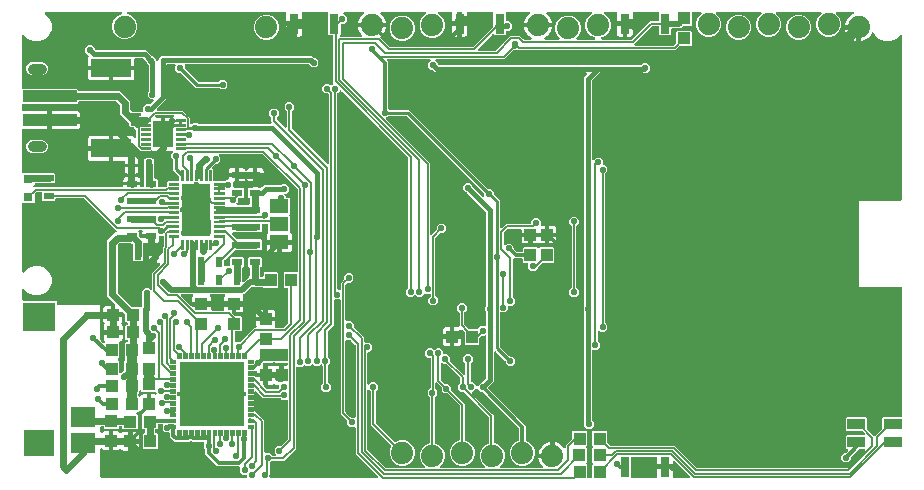
<source format=gbr>
G04 EAGLE Gerber RS-274X export*
G75*
%MOMM*%
%FSLAX34Y34*%
%LPD*%
%INBottom Copper*%
%IPPOS*%
%AMOC8*
5,1,8,0,0,1.08239X$1,22.5*%
G01*
%ADD10R,2.000000X1.800000*%
%ADD11R,2.600000X2.250000*%
%ADD12R,2.800000X2.450000*%
%ADD13R,1.100000X1.000000*%
%ADD14R,1.000000X1.100000*%
%ADD15C,0.031500*%
%ADD16R,5.400000X5.400000*%
%ADD17R,1.500000X0.900000*%
%ADD18C,1.879600*%
%ADD19C,0.055000*%
%ADD20R,2.400000X4.400000*%
%ADD21R,1.700000X2.300000*%
%ADD22R,4.600000X1.000000*%
%ADD23R,3.400000X1.600000*%
%ADD24C,0.900000*%
%ADD25R,0.900000X0.600000*%
%ADD26R,0.800000X0.800000*%
%ADD27R,0.600000X0.900000*%
%ADD28R,1.600200X1.168400*%
%ADD29R,0.800000X1.700000*%
%ADD30C,0.203200*%
%ADD31C,0.609600*%
%ADD32C,0.553200*%
%ADD33C,0.508000*%
%ADD34C,0.127000*%
%ADD35C,0.304800*%
%ADD36C,0.254000*%
%ADD37C,1.016000*%
%ADD38C,0.550000*%
%ADD39C,0.200000*%
%ADD40C,0.406400*%
%ADD41C,0.812800*%
%ADD42C,0.150000*%
%ADD43C,0.152400*%

G36*
X484444Y2550D02*
X484444Y2550D01*
X484508Y2549D01*
X484583Y2570D01*
X484659Y2581D01*
X484718Y2607D01*
X484780Y2624D01*
X484846Y2665D01*
X484916Y2697D01*
X484965Y2739D01*
X485020Y2772D01*
X485072Y2830D01*
X485130Y2880D01*
X485166Y2934D01*
X485209Y2982D01*
X485242Y3051D01*
X485285Y3116D01*
X485304Y3178D01*
X485332Y3235D01*
X485343Y3305D01*
X485367Y3386D01*
X485368Y3471D01*
X485379Y3540D01*
X485379Y14246D01*
X485596Y14463D01*
X485635Y14515D01*
X485681Y14560D01*
X485719Y14627D01*
X485766Y14689D01*
X485788Y14749D01*
X485820Y14805D01*
X485838Y14880D01*
X485865Y14953D01*
X485870Y15017D01*
X485885Y15079D01*
X485881Y15157D01*
X485887Y15234D01*
X485874Y15297D01*
X485871Y15361D01*
X485845Y15434D01*
X485829Y15510D01*
X485799Y15567D01*
X485778Y15628D01*
X485737Y15684D01*
X485697Y15759D01*
X485638Y15820D01*
X485596Y15877D01*
X485279Y16194D01*
X485279Y28246D01*
X485596Y28563D01*
X485635Y28615D01*
X485681Y28660D01*
X485719Y28727D01*
X485766Y28789D01*
X485788Y28849D01*
X485820Y28905D01*
X485838Y28980D01*
X485865Y29053D01*
X485870Y29117D01*
X485885Y29180D01*
X485881Y29257D01*
X485887Y29334D01*
X485874Y29397D01*
X485871Y29461D01*
X485845Y29534D01*
X485829Y29610D01*
X485799Y29667D01*
X485778Y29728D01*
X485737Y29784D01*
X485697Y29859D01*
X485638Y29920D01*
X485596Y29977D01*
X485379Y30194D01*
X485379Y42246D01*
X486124Y42991D01*
X497176Y42991D01*
X497921Y42246D01*
X497921Y33058D01*
X497934Y32963D01*
X497939Y32867D01*
X497954Y32824D01*
X497961Y32779D01*
X498000Y32692D01*
X498032Y32601D01*
X498057Y32566D01*
X498077Y32522D01*
X498160Y32425D01*
X498213Y32352D01*
X500147Y30418D01*
X500223Y30361D01*
X500295Y30296D01*
X500336Y30276D01*
X500372Y30249D01*
X500462Y30215D01*
X500549Y30173D01*
X500591Y30167D01*
X500636Y30150D01*
X500764Y30140D01*
X500853Y30126D01*
X555069Y30126D01*
X573497Y11698D01*
X573573Y11641D01*
X573645Y11576D01*
X573686Y11556D01*
X573722Y11529D01*
X573812Y11495D01*
X573899Y11453D01*
X573941Y11447D01*
X573986Y11430D01*
X574114Y11420D01*
X574203Y11406D01*
X701061Y11406D01*
X701156Y11419D01*
X701252Y11424D01*
X701295Y11439D01*
X701340Y11446D01*
X701427Y11485D01*
X701518Y11517D01*
X701553Y11542D01*
X701597Y11562D01*
X701694Y11645D01*
X701767Y11698D01*
X715872Y25803D01*
X715892Y25829D01*
X715916Y25850D01*
X715976Y25942D01*
X716042Y26029D01*
X716053Y26059D01*
X716071Y26086D01*
X716103Y26191D01*
X716141Y26293D01*
X716144Y26325D01*
X716153Y26356D01*
X716155Y26465D01*
X716163Y26574D01*
X716156Y26606D01*
X716157Y26638D01*
X716128Y26743D01*
X716105Y26850D01*
X716090Y26879D01*
X716082Y26910D01*
X716024Y27003D01*
X715973Y27099D01*
X715950Y27122D01*
X715934Y27150D01*
X715852Y27223D01*
X715776Y27301D01*
X715748Y27317D01*
X715724Y27339D01*
X715626Y27386D01*
X715531Y27440D01*
X715499Y27448D01*
X715470Y27462D01*
X715381Y27476D01*
X715256Y27505D01*
X715208Y27503D01*
X715166Y27509D01*
X711876Y27509D01*
X711781Y27496D01*
X711684Y27491D01*
X711641Y27476D01*
X711596Y27469D01*
X711509Y27430D01*
X711418Y27398D01*
X711384Y27373D01*
X711339Y27353D01*
X711242Y27270D01*
X711169Y27217D01*
X704329Y20377D01*
X704272Y20300D01*
X704207Y20229D01*
X704187Y20188D01*
X704160Y20151D01*
X704126Y20061D01*
X704084Y19975D01*
X704078Y19933D01*
X704061Y19888D01*
X704051Y19760D01*
X704037Y19670D01*
X704037Y18328D01*
X701672Y15963D01*
X698328Y15963D01*
X695963Y18328D01*
X695963Y21672D01*
X698328Y24037D01*
X699670Y24037D01*
X699765Y24050D01*
X699862Y24055D01*
X699905Y24070D01*
X699950Y24077D01*
X700037Y24116D01*
X700128Y24148D01*
X700163Y24173D01*
X700207Y24193D01*
X700304Y24276D01*
X700377Y24329D01*
X701851Y25803D01*
X701870Y25829D01*
X701895Y25850D01*
X701955Y25942D01*
X702020Y26029D01*
X702032Y26059D01*
X702049Y26086D01*
X702081Y26191D01*
X702120Y26293D01*
X702122Y26325D01*
X702132Y26356D01*
X702133Y26465D01*
X702142Y26574D01*
X702135Y26606D01*
X702136Y26638D01*
X702106Y26743D01*
X702084Y26850D01*
X702069Y26879D01*
X702060Y26910D01*
X702003Y27003D01*
X701952Y27099D01*
X701929Y27122D01*
X701912Y27150D01*
X701831Y27223D01*
X701755Y27301D01*
X701727Y27317D01*
X701703Y27339D01*
X701605Y27386D01*
X701510Y27440D01*
X701478Y27448D01*
X701449Y27462D01*
X701360Y27476D01*
X701235Y27505D01*
X701187Y27503D01*
X701145Y27509D01*
X700824Y27509D01*
X700079Y28254D01*
X700079Y38306D01*
X700824Y39051D01*
X715342Y39051D01*
X715374Y39055D01*
X715406Y39053D01*
X715513Y39075D01*
X715621Y39091D01*
X715650Y39104D01*
X715682Y39110D01*
X715778Y39162D01*
X715878Y39207D01*
X715902Y39228D01*
X715931Y39243D01*
X716009Y39319D01*
X716092Y39390D01*
X716110Y39417D01*
X716133Y39440D01*
X716187Y39535D01*
X716247Y39626D01*
X716256Y39657D01*
X716272Y39685D01*
X716297Y39791D01*
X716329Y39896D01*
X716329Y39928D01*
X716337Y39959D01*
X716331Y40069D01*
X716333Y40178D01*
X716324Y40209D01*
X716323Y40241D01*
X716287Y40344D01*
X716258Y40450D01*
X716241Y40477D01*
X716230Y40508D01*
X716177Y40581D01*
X716109Y40690D01*
X716073Y40722D01*
X716048Y40757D01*
X714588Y42217D01*
X714511Y42274D01*
X714440Y42339D01*
X714399Y42359D01*
X714363Y42386D01*
X714273Y42420D01*
X714186Y42462D01*
X714144Y42468D01*
X714099Y42485D01*
X713971Y42495D01*
X713882Y42509D01*
X700824Y42509D01*
X700079Y43254D01*
X700079Y53306D01*
X700824Y54051D01*
X716876Y54051D01*
X717621Y53306D01*
X717621Y44988D01*
X717634Y44893D01*
X717639Y44797D01*
X717654Y44754D01*
X717661Y44709D01*
X717700Y44622D01*
X717732Y44531D01*
X717757Y44496D01*
X717777Y44452D01*
X717860Y44355D01*
X717913Y44282D01*
X723481Y38714D01*
X723533Y38675D01*
X723578Y38629D01*
X723645Y38591D01*
X723707Y38544D01*
X723767Y38522D01*
X723823Y38490D01*
X723898Y38472D01*
X723971Y38445D01*
X724035Y38440D01*
X724097Y38425D01*
X724175Y38429D01*
X724252Y38423D01*
X724315Y38436D01*
X724379Y38439D01*
X724452Y38465D01*
X724528Y38481D01*
X724585Y38511D01*
X724646Y38532D01*
X724702Y38573D01*
X724777Y38613D01*
X724838Y38672D01*
X724895Y38714D01*
X730787Y44606D01*
X730844Y44683D01*
X730909Y44754D01*
X730929Y44795D01*
X730956Y44831D01*
X730990Y44921D01*
X731032Y45008D01*
X731038Y45050D01*
X731055Y45095D01*
X731065Y45223D01*
X731079Y45312D01*
X731079Y53306D01*
X731824Y54051D01*
X746460Y54051D01*
X746524Y54060D01*
X746588Y54059D01*
X746663Y54080D01*
X746739Y54091D01*
X746798Y54117D01*
X746860Y54134D01*
X746926Y54175D01*
X746996Y54207D01*
X747045Y54249D01*
X747100Y54282D01*
X747152Y54340D01*
X747210Y54390D01*
X747246Y54444D01*
X747289Y54492D01*
X747322Y54561D01*
X747365Y54626D01*
X747384Y54688D01*
X747412Y54745D01*
X747423Y54815D01*
X747447Y54896D01*
X747448Y54981D01*
X747459Y55050D01*
X747459Y163500D01*
X747450Y163564D01*
X747451Y163628D01*
X747430Y163703D01*
X747419Y163779D01*
X747393Y163838D01*
X747376Y163900D01*
X747335Y163966D01*
X747303Y164036D01*
X747261Y164085D01*
X747228Y164140D01*
X747170Y164192D01*
X747120Y164250D01*
X747066Y164286D01*
X747018Y164329D01*
X746949Y164362D01*
X746884Y164405D01*
X746822Y164424D01*
X746765Y164452D01*
X746695Y164463D01*
X746614Y164487D01*
X746529Y164488D01*
X746460Y164499D01*
X710999Y164499D01*
X710999Y237501D01*
X746460Y237501D01*
X746524Y237510D01*
X746588Y237509D01*
X746663Y237530D01*
X746739Y237541D01*
X746798Y237567D01*
X746860Y237584D01*
X746926Y237625D01*
X746996Y237657D01*
X747045Y237699D01*
X747100Y237732D01*
X747152Y237790D01*
X747210Y237840D01*
X747246Y237894D01*
X747289Y237942D01*
X747322Y238011D01*
X747365Y238076D01*
X747384Y238138D01*
X747412Y238195D01*
X747423Y238265D01*
X747447Y238346D01*
X747448Y238431D01*
X747459Y238500D01*
X747459Y377312D01*
X747455Y377344D01*
X747457Y377376D01*
X747435Y377483D01*
X747419Y377591D01*
X747406Y377620D01*
X747400Y377652D01*
X747348Y377748D01*
X747303Y377848D01*
X747282Y377872D01*
X747267Y377901D01*
X747191Y377979D01*
X747120Y378062D01*
X747093Y378080D01*
X747070Y378103D01*
X746975Y378157D01*
X746884Y378217D01*
X746853Y378226D01*
X746825Y378242D01*
X746719Y378267D01*
X746614Y378299D01*
X746582Y378299D01*
X746551Y378307D01*
X746441Y378301D01*
X746332Y378303D01*
X746301Y378294D01*
X746269Y378292D01*
X746166Y378257D01*
X746060Y378227D01*
X746033Y378210D01*
X746002Y378200D01*
X745929Y378147D01*
X745820Y378079D01*
X745788Y378043D01*
X745753Y378018D01*
X742104Y374368D01*
X737495Y372459D01*
X732505Y372459D01*
X727896Y374369D01*
X724369Y377896D01*
X723703Y379503D01*
X723634Y379619D01*
X723568Y379735D01*
X723563Y379740D01*
X723559Y379746D01*
X723462Y379837D01*
X723365Y379930D01*
X723359Y379934D01*
X723354Y379939D01*
X723235Y379999D01*
X723116Y380062D01*
X723109Y380063D01*
X723102Y380066D01*
X722970Y380091D01*
X722839Y380118D01*
X722832Y380118D01*
X722825Y380119D01*
X722692Y380106D01*
X722558Y380095D01*
X722552Y380092D01*
X722544Y380092D01*
X722420Y380042D01*
X722295Y379994D01*
X722289Y379990D01*
X722282Y379987D01*
X722177Y379905D01*
X722070Y379824D01*
X722066Y379818D01*
X722060Y379814D01*
X721895Y379585D01*
X721893Y379579D01*
X721889Y379574D01*
X721211Y378243D01*
X720106Y376722D01*
X718778Y375394D01*
X717257Y374289D01*
X715583Y373436D01*
X713796Y372855D01*
X712999Y372729D01*
X712999Y383500D01*
X712990Y383563D01*
X712991Y383628D01*
X712970Y383702D01*
X712959Y383779D01*
X712933Y383838D01*
X712916Y383900D01*
X712875Y383966D01*
X712843Y384036D01*
X712801Y384085D01*
X712768Y384140D01*
X712710Y384191D01*
X712660Y384250D01*
X712606Y384286D01*
X712558Y384329D01*
X712489Y384362D01*
X712424Y384405D01*
X712362Y384424D01*
X712305Y384452D01*
X712235Y384462D01*
X712154Y384487D01*
X712069Y384488D01*
X712000Y384499D01*
X710999Y384499D01*
X710999Y385500D01*
X710990Y385564D01*
X710991Y385628D01*
X710970Y385703D01*
X710959Y385779D01*
X710933Y385838D01*
X710916Y385900D01*
X710875Y385966D01*
X710843Y386036D01*
X710801Y386085D01*
X710768Y386140D01*
X710710Y386192D01*
X710660Y386250D01*
X710606Y386286D01*
X710558Y386329D01*
X710489Y386362D01*
X710424Y386405D01*
X710362Y386424D01*
X710304Y386452D01*
X710235Y386462D01*
X710154Y386487D01*
X710069Y386488D01*
X710000Y386499D01*
X699229Y386499D01*
X699355Y387296D01*
X699936Y389083D01*
X700789Y390757D01*
X701894Y392278D01*
X703222Y393606D01*
X704743Y394711D01*
X706428Y395570D01*
X706467Y395597D01*
X706511Y395617D01*
X706582Y395678D01*
X706659Y395732D01*
X706689Y395769D01*
X706725Y395800D01*
X706776Y395879D01*
X706835Y395952D01*
X706853Y395996D01*
X706879Y396036D01*
X706907Y396126D01*
X706943Y396213D01*
X706948Y396260D01*
X706962Y396306D01*
X706963Y396400D01*
X706973Y396493D01*
X706965Y396540D01*
X706966Y396588D01*
X706940Y396678D01*
X706924Y396771D01*
X706903Y396814D01*
X706890Y396860D01*
X706841Y396940D01*
X706799Y397024D01*
X706767Y397059D01*
X706742Y397100D01*
X706672Y397163D01*
X706609Y397232D01*
X706568Y397257D01*
X706533Y397289D01*
X706448Y397330D01*
X706368Y397378D01*
X706322Y397391D01*
X706279Y397412D01*
X706198Y397424D01*
X706096Y397452D01*
X706030Y397451D01*
X705975Y397459D01*
X692681Y397459D01*
X692649Y397455D01*
X692617Y397457D01*
X692510Y397435D01*
X692402Y397419D01*
X692372Y397406D01*
X692341Y397400D01*
X692244Y397348D01*
X692145Y397303D01*
X692120Y397282D01*
X692092Y397267D01*
X692014Y397191D01*
X691931Y397120D01*
X691913Y397093D01*
X691890Y397070D01*
X691836Y396975D01*
X691776Y396884D01*
X691767Y396853D01*
X691751Y396825D01*
X691726Y396719D01*
X691694Y396614D01*
X691693Y396582D01*
X691686Y396551D01*
X691691Y396441D01*
X691690Y396332D01*
X691699Y396301D01*
X691700Y396269D01*
X691736Y396166D01*
X691765Y396060D01*
X691782Y396033D01*
X691793Y396002D01*
X691846Y395929D01*
X691913Y395820D01*
X691949Y395788D01*
X691974Y395753D01*
X694645Y393083D01*
X696269Y389162D01*
X696269Y384918D01*
X694644Y380997D01*
X691643Y377996D01*
X687722Y376371D01*
X683478Y376371D01*
X679557Y377996D01*
X676556Y380997D01*
X674931Y384918D01*
X674931Y389162D01*
X676555Y393083D01*
X679226Y395753D01*
X679245Y395779D01*
X679269Y395800D01*
X679329Y395892D01*
X679395Y395979D01*
X679406Y396009D01*
X679424Y396036D01*
X679456Y396141D01*
X679494Y396243D01*
X679497Y396275D01*
X679506Y396306D01*
X679508Y396415D01*
X679516Y396524D01*
X679510Y396556D01*
X679510Y396588D01*
X679481Y396693D01*
X679459Y396800D01*
X679443Y396829D01*
X679435Y396860D01*
X679377Y396953D01*
X679326Y397049D01*
X679304Y397072D01*
X679287Y397100D01*
X679206Y397173D01*
X679129Y397251D01*
X679101Y397267D01*
X679077Y397289D01*
X678979Y397336D01*
X678884Y397390D01*
X678853Y397398D01*
X678824Y397412D01*
X678734Y397426D01*
X678610Y397455D01*
X678561Y397453D01*
X678519Y397459D01*
X641881Y397459D01*
X641849Y397455D01*
X641817Y397457D01*
X641710Y397435D01*
X641602Y397419D01*
X641572Y397406D01*
X641541Y397400D01*
X641444Y397348D01*
X641345Y397303D01*
X641320Y397282D01*
X641292Y397267D01*
X641214Y397191D01*
X641131Y397120D01*
X641113Y397093D01*
X641090Y397070D01*
X641036Y396975D01*
X640976Y396884D01*
X640967Y396853D01*
X640951Y396825D01*
X640926Y396719D01*
X640894Y396614D01*
X640893Y396582D01*
X640886Y396551D01*
X640891Y396441D01*
X640890Y396332D01*
X640899Y396301D01*
X640900Y396269D01*
X640936Y396166D01*
X640965Y396060D01*
X640982Y396033D01*
X640993Y396002D01*
X641046Y395929D01*
X641113Y395820D01*
X641149Y395788D01*
X641174Y395753D01*
X643845Y393083D01*
X645469Y389162D01*
X645469Y384918D01*
X643844Y380997D01*
X640843Y377996D01*
X636922Y376371D01*
X632678Y376371D01*
X628757Y377996D01*
X625756Y380997D01*
X624131Y384918D01*
X624131Y389162D01*
X625755Y393083D01*
X628426Y395753D01*
X628445Y395779D01*
X628469Y395800D01*
X628529Y395892D01*
X628595Y395979D01*
X628606Y396009D01*
X628624Y396036D01*
X628656Y396141D01*
X628694Y396243D01*
X628697Y396275D01*
X628706Y396306D01*
X628708Y396415D01*
X628716Y396524D01*
X628710Y396556D01*
X628710Y396588D01*
X628681Y396693D01*
X628659Y396800D01*
X628643Y396829D01*
X628635Y396860D01*
X628577Y396953D01*
X628526Y397049D01*
X628504Y397072D01*
X628487Y397100D01*
X628406Y397173D01*
X628329Y397251D01*
X628301Y397267D01*
X628277Y397289D01*
X628179Y397336D01*
X628084Y397390D01*
X628053Y397398D01*
X628024Y397412D01*
X627934Y397426D01*
X627810Y397455D01*
X627761Y397453D01*
X627719Y397459D01*
X591081Y397459D01*
X591049Y397455D01*
X591017Y397457D01*
X590910Y397435D01*
X590802Y397419D01*
X590772Y397406D01*
X590741Y397400D01*
X590644Y397348D01*
X590545Y397303D01*
X590520Y397282D01*
X590492Y397267D01*
X590414Y397191D01*
X590331Y397120D01*
X590313Y397093D01*
X590290Y397070D01*
X590236Y396975D01*
X590176Y396884D01*
X590167Y396853D01*
X590151Y396825D01*
X590126Y396719D01*
X590094Y396614D01*
X590093Y396582D01*
X590086Y396551D01*
X590091Y396441D01*
X590090Y396332D01*
X590099Y396301D01*
X590100Y396269D01*
X590136Y396166D01*
X590165Y396060D01*
X590182Y396033D01*
X590193Y396002D01*
X590246Y395929D01*
X590313Y395820D01*
X590349Y395788D01*
X590374Y395753D01*
X593045Y393083D01*
X594669Y389162D01*
X594669Y384918D01*
X593044Y380997D01*
X590043Y377996D01*
X586122Y376371D01*
X581878Y376371D01*
X577957Y377996D01*
X574956Y380997D01*
X573331Y384918D01*
X573331Y389162D01*
X574955Y393083D01*
X577626Y395753D01*
X577645Y395779D01*
X577669Y395800D01*
X577729Y395892D01*
X577795Y395979D01*
X577806Y396009D01*
X577824Y396036D01*
X577856Y396141D01*
X577894Y396243D01*
X577897Y396275D01*
X577906Y396306D01*
X577908Y396415D01*
X577916Y396524D01*
X577910Y396556D01*
X577910Y396588D01*
X577881Y396693D01*
X577859Y396800D01*
X577843Y396829D01*
X577835Y396860D01*
X577777Y396953D01*
X577726Y397049D01*
X577704Y397072D01*
X577687Y397100D01*
X577606Y397173D01*
X577529Y397251D01*
X577501Y397267D01*
X577477Y397289D01*
X577379Y397336D01*
X577284Y397390D01*
X577253Y397398D01*
X577224Y397412D01*
X577134Y397426D01*
X577010Y397455D01*
X576961Y397453D01*
X576919Y397459D01*
X570770Y397459D01*
X570706Y397450D01*
X570642Y397451D01*
X570567Y397430D01*
X570491Y397419D01*
X570432Y397393D01*
X570370Y397376D01*
X570304Y397335D01*
X570234Y397303D01*
X570185Y397261D01*
X570130Y397228D01*
X570078Y397170D01*
X570020Y397120D01*
X569984Y397066D01*
X569941Y397018D01*
X569908Y396949D01*
X569865Y396884D01*
X569846Y396822D01*
X569818Y396765D01*
X569807Y396695D01*
X569783Y396614D01*
X569782Y396529D01*
X569771Y396460D01*
X569771Y386474D01*
X569026Y385729D01*
X562532Y385729D01*
X562437Y385716D01*
X562341Y385711D01*
X562298Y385696D01*
X562253Y385689D01*
X562166Y385650D01*
X562075Y385618D01*
X562040Y385593D01*
X561996Y385573D01*
X561899Y385490D01*
X561826Y385437D01*
X560078Y383689D01*
X553270Y383689D01*
X553206Y383680D01*
X553142Y383681D01*
X553067Y383660D01*
X552991Y383649D01*
X552932Y383623D01*
X552870Y383606D01*
X552804Y383565D01*
X552734Y383533D01*
X552685Y383491D01*
X552630Y383458D01*
X552578Y383400D01*
X552520Y383350D01*
X552484Y383296D01*
X552441Y383248D01*
X552408Y383179D01*
X552365Y383114D01*
X552346Y383052D01*
X552318Y382995D01*
X552307Y382925D01*
X552283Y382844D01*
X552282Y382759D01*
X552271Y382690D01*
X552271Y378474D01*
X551526Y377729D01*
X542474Y377729D01*
X541729Y378474D01*
X541729Y384468D01*
X541720Y384532D01*
X541721Y384596D01*
X541700Y384671D01*
X541689Y384747D01*
X541663Y384806D01*
X541646Y384868D01*
X541605Y384934D01*
X541573Y385004D01*
X541531Y385053D01*
X541498Y385108D01*
X541440Y385160D01*
X541390Y385218D01*
X541336Y385254D01*
X541288Y385297D01*
X541219Y385330D01*
X541154Y385373D01*
X541092Y385392D01*
X541035Y385420D01*
X540965Y385431D01*
X540884Y385455D01*
X540799Y385456D01*
X540730Y385467D01*
X536377Y385467D01*
X536282Y385454D01*
X536186Y385449D01*
X536143Y385434D01*
X536098Y385427D01*
X536010Y385388D01*
X535919Y385356D01*
X535885Y385331D01*
X535841Y385311D01*
X535743Y385228D01*
X535670Y385175D01*
X521915Y371419D01*
X521914Y371419D01*
X521107Y370612D01*
X521088Y370586D01*
X521063Y370565D01*
X521004Y370473D01*
X520938Y370386D01*
X520927Y370356D01*
X520909Y370329D01*
X520877Y370224D01*
X520839Y370122D01*
X520836Y370090D01*
X520827Y370059D01*
X520825Y369950D01*
X520817Y369841D01*
X520823Y369809D01*
X520823Y369777D01*
X520852Y369672D01*
X520874Y369565D01*
X520889Y369536D01*
X520898Y369505D01*
X520955Y369412D01*
X521007Y369316D01*
X521029Y369293D01*
X521046Y369265D01*
X521127Y369192D01*
X521204Y369114D01*
X521232Y369098D01*
X521256Y369076D01*
X521354Y369029D01*
X521449Y368975D01*
X521480Y368967D01*
X521509Y368953D01*
X521599Y368939D01*
X521723Y368910D01*
X521772Y368912D01*
X521814Y368906D01*
X553797Y368906D01*
X553892Y368919D01*
X553988Y368924D01*
X554031Y368939D01*
X554076Y368946D01*
X554163Y368985D01*
X554254Y369017D01*
X554289Y369042D01*
X554333Y369062D01*
X554430Y369145D01*
X554503Y369198D01*
X555937Y370632D01*
X555994Y370708D01*
X556059Y370780D01*
X556079Y370821D01*
X556106Y370857D01*
X556140Y370947D01*
X556182Y371034D01*
X556188Y371076D01*
X556205Y371121D01*
X556215Y371249D01*
X556229Y371338D01*
X556229Y380526D01*
X556974Y381271D01*
X569026Y381271D01*
X569771Y380526D01*
X569771Y369474D01*
X569026Y368729D01*
X559838Y368729D01*
X559743Y368716D01*
X559647Y368711D01*
X559604Y368696D01*
X559559Y368689D01*
X559472Y368650D01*
X559381Y368618D01*
X559346Y368593D01*
X559302Y368573D01*
X559205Y368490D01*
X559132Y368437D01*
X555789Y365094D01*
X422107Y365094D01*
X422093Y365100D01*
X422006Y365142D01*
X421964Y365148D01*
X421919Y365165D01*
X421791Y365175D01*
X421702Y365189D01*
X419298Y365189D01*
X419203Y365176D01*
X419107Y365171D01*
X419064Y365156D01*
X419019Y365149D01*
X418932Y365110D01*
X418841Y365078D01*
X418806Y365053D01*
X418762Y365033D01*
X418665Y364950D01*
X418592Y364897D01*
X411289Y357594D01*
X353527Y357594D01*
X353495Y357590D01*
X353463Y357592D01*
X353356Y357570D01*
X353248Y357554D01*
X353218Y357541D01*
X353187Y357535D01*
X353090Y357483D01*
X352991Y357438D01*
X352966Y357417D01*
X352938Y357402D01*
X352860Y357326D01*
X352776Y357255D01*
X352759Y357228D01*
X352736Y357205D01*
X352682Y357110D01*
X352622Y357019D01*
X352613Y356988D01*
X352597Y356960D01*
X352572Y356854D01*
X352540Y356749D01*
X352539Y356717D01*
X352532Y356686D01*
X352537Y356576D01*
X352536Y356467D01*
X352544Y356436D01*
X352546Y356404D01*
X352582Y356301D01*
X352611Y356195D01*
X352628Y356168D01*
X352639Y356137D01*
X352692Y356064D01*
X352759Y355955D01*
X352795Y355923D01*
X352820Y355888D01*
X354537Y354172D01*
X354537Y353802D01*
X354546Y353738D01*
X354545Y353674D01*
X354566Y353599D01*
X354577Y353523D01*
X354603Y353464D01*
X354620Y353402D01*
X354661Y353336D01*
X354693Y353266D01*
X354735Y353217D01*
X354768Y353162D01*
X354826Y353110D01*
X354876Y353052D01*
X354930Y353016D01*
X354978Y352973D01*
X355047Y352940D01*
X355112Y352897D01*
X355174Y352878D01*
X355231Y352850D01*
X355301Y352839D01*
X355382Y352815D01*
X355467Y352814D01*
X355536Y352803D01*
X526680Y352803D01*
X526775Y352816D01*
X526871Y352821D01*
X526914Y352836D01*
X526959Y352843D01*
X527047Y352882D01*
X527138Y352914D01*
X527172Y352939D01*
X527216Y352959D01*
X527314Y353042D01*
X527387Y353095D01*
X528328Y354037D01*
X531672Y354037D01*
X534037Y351672D01*
X534037Y348328D01*
X531672Y345963D01*
X528309Y345963D01*
X528238Y346027D01*
X528197Y346047D01*
X528161Y346074D01*
X528071Y346108D01*
X527985Y346150D01*
X527943Y346156D01*
X527897Y346173D01*
X527770Y346183D01*
X527680Y346197D01*
X492282Y346197D01*
X492187Y346184D01*
X492091Y346179D01*
X492048Y346164D01*
X492003Y346157D01*
X491915Y346118D01*
X491824Y346086D01*
X491790Y346061D01*
X491746Y346041D01*
X491648Y345958D01*
X491575Y345905D01*
X485095Y339425D01*
X485038Y339348D01*
X484973Y339276D01*
X484953Y339235D01*
X484926Y339199D01*
X484892Y339109D01*
X484850Y339023D01*
X484844Y338981D01*
X484827Y338935D01*
X484817Y338808D01*
X484803Y338718D01*
X484803Y272924D01*
X484807Y272892D01*
X484805Y272860D01*
X484827Y272753D01*
X484843Y272645D01*
X484856Y272615D01*
X484862Y272584D01*
X484914Y272487D01*
X484959Y272388D01*
X484980Y272363D01*
X484995Y272335D01*
X485071Y272257D01*
X485142Y272173D01*
X485169Y272156D01*
X485192Y272133D01*
X485287Y272079D01*
X485378Y272019D01*
X485409Y272010D01*
X485437Y271994D01*
X485543Y271969D01*
X485648Y271937D01*
X485680Y271936D01*
X485711Y271929D01*
X485821Y271934D01*
X485930Y271933D01*
X485961Y271941D01*
X485993Y271943D01*
X486096Y271979D01*
X486202Y272008D01*
X486229Y272025D01*
X486260Y272036D01*
X486333Y272089D01*
X486442Y272156D01*
X486474Y272192D01*
X486509Y272217D01*
X488328Y274037D01*
X491672Y274037D01*
X494037Y271672D01*
X494037Y269036D01*
X494046Y268972D01*
X494045Y268908D01*
X494066Y268833D01*
X494077Y268757D01*
X494103Y268698D01*
X494120Y268636D01*
X494161Y268570D01*
X494193Y268500D01*
X494235Y268451D01*
X494268Y268396D01*
X494326Y268344D01*
X494376Y268286D01*
X494430Y268250D01*
X494478Y268207D01*
X494547Y268174D01*
X494612Y268131D01*
X494674Y268112D01*
X494731Y268084D01*
X494801Y268073D01*
X494882Y268049D01*
X494967Y268048D01*
X495036Y268037D01*
X495732Y268037D01*
X498097Y265672D01*
X498097Y262328D01*
X496623Y260855D01*
X496566Y260778D01*
X496501Y260706D01*
X496481Y260665D01*
X496454Y260629D01*
X496420Y260539D01*
X496378Y260453D01*
X496372Y260411D01*
X496355Y260365D01*
X496345Y260238D01*
X496331Y260148D01*
X496331Y134328D01*
X496344Y134233D01*
X496349Y134137D01*
X496364Y134094D01*
X496371Y134049D01*
X496410Y133961D01*
X496442Y133870D01*
X496467Y133836D01*
X496487Y133792D01*
X496570Y133694D01*
X496623Y133621D01*
X498073Y132172D01*
X498073Y128828D01*
X495708Y126463D01*
X492364Y126463D01*
X491977Y126851D01*
X491951Y126870D01*
X491930Y126895D01*
X491838Y126954D01*
X491751Y127020D01*
X491721Y127031D01*
X491694Y127049D01*
X491589Y127081D01*
X491487Y127119D01*
X491455Y127122D01*
X491424Y127131D01*
X491315Y127133D01*
X491206Y127141D01*
X491174Y127135D01*
X491142Y127135D01*
X491037Y127106D01*
X490930Y127084D01*
X490901Y127069D01*
X490870Y127060D01*
X490777Y127003D01*
X490681Y126951D01*
X490658Y126929D01*
X490630Y126912D01*
X490557Y126831D01*
X490479Y126754D01*
X490463Y126726D01*
X490441Y126702D01*
X490394Y126604D01*
X490340Y126509D01*
X490332Y126478D01*
X490318Y126449D01*
X490304Y126359D01*
X490275Y126235D01*
X490277Y126186D01*
X490271Y126144D01*
X490271Y119336D01*
X490284Y119241D01*
X490289Y119145D01*
X490304Y119102D01*
X490311Y119057D01*
X490350Y118969D01*
X490382Y118878D01*
X490407Y118844D01*
X490427Y118800D01*
X490510Y118703D01*
X490563Y118629D01*
X492037Y117156D01*
X492037Y113812D01*
X489672Y111447D01*
X486253Y111447D01*
X486226Y111465D01*
X486121Y111497D01*
X486019Y111535D01*
X485987Y111538D01*
X485956Y111547D01*
X485847Y111549D01*
X485738Y111557D01*
X485706Y111551D01*
X485674Y111551D01*
X485569Y111522D01*
X485462Y111500D01*
X485433Y111485D01*
X485402Y111476D01*
X485309Y111418D01*
X485213Y111367D01*
X485190Y111345D01*
X485162Y111328D01*
X485089Y111247D01*
X485011Y111171D01*
X484995Y111142D01*
X484973Y111118D01*
X484926Y111020D01*
X484872Y110925D01*
X484864Y110894D01*
X484850Y110865D01*
X484836Y110775D01*
X484807Y110651D01*
X484809Y110602D01*
X484803Y110560D01*
X484803Y52320D01*
X484816Y52225D01*
X484821Y52129D01*
X484836Y52086D01*
X484843Y52041D01*
X484882Y51953D01*
X484914Y51862D01*
X484939Y51828D01*
X484959Y51784D01*
X485042Y51686D01*
X485095Y51613D01*
X486537Y50172D01*
X486537Y46828D01*
X484172Y44463D01*
X481116Y44463D01*
X481084Y44459D01*
X481052Y44461D01*
X480945Y44439D01*
X480837Y44423D01*
X480808Y44410D01*
X480793Y44407D01*
X480787Y44417D01*
X480776Y44448D01*
X480723Y44521D01*
X480656Y44630D01*
X480620Y44662D01*
X480595Y44697D01*
X478463Y46828D01*
X478463Y47452D01*
X478450Y47547D01*
X478445Y47643D01*
X478430Y47686D01*
X478423Y47731D01*
X478384Y47819D01*
X478352Y47910D01*
X478327Y47944D01*
X478307Y47988D01*
X478224Y48085D01*
X478197Y48122D01*
X478197Y143680D01*
X478184Y143775D01*
X478179Y143871D01*
X478164Y143914D01*
X478157Y143959D01*
X478118Y144047D01*
X478086Y144138D01*
X478061Y144172D01*
X478041Y144216D01*
X477963Y144307D01*
X477963Y147691D01*
X478027Y147762D01*
X478047Y147803D01*
X478074Y147839D01*
X478108Y147929D01*
X478150Y148015D01*
X478156Y148057D01*
X478173Y148103D01*
X478183Y148230D01*
X478197Y148320D01*
X478197Y341868D01*
X480821Y344491D01*
X480840Y344517D01*
X480865Y344538D01*
X480924Y344630D01*
X480990Y344717D01*
X481001Y344747D01*
X481019Y344774D01*
X481051Y344879D01*
X481089Y344981D01*
X481092Y345013D01*
X481101Y345044D01*
X481103Y345153D01*
X481111Y345262D01*
X481105Y345294D01*
X481105Y345326D01*
X481076Y345431D01*
X481054Y345538D01*
X481039Y345567D01*
X481030Y345598D01*
X480972Y345691D01*
X480921Y345787D01*
X480899Y345810D01*
X480882Y345838D01*
X480801Y345911D01*
X480724Y345989D01*
X480696Y346005D01*
X480672Y346027D01*
X480574Y346074D01*
X480479Y346128D01*
X480448Y346136D01*
X480419Y346150D01*
X480329Y346164D01*
X480205Y346193D01*
X480156Y346191D01*
X480114Y346197D01*
X352132Y346197D01*
X350159Y348171D01*
X350082Y348228D01*
X350010Y348293D01*
X349969Y348313D01*
X349933Y348340D01*
X349843Y348374D01*
X349757Y348416D01*
X349715Y348422D01*
X349669Y348439D01*
X349542Y348449D01*
X349452Y348463D01*
X348828Y348463D01*
X346463Y350828D01*
X346463Y354172D01*
X348180Y355888D01*
X348199Y355914D01*
X348224Y355935D01*
X348284Y356027D01*
X348349Y356114D01*
X348360Y356144D01*
X348378Y356171D01*
X348410Y356275D01*
X348448Y356378D01*
X348451Y356410D01*
X348460Y356441D01*
X348462Y356550D01*
X348470Y356659D01*
X348464Y356691D01*
X348464Y356723D01*
X348435Y356828D01*
X348413Y356935D01*
X348398Y356964D01*
X348389Y356995D01*
X348331Y357088D01*
X348280Y357184D01*
X348258Y357207D01*
X348241Y357235D01*
X348160Y357308D01*
X348083Y357386D01*
X348055Y357402D01*
X348031Y357424D01*
X347933Y357471D01*
X347838Y357525D01*
X347807Y357533D01*
X347778Y357547D01*
X347688Y357561D01*
X347564Y357590D01*
X347515Y357588D01*
X347473Y357594D01*
X312770Y357594D01*
X312739Y357590D01*
X312706Y357592D01*
X312599Y357570D01*
X312491Y357554D01*
X312462Y357541D01*
X312430Y357535D01*
X312334Y357483D01*
X312234Y357438D01*
X312210Y357417D01*
X312181Y357402D01*
X312103Y357326D01*
X312020Y357255D01*
X312002Y357228D01*
X311979Y357205D01*
X311925Y357110D01*
X311866Y357019D01*
X311856Y356988D01*
X311840Y356960D01*
X311815Y356854D01*
X311783Y356749D01*
X311783Y356717D01*
X311775Y356686D01*
X311781Y356576D01*
X311779Y356467D01*
X311788Y356436D01*
X311790Y356404D01*
X311825Y356301D01*
X311855Y356195D01*
X311872Y356168D01*
X311882Y356137D01*
X311935Y356064D01*
X312003Y355955D01*
X312039Y355923D01*
X312064Y355888D01*
X312545Y355408D01*
X312545Y315790D01*
X312554Y315726D01*
X312553Y315662D01*
X312574Y315587D01*
X312585Y315511D01*
X312611Y315452D01*
X312628Y315390D01*
X312669Y315324D01*
X312701Y315254D01*
X312743Y315205D01*
X312776Y315150D01*
X312834Y315098D01*
X312884Y315040D01*
X312938Y315004D01*
X312986Y314961D01*
X313055Y314928D01*
X313120Y314885D01*
X313182Y314866D01*
X313239Y314838D01*
X313309Y314827D01*
X313390Y314803D01*
X313475Y314802D01*
X313544Y314791D01*
X330302Y314791D01*
X332083Y313010D01*
X397264Y247829D01*
X397340Y247772D01*
X397412Y247707D01*
X397453Y247687D01*
X397489Y247660D01*
X397579Y247626D01*
X397666Y247584D01*
X397708Y247578D01*
X397753Y247561D01*
X397881Y247551D01*
X397970Y247537D01*
X399672Y247537D01*
X402037Y245172D01*
X402037Y243470D01*
X402050Y243375D01*
X402055Y243279D01*
X402070Y243236D01*
X402077Y243191D01*
X402116Y243104D01*
X402148Y243013D01*
X402173Y242978D01*
X402193Y242934D01*
X402276Y242837D01*
X402329Y242764D01*
X405260Y239833D01*
X407041Y238052D01*
X407041Y215579D01*
X407045Y215547D01*
X407043Y215515D01*
X407065Y215408D01*
X407081Y215300D01*
X407094Y215271D01*
X407100Y215239D01*
X407152Y215143D01*
X407197Y215043D01*
X407218Y215019D01*
X407233Y214990D01*
X407309Y214912D01*
X407380Y214829D01*
X407407Y214811D01*
X407430Y214788D01*
X407525Y214734D01*
X407616Y214674D01*
X407647Y214665D01*
X407675Y214649D01*
X407781Y214624D01*
X407886Y214592D01*
X407918Y214592D01*
X407949Y214584D01*
X408059Y214590D01*
X408168Y214588D01*
X408199Y214597D01*
X408231Y214599D01*
X408334Y214634D01*
X408440Y214663D01*
X408467Y214680D01*
X408498Y214691D01*
X408571Y214744D01*
X408680Y214812D01*
X408712Y214848D01*
X408747Y214873D01*
X410438Y216564D01*
X411915Y218041D01*
X432464Y218041D01*
X432528Y218050D01*
X432592Y218049D01*
X432667Y218070D01*
X432743Y218081D01*
X432802Y218107D01*
X432864Y218124D01*
X432930Y218165D01*
X433000Y218197D01*
X433049Y218239D01*
X433104Y218272D01*
X433156Y218330D01*
X433214Y218380D01*
X433250Y218434D01*
X433293Y218482D01*
X433326Y218551D01*
X433369Y218616D01*
X433388Y218678D01*
X433416Y218735D01*
X433427Y218805D01*
X433451Y218886D01*
X433452Y218971D01*
X433463Y219040D01*
X433463Y220172D01*
X435828Y222537D01*
X439172Y222537D01*
X441537Y220172D01*
X441537Y217540D01*
X441546Y217476D01*
X441545Y217412D01*
X441566Y217337D01*
X441577Y217261D01*
X441603Y217202D01*
X441620Y217140D01*
X441661Y217074D01*
X441693Y217004D01*
X441735Y216955D01*
X441768Y216900D01*
X441826Y216848D01*
X441876Y216790D01*
X441930Y216754D01*
X441978Y216711D01*
X442047Y216678D01*
X442112Y216635D01*
X442174Y216616D01*
X442231Y216588D01*
X442301Y216577D01*
X442382Y216553D01*
X442467Y216552D01*
X442536Y216541D01*
X445001Y216541D01*
X445001Y210499D01*
X434000Y210499D01*
X433936Y210490D01*
X433872Y210491D01*
X433798Y210470D01*
X433721Y210459D01*
X433662Y210433D01*
X433600Y210416D01*
X433534Y210375D01*
X433464Y210343D01*
X433415Y210301D01*
X433360Y210268D01*
X433309Y210210D01*
X433250Y210160D01*
X433214Y210106D01*
X433171Y210058D01*
X433138Y209989D01*
X433095Y209924D01*
X433076Y209862D01*
X433048Y209805D01*
X433038Y209735D01*
X433013Y209654D01*
X433012Y209569D01*
X433001Y209500D01*
X433001Y208499D01*
X432999Y208499D01*
X432999Y209500D01*
X432990Y209564D01*
X432991Y209628D01*
X432970Y209703D01*
X432959Y209779D01*
X432933Y209838D01*
X432916Y209900D01*
X432875Y209966D01*
X432843Y210036D01*
X432801Y210085D01*
X432768Y210140D01*
X432710Y210192D01*
X432660Y210250D01*
X432606Y210286D01*
X432558Y210329D01*
X432489Y210362D01*
X432424Y210405D01*
X432362Y210424D01*
X432304Y210452D01*
X432235Y210462D01*
X432154Y210487D01*
X432069Y210488D01*
X432000Y210499D01*
X425459Y210499D01*
X425459Y213000D01*
X425450Y213064D01*
X425451Y213128D01*
X425430Y213203D01*
X425419Y213279D01*
X425393Y213338D01*
X425376Y213400D01*
X425335Y213466D01*
X425303Y213536D01*
X425261Y213585D01*
X425228Y213640D01*
X425170Y213692D01*
X425120Y213750D01*
X425066Y213786D01*
X425018Y213829D01*
X424949Y213862D01*
X424884Y213905D01*
X424822Y213924D01*
X424765Y213952D01*
X424695Y213963D01*
X424614Y213987D01*
X424529Y213988D01*
X424460Y213999D01*
X414002Y213999D01*
X413908Y213986D01*
X413811Y213981D01*
X413768Y213966D01*
X413723Y213959D01*
X413636Y213920D01*
X413545Y213888D01*
X413510Y213863D01*
X413466Y213843D01*
X413369Y213760D01*
X413296Y213707D01*
X410527Y210938D01*
X410470Y210861D01*
X410405Y210790D01*
X410385Y210749D01*
X410358Y210713D01*
X410324Y210622D01*
X410282Y210536D01*
X410276Y210494D01*
X410259Y210449D01*
X410249Y210321D01*
X410235Y210232D01*
X410235Y201070D01*
X410239Y201038D01*
X410237Y201006D01*
X410259Y200899D01*
X410275Y200791D01*
X410288Y200762D01*
X410294Y200730D01*
X410346Y200634D01*
X410391Y200534D01*
X410412Y200510D01*
X410427Y200481D01*
X410503Y200403D01*
X410574Y200320D01*
X410601Y200302D01*
X410624Y200279D01*
X410719Y200226D01*
X410810Y200166D01*
X410841Y200156D01*
X410869Y200140D01*
X410975Y200115D01*
X411080Y200083D01*
X411112Y200083D01*
X411143Y200075D01*
X411253Y200081D01*
X411362Y200079D01*
X411393Y200088D01*
X411425Y200090D01*
X411528Y200125D01*
X411634Y200155D01*
X411661Y200172D01*
X411692Y200182D01*
X411765Y200235D01*
X411874Y200303D01*
X411906Y200339D01*
X411941Y200364D01*
X412911Y201335D01*
X416256Y201335D01*
X418620Y198970D01*
X418620Y197628D01*
X418634Y197533D01*
X418639Y197436D01*
X418654Y197393D01*
X418660Y197348D01*
X418700Y197261D01*
X418731Y197170D01*
X418756Y197136D01*
X418776Y197091D01*
X418860Y196994D01*
X418913Y196921D01*
X421246Y194587D01*
X421323Y194530D01*
X421395Y194465D01*
X421436Y194445D01*
X421472Y194418D01*
X421562Y194384D01*
X421648Y194342D01*
X421690Y194336D01*
X421736Y194319D01*
X421863Y194309D01*
X421953Y194295D01*
X425730Y194295D01*
X425794Y194304D01*
X425858Y194303D01*
X425933Y194324D01*
X426009Y194335D01*
X426068Y194361D01*
X426130Y194378D01*
X426196Y194419D01*
X426266Y194451D01*
X426315Y194493D01*
X426370Y194526D01*
X426422Y194584D01*
X426480Y194634D01*
X426516Y194688D01*
X426559Y194736D01*
X426592Y194805D01*
X426635Y194870D01*
X426654Y194932D01*
X426682Y194989D01*
X426693Y195059D01*
X426717Y195140D01*
X426718Y195225D01*
X426729Y195294D01*
X426729Y197526D01*
X427474Y198271D01*
X438526Y198271D01*
X439293Y197504D01*
X439345Y197465D01*
X439390Y197419D01*
X439457Y197381D01*
X439519Y197334D01*
X439579Y197312D01*
X439635Y197280D01*
X439710Y197262D01*
X439783Y197235D01*
X439847Y197230D01*
X439910Y197215D01*
X439987Y197219D01*
X440064Y197213D01*
X440127Y197226D01*
X440191Y197229D01*
X440264Y197255D01*
X440340Y197271D01*
X440397Y197301D01*
X440458Y197322D01*
X440514Y197363D01*
X440589Y197403D01*
X440650Y197462D01*
X440707Y197504D01*
X441474Y198271D01*
X452526Y198271D01*
X453271Y197526D01*
X453271Y185474D01*
X452526Y184729D01*
X443338Y184729D01*
X443243Y184716D01*
X443147Y184711D01*
X443104Y184696D01*
X443059Y184689D01*
X442972Y184650D01*
X442881Y184618D01*
X442846Y184593D01*
X442802Y184573D01*
X442705Y184490D01*
X442632Y184437D01*
X439437Y181242D01*
X439379Y181165D01*
X439315Y181093D01*
X439295Y181052D01*
X439267Y181016D01*
X439233Y180926D01*
X439192Y180840D01*
X439185Y180798D01*
X439168Y180752D01*
X439158Y180624D01*
X439144Y180535D01*
X439144Y180221D01*
X436779Y177856D01*
X433435Y177856D01*
X431071Y180221D01*
X431071Y183730D01*
X431061Y183794D01*
X431062Y183858D01*
X431042Y183933D01*
X431031Y184009D01*
X431004Y184068D01*
X430987Y184130D01*
X430946Y184196D01*
X430915Y184266D01*
X430873Y184315D01*
X430839Y184370D01*
X430781Y184422D01*
X430731Y184480D01*
X430677Y184516D01*
X430630Y184559D01*
X430560Y184592D01*
X430495Y184635D01*
X430434Y184654D01*
X430376Y184682D01*
X430306Y184693D01*
X430225Y184717D01*
X430141Y184718D01*
X430071Y184729D01*
X427474Y184729D01*
X426729Y185474D01*
X426729Y187706D01*
X426720Y187770D01*
X426721Y187834D01*
X426700Y187909D01*
X426689Y187985D01*
X426663Y188044D01*
X426646Y188106D01*
X426605Y188172D01*
X426573Y188242D01*
X426531Y188291D01*
X426498Y188346D01*
X426440Y188398D01*
X426390Y188456D01*
X426336Y188492D01*
X426288Y188535D01*
X426219Y188568D01*
X426154Y188611D01*
X426092Y188630D01*
X426035Y188658D01*
X425965Y188669D01*
X425884Y188693D01*
X425799Y188694D01*
X425730Y188705D01*
X419020Y188705D01*
X418956Y188696D01*
X418892Y188697D01*
X418817Y188676D01*
X418741Y188665D01*
X418682Y188639D01*
X418620Y188622D01*
X418554Y188581D01*
X418484Y188549D01*
X418435Y188507D01*
X418380Y188474D01*
X418328Y188416D01*
X418270Y188366D01*
X418234Y188312D01*
X418191Y188264D01*
X418158Y188195D01*
X418115Y188130D01*
X418096Y188068D01*
X418068Y188011D01*
X418057Y187941D01*
X418033Y187860D01*
X418032Y187775D01*
X418021Y187706D01*
X418021Y156733D01*
X418034Y156638D01*
X418039Y156542D01*
X418054Y156499D01*
X418061Y156454D01*
X418100Y156366D01*
X418132Y156275D01*
X418157Y156241D01*
X418177Y156197D01*
X418260Y156099D01*
X418313Y156026D01*
X420037Y154303D01*
X420037Y150959D01*
X417672Y148594D01*
X415036Y148594D01*
X414972Y148585D01*
X414908Y148586D01*
X414833Y148565D01*
X414757Y148554D01*
X414698Y148528D01*
X414636Y148511D01*
X414570Y148470D01*
X414500Y148438D01*
X414451Y148396D01*
X414396Y148363D01*
X414344Y148305D01*
X414286Y148255D01*
X414250Y148201D01*
X414207Y148153D01*
X414174Y148084D01*
X414131Y148019D01*
X414112Y147957D01*
X414084Y147900D01*
X414073Y147830D01*
X414049Y147749D01*
X414048Y147664D01*
X414037Y147595D01*
X414037Y145486D01*
X411672Y143121D01*
X408040Y143121D01*
X407976Y143112D01*
X407912Y143113D01*
X407837Y143092D01*
X407761Y143081D01*
X407702Y143055D01*
X407640Y143038D01*
X407574Y142997D01*
X407504Y142965D01*
X407455Y142923D01*
X407400Y142890D01*
X407348Y142832D01*
X407290Y142782D01*
X407254Y142728D01*
X407211Y142680D01*
X407178Y142611D01*
X407135Y142546D01*
X407116Y142484D01*
X407088Y142427D01*
X407077Y142357D01*
X407053Y142276D01*
X407052Y142191D01*
X407041Y142122D01*
X407041Y114466D01*
X407054Y114371D01*
X407059Y114275D01*
X407074Y114232D01*
X407081Y114187D01*
X407120Y114100D01*
X407129Y114073D01*
X407134Y114057D01*
X407136Y114053D01*
X407152Y114009D01*
X407177Y113974D01*
X407197Y113930D01*
X407252Y113866D01*
X407282Y113817D01*
X407310Y113791D01*
X407333Y113760D01*
X415264Y105829D01*
X415341Y105772D01*
X415412Y105707D01*
X415453Y105687D01*
X415489Y105660D01*
X415579Y105626D01*
X415666Y105584D01*
X415708Y105578D01*
X415753Y105561D01*
X415881Y105551D01*
X415970Y105537D01*
X417672Y105537D01*
X420037Y103172D01*
X420037Y99828D01*
X417672Y97463D01*
X414328Y97463D01*
X411963Y99828D01*
X411963Y101530D01*
X411955Y101588D01*
X411955Y101594D01*
X411953Y101602D01*
X411950Y101625D01*
X411945Y101721D01*
X411930Y101764D01*
X411923Y101809D01*
X411884Y101896D01*
X411852Y101987D01*
X411827Y102022D01*
X411807Y102066D01*
X411724Y102163D01*
X411671Y102236D01*
X404009Y109898D01*
X403983Y109918D01*
X403962Y109942D01*
X403870Y110002D01*
X403783Y110068D01*
X403753Y110079D01*
X403726Y110097D01*
X403621Y110129D01*
X403519Y110167D01*
X403487Y110170D01*
X403456Y110179D01*
X403347Y110180D01*
X403238Y110189D01*
X403206Y110182D01*
X403174Y110183D01*
X403069Y110154D01*
X402962Y110131D01*
X402933Y110116D01*
X402902Y110108D01*
X402809Y110050D01*
X402713Y109999D01*
X402690Y109976D01*
X402662Y109959D01*
X402589Y109878D01*
X402511Y109802D01*
X402495Y109774D01*
X402473Y109750D01*
X402426Y109652D01*
X402372Y109557D01*
X402364Y109525D01*
X402350Y109496D01*
X402336Y109407D01*
X402307Y109282D01*
X402309Y109234D01*
X402303Y109192D01*
X402303Y84632D01*
X397518Y79847D01*
X397480Y79796D01*
X397434Y79751D01*
X397395Y79684D01*
X397349Y79622D01*
X397326Y79562D01*
X397294Y79506D01*
X397277Y79430D01*
X397249Y79358D01*
X397244Y79294D01*
X397230Y79231D01*
X397233Y79154D01*
X397228Y79077D01*
X397241Y79014D01*
X397244Y78950D01*
X397269Y78876D01*
X397285Y78801D01*
X397315Y78744D01*
X397336Y78683D01*
X397378Y78627D01*
X397418Y78552D01*
X397477Y78491D01*
X397518Y78434D01*
X428895Y47058D01*
X428895Y35098D01*
X428896Y35088D01*
X428895Y35079D01*
X428916Y34949D01*
X428935Y34819D01*
X428938Y34810D01*
X428940Y34801D01*
X428997Y34681D01*
X429051Y34562D01*
X429057Y34554D01*
X429061Y34546D01*
X429149Y34447D01*
X429234Y34347D01*
X429242Y34342D01*
X429248Y34335D01*
X429314Y34295D01*
X429470Y34193D01*
X429493Y34186D01*
X429512Y34175D01*
X432143Y33085D01*
X435144Y30083D01*
X436769Y26162D01*
X436769Y21918D01*
X435144Y17997D01*
X432143Y14996D01*
X428222Y13371D01*
X423978Y13371D01*
X420057Y14996D01*
X417056Y17997D01*
X415431Y21918D01*
X415431Y26162D01*
X417056Y30083D01*
X420057Y33085D01*
X422688Y34175D01*
X422697Y34179D01*
X422706Y34182D01*
X422818Y34251D01*
X422931Y34318D01*
X422938Y34325D01*
X422946Y34330D01*
X423034Y34428D01*
X423124Y34524D01*
X423128Y34532D01*
X423135Y34539D01*
X423192Y34658D01*
X423252Y34775D01*
X423254Y34785D01*
X423258Y34793D01*
X423270Y34869D01*
X423304Y35052D01*
X423302Y35076D01*
X423305Y35098D01*
X423305Y44328D01*
X423292Y44423D01*
X423287Y44520D01*
X423272Y44563D01*
X423265Y44608D01*
X423226Y44695D01*
X423194Y44786D01*
X423169Y44820D01*
X423149Y44865D01*
X423066Y44962D01*
X423013Y45035D01*
X392877Y75171D01*
X392800Y75228D01*
X392729Y75293D01*
X392688Y75313D01*
X392652Y75340D01*
X392561Y75374D01*
X392475Y75416D01*
X392433Y75422D01*
X392388Y75439D01*
X392260Y75449D01*
X392171Y75463D01*
X390828Y75463D01*
X388406Y77885D01*
X388404Y77896D01*
X388352Y77993D01*
X388307Y78092D01*
X388286Y78117D01*
X388271Y78145D01*
X388195Y78224D01*
X388124Y78307D01*
X388097Y78324D01*
X388074Y78347D01*
X387979Y78401D01*
X387888Y78461D01*
X387857Y78470D01*
X387829Y78486D01*
X387722Y78512D01*
X387618Y78543D01*
X387586Y78544D01*
X387555Y78551D01*
X387445Y78546D01*
X387336Y78547D01*
X387305Y78539D01*
X387273Y78537D01*
X387170Y78501D01*
X387064Y78472D01*
X387037Y78455D01*
X387006Y78444D01*
X386933Y78391D01*
X386824Y78324D01*
X386792Y78288D01*
X386757Y78263D01*
X383891Y75397D01*
X383853Y75345D01*
X383807Y75300D01*
X383769Y75233D01*
X383722Y75171D01*
X383699Y75111D01*
X383668Y75055D01*
X383650Y74980D01*
X383623Y74907D01*
X383618Y74843D01*
X383603Y74780D01*
X383607Y74703D01*
X383601Y74626D01*
X383614Y74563D01*
X383617Y74499D01*
X383643Y74425D01*
X383658Y74350D01*
X383688Y74293D01*
X383710Y74232D01*
X383751Y74176D01*
X383791Y74101D01*
X383850Y74040D01*
X383891Y73983D01*
X400549Y57325D01*
X402033Y55842D01*
X402033Y33163D01*
X402034Y33154D01*
X402033Y33145D01*
X402054Y33015D01*
X402073Y32884D01*
X402076Y32876D01*
X402078Y32866D01*
X402135Y32747D01*
X402189Y32627D01*
X402195Y32620D01*
X402199Y32611D01*
X402287Y32513D01*
X402372Y32413D01*
X402380Y32408D01*
X402386Y32401D01*
X402452Y32361D01*
X402608Y32258D01*
X402631Y32251D01*
X402650Y32240D01*
X406743Y30544D01*
X409744Y27543D01*
X411369Y23622D01*
X411369Y19378D01*
X409745Y15457D01*
X407119Y12832D01*
X407100Y12806D01*
X407076Y12785D01*
X407016Y12693D01*
X406950Y12606D01*
X406939Y12576D01*
X406921Y12549D01*
X406889Y12444D01*
X406851Y12342D01*
X406848Y12310D01*
X406839Y12279D01*
X406837Y12170D01*
X406829Y12061D01*
X406835Y12029D01*
X406835Y11997D01*
X406864Y11892D01*
X406886Y11785D01*
X406902Y11756D01*
X406910Y11725D01*
X406968Y11632D01*
X407019Y11536D01*
X407041Y11513D01*
X407058Y11485D01*
X407139Y11412D01*
X407216Y11334D01*
X407244Y11318D01*
X407268Y11296D01*
X407366Y11249D01*
X407461Y11195D01*
X407492Y11187D01*
X407521Y11173D01*
X407611Y11159D01*
X407735Y11130D01*
X407784Y11132D01*
X407826Y11126D01*
X442578Y11126D01*
X442610Y11130D01*
X442642Y11128D01*
X442749Y11150D01*
X442857Y11166D01*
X442887Y11179D01*
X442918Y11185D01*
X443015Y11237D01*
X443114Y11282D01*
X443139Y11303D01*
X443167Y11318D01*
X443245Y11394D01*
X443328Y11465D01*
X443346Y11492D01*
X443369Y11515D01*
X443423Y11610D01*
X443483Y11701D01*
X443492Y11732D01*
X443508Y11760D01*
X443533Y11866D01*
X443565Y11971D01*
X443566Y12003D01*
X443573Y12034D01*
X443568Y12144D01*
X443569Y12253D01*
X443560Y12284D01*
X443559Y12316D01*
X443523Y12419D01*
X443494Y12525D01*
X443477Y12552D01*
X443466Y12583D01*
X443413Y12656D01*
X443346Y12765D01*
X443310Y12797D01*
X443285Y12832D01*
X442394Y13722D01*
X441289Y15243D01*
X440436Y16917D01*
X439855Y18704D01*
X439729Y19501D01*
X450500Y19501D01*
X450563Y19510D01*
X450628Y19509D01*
X450702Y19530D01*
X450779Y19541D01*
X450838Y19567D01*
X450900Y19584D01*
X450966Y19625D01*
X451036Y19657D01*
X451085Y19699D01*
X451140Y19732D01*
X451191Y19790D01*
X451250Y19840D01*
X451286Y19894D01*
X451329Y19942D01*
X451362Y20011D01*
X451405Y20076D01*
X451424Y20138D01*
X451452Y20195D01*
X451462Y20265D01*
X451487Y20346D01*
X451488Y20431D01*
X451499Y20500D01*
X451499Y21501D01*
X452500Y21501D01*
X452564Y21510D01*
X452628Y21509D01*
X452703Y21530D01*
X452779Y21541D01*
X452838Y21567D01*
X452900Y21584D01*
X452966Y21625D01*
X453036Y21657D01*
X453085Y21699D01*
X453140Y21732D01*
X453192Y21790D01*
X453250Y21840D01*
X453286Y21894D01*
X453329Y21942D01*
X453362Y22011D01*
X453405Y22076D01*
X453424Y22138D01*
X453452Y22196D01*
X453462Y22265D01*
X453487Y22346D01*
X453488Y22431D01*
X453499Y22500D01*
X453499Y33271D01*
X454296Y33145D01*
X456083Y32564D01*
X457757Y31711D01*
X459278Y30606D01*
X460606Y29278D01*
X461090Y28612D01*
X461166Y28533D01*
X461238Y28449D01*
X461264Y28432D01*
X461286Y28410D01*
X461382Y28355D01*
X461474Y28295D01*
X461504Y28286D01*
X461531Y28270D01*
X461638Y28245D01*
X461744Y28212D01*
X461775Y28212D01*
X461805Y28205D01*
X461916Y28210D01*
X462026Y28209D01*
X462056Y28217D01*
X462087Y28219D01*
X462191Y28254D01*
X462298Y28284D01*
X462324Y28300D01*
X462354Y28310D01*
X462444Y28374D01*
X462538Y28432D01*
X462559Y28455D01*
X462584Y28473D01*
X462653Y28559D01*
X462727Y28641D01*
X462740Y28669D01*
X462760Y28694D01*
X462802Y28796D01*
X462850Y28895D01*
X462854Y28924D01*
X462867Y28955D01*
X462883Y29111D01*
X462897Y29200D01*
X462897Y30662D01*
X468087Y35852D01*
X468144Y35928D01*
X468209Y36000D01*
X468229Y36041D01*
X468256Y36077D01*
X468290Y36167D01*
X468332Y36254D01*
X468338Y36296D01*
X468355Y36341D01*
X468365Y36469D01*
X468379Y36558D01*
X468379Y42246D01*
X469124Y42991D01*
X479888Y42991D01*
X479920Y42995D01*
X479952Y42993D01*
X480059Y43015D01*
X480167Y43031D01*
X480197Y43044D01*
X480211Y43047D01*
X480217Y43037D01*
X480228Y43006D01*
X480281Y42933D01*
X480349Y42824D01*
X480385Y42792D01*
X480410Y42757D01*
X480921Y42246D01*
X480921Y30194D01*
X480604Y29877D01*
X480565Y29825D01*
X480519Y29780D01*
X480481Y29713D01*
X480434Y29651D01*
X480412Y29591D01*
X480380Y29535D01*
X480362Y29460D01*
X480335Y29387D01*
X480330Y29323D01*
X480315Y29261D01*
X480319Y29183D01*
X480313Y29106D01*
X480326Y29043D01*
X480329Y28979D01*
X480355Y28906D01*
X480371Y28830D01*
X480401Y28773D01*
X480422Y28712D01*
X480463Y28656D01*
X480503Y28581D01*
X480562Y28520D01*
X480604Y28463D01*
X480821Y28246D01*
X480821Y16194D01*
X480604Y15977D01*
X480565Y15925D01*
X480519Y15880D01*
X480481Y15813D01*
X480434Y15751D01*
X480412Y15691D01*
X480380Y15635D01*
X480362Y15560D01*
X480335Y15487D01*
X480330Y15423D01*
X480315Y15360D01*
X480319Y15283D01*
X480313Y15206D01*
X480326Y15143D01*
X480329Y15079D01*
X480355Y15006D01*
X480371Y14930D01*
X480401Y14873D01*
X480422Y14812D01*
X480463Y14756D01*
X480503Y14681D01*
X480562Y14620D01*
X480604Y14563D01*
X480921Y14246D01*
X480921Y3540D01*
X480930Y3476D01*
X480929Y3412D01*
X480950Y3337D01*
X480961Y3261D01*
X480987Y3202D01*
X481004Y3140D01*
X481045Y3074D01*
X481077Y3004D01*
X481119Y2955D01*
X481152Y2900D01*
X481210Y2848D01*
X481260Y2790D01*
X481314Y2754D01*
X481362Y2711D01*
X481431Y2678D01*
X481496Y2635D01*
X481558Y2616D01*
X481615Y2588D01*
X481685Y2577D01*
X481766Y2553D01*
X481851Y2552D01*
X481920Y2541D01*
X484380Y2541D01*
X484444Y2550D01*
G37*
G36*
X342806Y11130D02*
X342806Y11130D01*
X342838Y11128D01*
X342945Y11150D01*
X343053Y11166D01*
X343083Y11179D01*
X343114Y11185D01*
X343210Y11237D01*
X343310Y11282D01*
X343335Y11303D01*
X343363Y11318D01*
X343441Y11394D01*
X343524Y11465D01*
X343542Y11492D01*
X343565Y11515D01*
X343619Y11610D01*
X343679Y11701D01*
X343688Y11732D01*
X343704Y11760D01*
X343729Y11866D01*
X343761Y11971D01*
X343762Y12003D01*
X343769Y12034D01*
X343764Y12144D01*
X343765Y12253D01*
X343756Y12284D01*
X343755Y12316D01*
X343719Y12419D01*
X343690Y12525D01*
X343673Y12552D01*
X343662Y12583D01*
X343609Y12656D01*
X343542Y12765D01*
X343506Y12797D01*
X343481Y12832D01*
X340855Y15457D01*
X339231Y19378D01*
X339231Y23622D01*
X340856Y27543D01*
X343857Y30544D01*
X347350Y31992D01*
X347359Y31996D01*
X347368Y31999D01*
X347480Y32068D01*
X347593Y32135D01*
X347600Y32142D01*
X347608Y32147D01*
X347695Y32244D01*
X347786Y32341D01*
X347790Y32349D01*
X347797Y32356D01*
X347854Y32475D01*
X347914Y32592D01*
X347916Y32602D01*
X347920Y32610D01*
X347932Y32686D01*
X347966Y32870D01*
X347964Y32893D01*
X347967Y32915D01*
X347967Y70910D01*
X347954Y71005D01*
X347949Y71101D01*
X347934Y71144D01*
X347927Y71189D01*
X347888Y71277D01*
X347856Y71368D01*
X347831Y71402D01*
X347811Y71446D01*
X347728Y71543D01*
X347675Y71617D01*
X345963Y73328D01*
X345963Y76672D01*
X348302Y79010D01*
X348359Y79087D01*
X348424Y79159D01*
X348444Y79200D01*
X348471Y79236D01*
X348505Y79326D01*
X348547Y79412D01*
X348553Y79454D01*
X348570Y79500D01*
X348580Y79627D01*
X348594Y79717D01*
X348594Y103464D01*
X348585Y103528D01*
X348586Y103592D01*
X348565Y103667D01*
X348554Y103743D01*
X348528Y103802D01*
X348511Y103864D01*
X348470Y103930D01*
X348438Y104000D01*
X348396Y104049D01*
X348363Y104104D01*
X348305Y104156D01*
X348255Y104214D01*
X348201Y104250D01*
X348153Y104293D01*
X348084Y104326D01*
X348019Y104369D01*
X347957Y104388D01*
X347900Y104416D01*
X347830Y104427D01*
X347749Y104451D01*
X347664Y104452D01*
X347595Y104463D01*
X346328Y104463D01*
X343963Y106828D01*
X343963Y110172D01*
X346328Y112537D01*
X349672Y112537D01*
X350879Y111330D01*
X350930Y111291D01*
X350975Y111245D01*
X351043Y111207D01*
X351104Y111161D01*
X351165Y111138D01*
X351221Y111106D01*
X351296Y111088D01*
X351368Y111061D01*
X351432Y111056D01*
X351495Y111041D01*
X351572Y111045D01*
X351650Y111039D01*
X351712Y111052D01*
X351777Y111056D01*
X351850Y111081D01*
X351926Y111097D01*
X351982Y111127D01*
X352043Y111148D01*
X352100Y111189D01*
X352175Y111229D01*
X352235Y111289D01*
X352292Y111330D01*
X353499Y112537D01*
X356843Y112537D01*
X359208Y110172D01*
X359208Y108536D01*
X359217Y108472D01*
X359216Y108408D01*
X359237Y108333D01*
X359248Y108257D01*
X359274Y108198D01*
X359291Y108136D01*
X359332Y108070D01*
X359364Y108000D01*
X359406Y107951D01*
X359439Y107896D01*
X359497Y107844D01*
X359547Y107786D01*
X359601Y107750D01*
X359649Y107707D01*
X359718Y107674D01*
X359783Y107631D01*
X359845Y107612D01*
X359902Y107584D01*
X359972Y107573D01*
X360053Y107549D01*
X360138Y107548D01*
X360207Y107537D01*
X362514Y107537D01*
X364879Y105172D01*
X364879Y102072D01*
X364892Y101977D01*
X364897Y101881D01*
X364912Y101838D01*
X364919Y101793D01*
X364958Y101706D01*
X364990Y101615D01*
X365015Y101580D01*
X365035Y101536D01*
X365118Y101439D01*
X365171Y101366D01*
X375996Y90542D01*
X375996Y90541D01*
X376006Y90531D01*
X376033Y90511D01*
X376054Y90486D01*
X376145Y90426D01*
X376232Y90361D01*
X376263Y90349D01*
X376290Y90331D01*
X376394Y90300D01*
X376495Y90261D01*
X376528Y90259D01*
X376560Y90249D01*
X376668Y90248D01*
X376777Y90239D01*
X376809Y90246D01*
X376842Y90245D01*
X376947Y90274D01*
X377053Y90296D01*
X377082Y90312D01*
X377114Y90320D01*
X377206Y90377D01*
X377302Y90428D01*
X377326Y90451D01*
X377354Y90469D01*
X377426Y90549D01*
X377504Y90625D01*
X377521Y90653D01*
X377543Y90678D01*
X377590Y90776D01*
X377644Y90870D01*
X377651Y90902D01*
X377666Y90932D01*
X377680Y91021D01*
X377709Y91144D01*
X377707Y91193D01*
X377713Y91236D01*
X377713Y99664D01*
X377700Y99759D01*
X377695Y99855D01*
X377680Y99898D01*
X377673Y99943D01*
X377634Y100031D01*
X377602Y100122D01*
X377577Y100156D01*
X377557Y100200D01*
X377474Y100298D01*
X377421Y100371D01*
X375963Y101828D01*
X375963Y105172D01*
X378328Y107537D01*
X381672Y107537D01*
X384037Y105172D01*
X384037Y101828D01*
X382579Y100371D01*
X382522Y100294D01*
X382457Y100222D01*
X382437Y100181D01*
X382410Y100145D01*
X382376Y100055D01*
X382334Y99969D01*
X382328Y99927D01*
X382311Y99881D01*
X382301Y99754D01*
X382287Y99664D01*
X382287Y84750D01*
X382296Y84686D01*
X382295Y84622D01*
X382316Y84547D01*
X382327Y84471D01*
X382353Y84412D01*
X382370Y84350D01*
X382411Y84284D01*
X382443Y84214D01*
X382485Y84165D01*
X382518Y84110D01*
X382576Y84058D01*
X382626Y84000D01*
X382680Y83964D01*
X382728Y83921D01*
X382797Y83888D01*
X382862Y83845D01*
X382924Y83826D01*
X382981Y83798D01*
X383051Y83787D01*
X383132Y83763D01*
X383217Y83762D01*
X383286Y83751D01*
X384172Y83751D01*
X386594Y81329D01*
X386596Y81318D01*
X386648Y81221D01*
X386693Y81122D01*
X386714Y81097D01*
X386729Y81069D01*
X386805Y80991D01*
X386876Y80907D01*
X386903Y80890D01*
X386926Y80867D01*
X387021Y80813D01*
X387112Y80753D01*
X387143Y80744D01*
X387171Y80728D01*
X387277Y80703D01*
X387382Y80671D01*
X387414Y80670D01*
X387445Y80663D01*
X387555Y80668D01*
X387664Y80667D01*
X387695Y80675D01*
X387727Y80677D01*
X387830Y80713D01*
X387936Y80742D01*
X387963Y80759D01*
X387994Y80770D01*
X388067Y80823D01*
X388176Y80890D01*
X388208Y80926D01*
X388243Y80951D01*
X390828Y83537D01*
X391452Y83537D01*
X391547Y83550D01*
X391643Y83555D01*
X391686Y83570D01*
X391731Y83577D01*
X391819Y83616D01*
X391910Y83648D01*
X391944Y83673D01*
X391988Y83693D01*
X392085Y83776D01*
X392159Y83829D01*
X395405Y87075D01*
X395462Y87152D01*
X395527Y87224D01*
X395547Y87265D01*
X395574Y87301D01*
X395608Y87391D01*
X395650Y87477D01*
X395656Y87519D01*
X395673Y87565D01*
X395683Y87692D01*
X395697Y87782D01*
X395697Y122576D01*
X395693Y122608D01*
X395695Y122640D01*
X395673Y122747D01*
X395657Y122855D01*
X395644Y122885D01*
X395638Y122916D01*
X395586Y123013D01*
X395541Y123112D01*
X395520Y123137D01*
X395505Y123165D01*
X395429Y123244D01*
X395358Y123327D01*
X395331Y123344D01*
X395308Y123367D01*
X395213Y123421D01*
X395122Y123481D01*
X395091Y123490D01*
X395063Y123506D01*
X394957Y123531D01*
X394852Y123563D01*
X394820Y123564D01*
X394788Y123571D01*
X394679Y123566D01*
X394570Y123567D01*
X394539Y123559D01*
X394507Y123557D01*
X394404Y123521D01*
X394298Y123492D01*
X394271Y123475D01*
X394240Y123464D01*
X394239Y123463D01*
X392111Y123463D01*
X392016Y123450D01*
X391920Y123445D01*
X391877Y123430D01*
X391832Y123423D01*
X391744Y123384D01*
X391654Y123352D01*
X391619Y123327D01*
X391575Y123307D01*
X391478Y123224D01*
X391405Y123171D01*
X390063Y121829D01*
X390006Y121753D01*
X389941Y121681D01*
X389921Y121640D01*
X389894Y121604D01*
X389860Y121514D01*
X389818Y121427D01*
X389812Y121385D01*
X389795Y121340D01*
X389785Y121212D01*
X389771Y121123D01*
X389771Y116474D01*
X389026Y115729D01*
X377974Y115729D01*
X377229Y116474D01*
X377229Y126432D01*
X377216Y126527D01*
X377211Y126623D01*
X377196Y126666D01*
X377189Y126711D01*
X377150Y126798D01*
X377118Y126889D01*
X377093Y126924D01*
X377073Y126968D01*
X377009Y127042D01*
X376982Y127087D01*
X376958Y127108D01*
X376937Y127138D01*
X375747Y128328D01*
X375721Y128348D01*
X375700Y128372D01*
X375608Y128432D01*
X375521Y128497D01*
X375491Y128509D01*
X375464Y128527D01*
X375359Y128558D01*
X375257Y128597D01*
X375225Y128599D01*
X375194Y128609D01*
X375085Y128610D01*
X374976Y128619D01*
X374944Y128612D01*
X374912Y128613D01*
X374807Y128584D01*
X374700Y128561D01*
X374671Y128546D01*
X374640Y128537D01*
X374547Y128480D01*
X374451Y128429D01*
X374428Y128406D01*
X374400Y128389D01*
X374327Y128308D01*
X374249Y128232D01*
X374233Y128204D01*
X374211Y128180D01*
X374164Y128082D01*
X374110Y127987D01*
X374102Y127955D01*
X374088Y127926D01*
X374074Y127837D01*
X374045Y127712D01*
X374047Y127664D01*
X374041Y127622D01*
X374041Y124499D01*
X368499Y124499D01*
X368499Y130541D01*
X371966Y130541D01*
X371967Y130541D01*
X371973Y130540D01*
X372034Y130549D01*
X372096Y130548D01*
X372173Y130570D01*
X372252Y130581D01*
X372308Y130607D01*
X372368Y130624D01*
X372436Y130666D01*
X372508Y130699D01*
X372555Y130739D01*
X372608Y130772D01*
X372661Y130831D01*
X372722Y130883D01*
X372755Y130935D01*
X372797Y130981D01*
X372832Y131053D01*
X372875Y131120D01*
X372893Y131179D01*
X372920Y131235D01*
X372931Y131306D01*
X372956Y131390D01*
X372957Y131472D01*
X372967Y131539D01*
X372967Y142910D01*
X372954Y143005D01*
X372949Y143101D01*
X372934Y143144D01*
X372927Y143189D01*
X372888Y143277D01*
X372856Y143368D01*
X372831Y143402D01*
X372811Y143446D01*
X372728Y143544D01*
X372675Y143617D01*
X370963Y145328D01*
X370963Y148672D01*
X373328Y151037D01*
X376672Y151037D01*
X379037Y148672D01*
X379037Y145328D01*
X377325Y143617D01*
X377268Y143540D01*
X377203Y143468D01*
X377183Y143427D01*
X377156Y143391D01*
X377122Y143301D01*
X377080Y143215D01*
X377074Y143173D01*
X377057Y143127D01*
X377047Y143000D01*
X377033Y142910D01*
X377033Y133205D01*
X377046Y133110D01*
X377051Y133014D01*
X377066Y132971D01*
X377073Y132926D01*
X377112Y132839D01*
X377144Y132748D01*
X377169Y132713D01*
X377189Y132669D01*
X377272Y132572D01*
X377325Y132499D01*
X380261Y129563D01*
X380338Y129506D01*
X380409Y129441D01*
X380450Y129421D01*
X380486Y129394D01*
X380576Y129360D01*
X380663Y129318D01*
X380705Y129312D01*
X380750Y129295D01*
X380878Y129285D01*
X380967Y129271D01*
X388148Y129271D01*
X388243Y129284D01*
X388339Y129289D01*
X388382Y129304D01*
X388427Y129311D01*
X388515Y129350D01*
X388606Y129382D01*
X388640Y129407D01*
X388684Y129427D01*
X388782Y129510D01*
X388855Y129563D01*
X390828Y131537D01*
X394247Y131537D01*
X394274Y131519D01*
X394379Y131487D01*
X394481Y131449D01*
X394513Y131446D01*
X394544Y131437D01*
X394653Y131435D01*
X394762Y131427D01*
X394794Y131433D01*
X394826Y131433D01*
X394931Y131462D01*
X395038Y131484D01*
X395067Y131499D01*
X395098Y131508D01*
X395191Y131566D01*
X395287Y131617D01*
X395310Y131639D01*
X395338Y131656D01*
X395411Y131737D01*
X395489Y131813D01*
X395505Y131842D01*
X395527Y131866D01*
X395574Y131964D01*
X395628Y132059D01*
X395636Y132090D01*
X395650Y132119D01*
X395664Y132209D01*
X395674Y132251D01*
X395685Y132289D01*
X395685Y132301D01*
X395693Y132333D01*
X395691Y132382D01*
X395697Y132424D01*
X395697Y143180D01*
X395684Y143275D01*
X395679Y143371D01*
X395664Y143414D01*
X395657Y143459D01*
X395618Y143547D01*
X395586Y143638D01*
X395561Y143672D01*
X395541Y143716D01*
X395458Y143813D01*
X395405Y143887D01*
X394963Y144328D01*
X394963Y147672D01*
X395405Y148113D01*
X395462Y148190D01*
X395527Y148262D01*
X395547Y148303D01*
X395574Y148339D01*
X395608Y148429D01*
X395650Y148515D01*
X395656Y148557D01*
X395673Y148603D01*
X395683Y148730D01*
X395697Y148820D01*
X395697Y227718D01*
X395684Y227813D01*
X395679Y227909D01*
X395664Y227952D01*
X395657Y227997D01*
X395618Y228085D01*
X395586Y228176D01*
X395561Y228210D01*
X395541Y228254D01*
X395458Y228352D01*
X395405Y228425D01*
X379473Y244357D01*
X379396Y244414D01*
X379324Y244479D01*
X379283Y244499D01*
X379247Y244526D01*
X379157Y244560D01*
X379071Y244602D01*
X379029Y244608D01*
X378983Y244625D01*
X378856Y244635D01*
X378766Y244649D01*
X378142Y244649D01*
X375777Y247014D01*
X375777Y250358D01*
X378142Y252723D01*
X381486Y252723D01*
X383851Y250358D01*
X383851Y249734D01*
X383864Y249639D01*
X383869Y249543D01*
X383884Y249500D01*
X383891Y249455D01*
X383930Y249367D01*
X383962Y249276D01*
X383987Y249242D01*
X384007Y249198D01*
X384090Y249100D01*
X384143Y249027D01*
X392257Y240913D01*
X392283Y240894D01*
X392304Y240869D01*
X392396Y240810D01*
X392483Y240744D01*
X392513Y240733D01*
X392540Y240715D01*
X392645Y240683D01*
X392747Y240645D01*
X392779Y240642D01*
X392810Y240633D01*
X392919Y240631D01*
X393028Y240623D01*
X393060Y240629D01*
X393092Y240629D01*
X393197Y240658D01*
X393304Y240680D01*
X393333Y240695D01*
X393364Y240704D01*
X393457Y240761D01*
X393553Y240813D01*
X393576Y240835D01*
X393604Y240852D01*
X393677Y240933D01*
X393755Y241010D01*
X393771Y241038D01*
X393793Y241062D01*
X393840Y241160D01*
X393894Y241255D01*
X393902Y241286D01*
X393916Y241315D01*
X393930Y241405D01*
X393959Y241529D01*
X393957Y241578D01*
X393963Y241620D01*
X393963Y243530D01*
X393950Y243625D01*
X393945Y243721D01*
X393930Y243764D01*
X393923Y243809D01*
X393884Y243896D01*
X393852Y243987D01*
X393827Y244022D01*
X393807Y244066D01*
X393724Y244163D01*
X393671Y244236D01*
X328490Y309417D01*
X328413Y309474D01*
X328342Y309539D01*
X328301Y309559D01*
X328265Y309586D01*
X328175Y309620D01*
X328088Y309662D01*
X328046Y309668D01*
X328001Y309685D01*
X327873Y309695D01*
X327784Y309709D01*
X313332Y309709D01*
X313237Y309696D01*
X313141Y309691D01*
X313098Y309676D01*
X313053Y309669D01*
X312965Y309630D01*
X312874Y309598D01*
X312840Y309573D01*
X312796Y309553D01*
X312698Y309470D01*
X312625Y309417D01*
X311383Y308174D01*
X311381Y308173D01*
X311351Y308160D01*
X311320Y308154D01*
X311223Y308102D01*
X311124Y308057D01*
X311099Y308036D01*
X311071Y308021D01*
X310993Y307945D01*
X310910Y307874D01*
X310892Y307847D01*
X310869Y307824D01*
X310815Y307729D01*
X310755Y307638D01*
X310746Y307607D01*
X310730Y307579D01*
X310705Y307472D01*
X310673Y307368D01*
X310672Y307336D01*
X310665Y307305D01*
X310670Y307195D01*
X310669Y307086D01*
X310678Y307055D01*
X310679Y307023D01*
X310715Y306920D01*
X310744Y306814D01*
X310761Y306787D01*
X310772Y306756D01*
X310825Y306683D01*
X310892Y306574D01*
X310928Y306542D01*
X310953Y306507D01*
X346544Y270917D01*
X348021Y269440D01*
X348021Y209707D01*
X348025Y209675D01*
X348023Y209643D01*
X348045Y209536D01*
X348061Y209428D01*
X348074Y209399D01*
X348080Y209367D01*
X348132Y209270D01*
X348177Y209171D01*
X348198Y209147D01*
X348213Y209118D01*
X348289Y209040D01*
X348360Y208957D01*
X348387Y208939D01*
X348410Y208916D01*
X348505Y208862D01*
X348596Y208802D01*
X348627Y208793D01*
X348655Y208777D01*
X348761Y208752D01*
X348866Y208720D01*
X348898Y208720D01*
X348929Y208712D01*
X349039Y208718D01*
X349148Y208716D01*
X349179Y208725D01*
X349211Y208726D01*
X349314Y208762D01*
X349420Y208791D01*
X349447Y208808D01*
X349478Y208819D01*
X349551Y208872D01*
X349660Y208940D01*
X349692Y208976D01*
X349727Y209001D01*
X350174Y209448D01*
X350174Y209449D01*
X353342Y212616D01*
X353399Y212692D01*
X353464Y212764D01*
X353484Y212805D01*
X353511Y212841D01*
X353545Y212931D01*
X353587Y213018D01*
X353593Y213060D01*
X353610Y213105D01*
X353619Y213218D01*
X353622Y213228D01*
X353623Y213247D01*
X353634Y213322D01*
X353634Y215922D01*
X355999Y218287D01*
X359343Y218287D01*
X361708Y215922D01*
X361708Y212578D01*
X359343Y210213D01*
X356743Y210213D01*
X356648Y210200D01*
X356552Y210195D01*
X356509Y210180D01*
X356464Y210173D01*
X356377Y210134D01*
X356286Y210102D01*
X356251Y210077D01*
X356207Y210057D01*
X356110Y209974D01*
X356037Y209921D01*
X352869Y206753D01*
X352812Y206677D01*
X352747Y206605D01*
X352727Y206564D01*
X352700Y206528D01*
X352666Y206438D01*
X352624Y206351D01*
X352618Y206309D01*
X352601Y206264D01*
X352591Y206136D01*
X352577Y206047D01*
X352577Y157217D01*
X352590Y157122D01*
X352595Y157026D01*
X352610Y156983D01*
X352617Y156938D01*
X352656Y156850D01*
X352688Y156759D01*
X352713Y156725D01*
X352733Y156681D01*
X352816Y156583D01*
X352869Y156510D01*
X354708Y154672D01*
X354708Y151328D01*
X352343Y148963D01*
X348999Y148963D01*
X346634Y151328D01*
X346634Y154672D01*
X348473Y156510D01*
X348530Y156587D01*
X348595Y156659D01*
X348615Y156700D01*
X348642Y156736D01*
X348676Y156826D01*
X348718Y156912D01*
X348724Y156954D01*
X348741Y157000D01*
X348751Y157127D01*
X348765Y157217D01*
X348765Y157464D01*
X348757Y157524D01*
X348757Y157552D01*
X348757Y157554D01*
X348757Y157592D01*
X348736Y157667D01*
X348725Y157743D01*
X348699Y157802D01*
X348682Y157864D01*
X348641Y157930D01*
X348609Y158000D01*
X348567Y158049D01*
X348534Y158104D01*
X348476Y158156D01*
X348426Y158214D01*
X348372Y158250D01*
X348324Y158293D01*
X348255Y158326D01*
X348190Y158369D01*
X348128Y158388D01*
X348071Y158416D01*
X348001Y158427D01*
X347920Y158451D01*
X347835Y158452D01*
X347766Y158463D01*
X344328Y158463D01*
X344207Y158585D01*
X344155Y158623D01*
X344110Y158669D01*
X344043Y158707D01*
X343981Y158754D01*
X343921Y158777D01*
X343865Y158808D01*
X343790Y158826D01*
X343717Y158853D01*
X343653Y158858D01*
X343590Y158873D01*
X343513Y158869D01*
X343436Y158875D01*
X343373Y158862D01*
X343309Y158859D01*
X343236Y158833D01*
X343160Y158818D01*
X343103Y158787D01*
X343042Y158766D01*
X342986Y158725D01*
X342911Y158685D01*
X342850Y158626D01*
X342793Y158585D01*
X340672Y156463D01*
X337328Y156463D01*
X336100Y157692D01*
X336048Y157730D01*
X336003Y157776D01*
X335936Y157814D01*
X335874Y157861D01*
X335814Y157884D01*
X335758Y157915D01*
X335683Y157933D01*
X335610Y157960D01*
X335546Y157965D01*
X335484Y157980D01*
X335406Y157976D01*
X335329Y157982D01*
X335266Y157969D01*
X335202Y157966D01*
X335129Y157940D01*
X335053Y157925D01*
X334996Y157894D01*
X334935Y157873D01*
X334879Y157832D01*
X334804Y157792D01*
X334743Y157733D01*
X334686Y157692D01*
X333458Y156463D01*
X330114Y156463D01*
X327749Y158828D01*
X327749Y162172D01*
X329473Y163895D01*
X329530Y163972D01*
X329595Y164044D01*
X329615Y164085D01*
X329642Y164121D01*
X329676Y164211D01*
X329718Y164297D01*
X329724Y164339D01*
X329741Y164385D01*
X329751Y164512D01*
X329765Y164602D01*
X329765Y273732D01*
X329752Y273826D01*
X329747Y273923D01*
X329732Y273966D01*
X329725Y274011D01*
X329686Y274098D01*
X329654Y274189D01*
X329629Y274224D01*
X329609Y274268D01*
X329526Y274365D01*
X329473Y274438D01*
X273016Y330894D01*
X272965Y330933D01*
X272920Y330979D01*
X272853Y331017D01*
X272791Y331064D01*
X272731Y331086D01*
X272675Y331118D01*
X272599Y331136D01*
X272527Y331163D01*
X272463Y331168D01*
X272400Y331183D01*
X272323Y331179D01*
X272246Y331185D01*
X272183Y331172D01*
X272119Y331169D01*
X272045Y331143D01*
X271970Y331127D01*
X271913Y331097D01*
X271852Y331076D01*
X271795Y331035D01*
X271721Y330995D01*
X271660Y330936D01*
X271603Y330894D01*
X269813Y329105D01*
X269756Y329028D01*
X269691Y328956D01*
X269671Y328915D01*
X269644Y328879D01*
X269610Y328789D01*
X269568Y328703D01*
X269562Y328660D01*
X269545Y328615D01*
X269535Y328488D01*
X269521Y328398D01*
X269521Y163036D01*
X269530Y162972D01*
X269529Y162908D01*
X269550Y162833D01*
X269561Y162757D01*
X269587Y162698D01*
X269604Y162636D01*
X269645Y162570D01*
X269677Y162500D01*
X269719Y162451D01*
X269752Y162396D01*
X269810Y162344D01*
X269860Y162286D01*
X269914Y162250D01*
X269962Y162207D01*
X270031Y162174D01*
X270096Y162131D01*
X270158Y162112D01*
X270215Y162084D01*
X270285Y162073D01*
X270366Y162049D01*
X270451Y162048D01*
X270520Y162037D01*
X271568Y162037D01*
X271657Y162030D01*
X271690Y162036D01*
X271723Y162036D01*
X271827Y162065D01*
X271934Y162087D01*
X271963Y162102D01*
X271995Y162111D01*
X272087Y162168D01*
X272183Y162219D01*
X272207Y162242D01*
X272235Y162259D01*
X272307Y162340D01*
X272385Y162415D01*
X272402Y162444D01*
X272424Y162469D01*
X272471Y162566D01*
X272525Y162660D01*
X272532Y162693D01*
X272547Y162722D01*
X272561Y162811D01*
X272590Y162935D01*
X272588Y162984D01*
X272594Y163027D01*
X272594Y168289D01*
X274003Y169698D01*
X274671Y170366D01*
X274728Y170442D01*
X274793Y170514D01*
X274813Y170555D01*
X274840Y170591D01*
X274874Y170681D01*
X274916Y170768D01*
X274922Y170810D01*
X274939Y170855D01*
X274949Y170983D01*
X274963Y171072D01*
X274963Y173672D01*
X277328Y176037D01*
X280672Y176037D01*
X283037Y173672D01*
X283037Y170328D01*
X280672Y167963D01*
X278072Y167963D01*
X277977Y167950D01*
X277881Y167945D01*
X277838Y167930D01*
X277793Y167923D01*
X277706Y167884D01*
X277615Y167852D01*
X277580Y167827D01*
X277536Y167807D01*
X277439Y167724D01*
X277366Y167671D01*
X276698Y167003D01*
X276641Y166927D01*
X276576Y166855D01*
X276556Y166814D01*
X276529Y166778D01*
X276495Y166688D01*
X276453Y166601D01*
X276447Y166559D01*
X276430Y166514D01*
X276420Y166386D01*
X276406Y166297D01*
X276406Y136527D01*
X276410Y136494D01*
X276408Y136461D01*
X276430Y136355D01*
X276446Y136248D01*
X276459Y136218D01*
X276466Y136185D01*
X276517Y136089D01*
X276562Y135991D01*
X276583Y135966D01*
X276599Y135936D01*
X276675Y135859D01*
X276745Y135776D01*
X276773Y135758D01*
X276796Y135735D01*
X276890Y135681D01*
X276981Y135622D01*
X277013Y135612D01*
X277042Y135596D01*
X277147Y135571D01*
X277251Y135540D01*
X277284Y135539D01*
X277316Y135532D01*
X277414Y135537D01*
X277469Y135537D01*
X277533Y135536D01*
X277536Y135537D01*
X281172Y135537D01*
X283537Y133172D01*
X283537Y130572D01*
X283550Y130477D01*
X283555Y130381D01*
X283570Y130338D01*
X283577Y130293D01*
X283616Y130206D01*
X283648Y130115D01*
X283673Y130080D01*
X283693Y130036D01*
X283776Y129939D01*
X283829Y129866D01*
X291906Y121789D01*
X291906Y118527D01*
X291910Y118494D01*
X291908Y118461D01*
X291930Y118355D01*
X291946Y118248D01*
X291959Y118218D01*
X291966Y118185D01*
X292017Y118089D01*
X292062Y117991D01*
X292083Y117966D01*
X292099Y117936D01*
X292175Y117859D01*
X292245Y117776D01*
X292273Y117758D01*
X292296Y117735D01*
X292390Y117681D01*
X292481Y117622D01*
X292513Y117612D01*
X292542Y117596D01*
X292647Y117571D01*
X292751Y117540D01*
X292784Y117539D01*
X292816Y117532D01*
X292914Y117537D01*
X292969Y117537D01*
X293033Y117536D01*
X293036Y117537D01*
X296672Y117537D01*
X299037Y115172D01*
X299037Y111828D01*
X296672Y109463D01*
X295905Y109463D01*
X295841Y109454D01*
X295777Y109455D01*
X295702Y109434D01*
X295626Y109423D01*
X295567Y109397D01*
X295505Y109380D01*
X295439Y109339D01*
X295369Y109307D01*
X295320Y109265D01*
X295265Y109232D01*
X295213Y109174D01*
X295155Y109124D01*
X295119Y109070D01*
X295076Y109022D01*
X295043Y108953D01*
X295000Y108888D01*
X294981Y108826D01*
X294953Y108769D01*
X294942Y108699D01*
X294918Y108618D01*
X294917Y108533D01*
X294906Y108464D01*
X294906Y82741D01*
X294910Y82709D01*
X294908Y82677D01*
X294930Y82570D01*
X294946Y82462D01*
X294959Y82432D01*
X294965Y82401D01*
X295017Y82304D01*
X295062Y82205D01*
X295083Y82180D01*
X295098Y82152D01*
X295174Y82074D01*
X295245Y81991D01*
X295272Y81973D01*
X295295Y81950D01*
X295390Y81896D01*
X295481Y81836D01*
X295512Y81827D01*
X295540Y81811D01*
X295646Y81786D01*
X295751Y81754D01*
X295783Y81753D01*
X295814Y81746D01*
X295924Y81751D01*
X296033Y81750D01*
X296064Y81759D01*
X296096Y81760D01*
X296199Y81796D01*
X296305Y81825D01*
X296332Y81842D01*
X296363Y81853D01*
X296436Y81906D01*
X296545Y81973D01*
X296577Y82009D01*
X296612Y82034D01*
X298328Y83751D01*
X301672Y83751D01*
X304037Y81386D01*
X304037Y78042D01*
X302198Y76204D01*
X302156Y76147D01*
X302155Y76146D01*
X302151Y76141D01*
X302141Y76127D01*
X302076Y76055D01*
X302056Y76014D01*
X302029Y75978D01*
X302008Y75922D01*
X302000Y75910D01*
X301990Y75878D01*
X301953Y75802D01*
X301947Y75760D01*
X301930Y75714D01*
X301926Y75667D01*
X301918Y75640D01*
X301917Y75568D01*
X301906Y75497D01*
X301906Y49743D01*
X301919Y49648D01*
X301924Y49552D01*
X301939Y49509D01*
X301946Y49464D01*
X301985Y49377D01*
X302017Y49286D01*
X302042Y49251D01*
X302062Y49207D01*
X302145Y49110D01*
X302198Y49037D01*
X317768Y33467D01*
X317776Y33461D01*
X317782Y33454D01*
X317888Y33377D01*
X317994Y33298D01*
X318003Y33294D01*
X318010Y33289D01*
X318134Y33245D01*
X318258Y33198D01*
X318267Y33197D01*
X318276Y33194D01*
X318407Y33187D01*
X318539Y33176D01*
X318548Y33178D01*
X318558Y33178D01*
X318633Y33196D01*
X318815Y33234D01*
X318836Y33245D01*
X318857Y33250D01*
X322378Y34709D01*
X326622Y34709D01*
X330543Y33084D01*
X333544Y30083D01*
X335169Y26162D01*
X335169Y21918D01*
X333544Y17997D01*
X330543Y14996D01*
X326622Y13371D01*
X322378Y13371D01*
X318457Y14996D01*
X315456Y17997D01*
X313831Y21918D01*
X313831Y26162D01*
X315290Y29683D01*
X315292Y29692D01*
X315297Y29700D01*
X315327Y29829D01*
X315360Y29956D01*
X315359Y29965D01*
X315362Y29975D01*
X315355Y30107D01*
X315351Y30238D01*
X315348Y30247D01*
X315347Y30256D01*
X315304Y30381D01*
X315263Y30506D01*
X315258Y30514D01*
X315255Y30523D01*
X315209Y30585D01*
X315104Y30739D01*
X315086Y30754D01*
X315073Y30772D01*
X299503Y46342D01*
X298094Y47751D01*
X298094Y75497D01*
X298085Y75560D01*
X298086Y75614D01*
X298078Y75642D01*
X298076Y75688D01*
X298061Y75731D01*
X298054Y75776D01*
X298020Y75852D01*
X298011Y75886D01*
X298003Y75899D01*
X297983Y75955D01*
X297958Y75989D01*
X297938Y76033D01*
X297872Y76111D01*
X297863Y76126D01*
X297850Y76137D01*
X297802Y76204D01*
X296612Y77394D01*
X296586Y77413D01*
X296565Y77438D01*
X296473Y77497D01*
X296386Y77563D01*
X296356Y77574D01*
X296329Y77592D01*
X296224Y77624D01*
X296122Y77662D01*
X296090Y77665D01*
X296059Y77674D01*
X295950Y77676D01*
X295841Y77684D01*
X295809Y77678D01*
X295777Y77678D01*
X295672Y77649D01*
X295565Y77627D01*
X295536Y77612D01*
X295505Y77603D01*
X295412Y77546D01*
X295316Y77494D01*
X295293Y77472D01*
X295265Y77455D01*
X295192Y77374D01*
X295114Y77297D01*
X295098Y77269D01*
X295076Y77245D01*
X295029Y77147D01*
X294975Y77052D01*
X294967Y77021D01*
X294953Y76992D01*
X294939Y76902D01*
X294910Y76778D01*
X294912Y76729D01*
X294906Y76687D01*
X294906Y27203D01*
X294919Y27108D01*
X294924Y27012D01*
X294939Y26969D01*
X294946Y26924D01*
X294985Y26837D01*
X295017Y26746D01*
X295042Y26711D01*
X295062Y26667D01*
X295145Y26570D01*
X295198Y26497D01*
X310277Y11418D01*
X310353Y11361D01*
X310425Y11296D01*
X310466Y11276D01*
X310502Y11249D01*
X310592Y11215D01*
X310679Y11173D01*
X310721Y11167D01*
X310766Y11150D01*
X310894Y11140D01*
X310983Y11126D01*
X342774Y11126D01*
X342806Y11130D01*
G37*
G36*
X261576Y268654D02*
X261576Y268654D01*
X261608Y268653D01*
X261713Y268683D01*
X261820Y268705D01*
X261849Y268720D01*
X261880Y268729D01*
X261973Y268786D01*
X262069Y268837D01*
X262092Y268860D01*
X262120Y268877D01*
X262193Y268958D01*
X262271Y269034D01*
X262287Y269062D01*
X262309Y269086D01*
X262356Y269184D01*
X262410Y269279D01*
X262418Y269311D01*
X262432Y269340D01*
X262446Y269429D01*
X262475Y269554D01*
X262473Y269602D01*
X262479Y269644D01*
X262479Y327249D01*
X262466Y327344D01*
X262461Y327440D01*
X262446Y327483D01*
X262439Y327528D01*
X262400Y327616D01*
X262368Y327707D01*
X262343Y327741D01*
X262323Y327785D01*
X262240Y327883D01*
X262187Y327956D01*
X261972Y328171D01*
X261895Y328228D01*
X261823Y328293D01*
X261782Y328313D01*
X261746Y328340D01*
X261656Y328374D01*
X261570Y328416D01*
X261528Y328422D01*
X261482Y328439D01*
X261355Y328449D01*
X261265Y328463D01*
X258828Y328463D01*
X256463Y330828D01*
X256463Y334172D01*
X258828Y336537D01*
X262172Y336537D01*
X263293Y335415D01*
X263345Y335377D01*
X263390Y335331D01*
X263457Y335292D01*
X263519Y335246D01*
X263579Y335224D01*
X263635Y335192D01*
X263710Y335174D01*
X263783Y335147D01*
X263847Y335142D01*
X263909Y335127D01*
X263987Y335131D01*
X264064Y335125D01*
X264127Y335138D01*
X264191Y335141D01*
X264264Y335167D01*
X264340Y335182D01*
X264397Y335213D01*
X264458Y335234D01*
X264514Y335275D01*
X264589Y335315D01*
X264650Y335374D01*
X264707Y335415D01*
X265886Y336595D01*
X265902Y336616D01*
X265918Y336630D01*
X265936Y336658D01*
X265971Y336691D01*
X266009Y336758D01*
X266055Y336820D01*
X266072Y336865D01*
X266072Y336866D01*
X266073Y336868D01*
X266078Y336880D01*
X266110Y336936D01*
X266127Y337012D01*
X266155Y337084D01*
X266160Y337148D01*
X266174Y337211D01*
X266171Y337288D01*
X266177Y337365D01*
X266163Y337428D01*
X266160Y337492D01*
X266135Y337566D01*
X266119Y337641D01*
X266089Y337698D01*
X266068Y337759D01*
X266026Y337816D01*
X265986Y337890D01*
X265967Y337910D01*
X265967Y376730D01*
X265958Y376794D01*
X265959Y376858D01*
X265938Y376933D01*
X265927Y377009D01*
X265901Y377068D01*
X265884Y377130D01*
X265843Y377196D01*
X265811Y377266D01*
X265769Y377315D01*
X265736Y377370D01*
X265678Y377422D01*
X265628Y377480D01*
X265574Y377516D01*
X265526Y377559D01*
X265457Y377592D01*
X265392Y377635D01*
X265330Y377654D01*
X265273Y377682D01*
X265203Y377693D01*
X265122Y377717D01*
X265037Y377718D01*
X264968Y377729D01*
X262474Y377729D01*
X261729Y378474D01*
X261729Y396460D01*
X261720Y396524D01*
X261721Y396588D01*
X261700Y396663D01*
X261689Y396739D01*
X261663Y396798D01*
X261646Y396860D01*
X261605Y396926D01*
X261573Y396996D01*
X261531Y397045D01*
X261498Y397100D01*
X261440Y397152D01*
X261390Y397210D01*
X261336Y397246D01*
X261288Y397289D01*
X261219Y397322D01*
X261154Y397365D01*
X261092Y397384D01*
X261035Y397412D01*
X260965Y397423D01*
X260884Y397447D01*
X260799Y397448D01*
X260730Y397459D01*
X240540Y397459D01*
X240476Y397450D01*
X240412Y397451D01*
X240337Y397430D01*
X240261Y397419D01*
X240202Y397393D01*
X240140Y397376D01*
X240074Y397335D01*
X240004Y397303D01*
X239955Y397261D01*
X239900Y397228D01*
X239848Y397170D01*
X239790Y397120D01*
X239754Y397066D01*
X239711Y397018D01*
X239678Y396949D01*
X239635Y396884D01*
X239616Y396822D01*
X239588Y396765D01*
X239577Y396695D01*
X239553Y396614D01*
X239552Y396529D01*
X239541Y396460D01*
X239541Y389499D01*
X234000Y389499D01*
X233936Y389490D01*
X233872Y389491D01*
X233798Y389470D01*
X233721Y389459D01*
X233662Y389433D01*
X233600Y389416D01*
X233534Y389375D01*
X233464Y389343D01*
X233415Y389301D01*
X233360Y389268D01*
X233309Y389210D01*
X233250Y389160D01*
X233214Y389106D01*
X233171Y389058D01*
X233138Y388989D01*
X233095Y388924D01*
X233076Y388862D01*
X233048Y388805D01*
X233038Y388735D01*
X233013Y388654D01*
X233012Y388569D01*
X233001Y388500D01*
X233001Y387499D01*
X232999Y387499D01*
X232999Y388500D01*
X232990Y388564D01*
X232991Y388628D01*
X232970Y388703D01*
X232959Y388779D01*
X232933Y388838D01*
X232916Y388900D01*
X232875Y388966D01*
X232843Y389036D01*
X232801Y389085D01*
X232768Y389140D01*
X232710Y389192D01*
X232660Y389250D01*
X232606Y389286D01*
X232558Y389329D01*
X232489Y389362D01*
X232424Y389405D01*
X232362Y389424D01*
X232304Y389452D01*
X232235Y389462D01*
X232154Y389487D01*
X232069Y389488D01*
X232000Y389499D01*
X226459Y389499D01*
X226459Y396460D01*
X226450Y396524D01*
X226451Y396588D01*
X226430Y396663D01*
X226419Y396739D01*
X226393Y396798D01*
X226376Y396860D01*
X226335Y396926D01*
X226303Y396996D01*
X226261Y397045D01*
X226228Y397100D01*
X226170Y397152D01*
X226120Y397210D01*
X226066Y397246D01*
X226018Y397289D01*
X225949Y397322D01*
X225884Y397365D01*
X225822Y397384D01*
X225765Y397412D01*
X225695Y397423D01*
X225614Y397447D01*
X225529Y397448D01*
X225460Y397459D01*
X92323Y397459D01*
X92237Y397447D01*
X92150Y397444D01*
X92098Y397427D01*
X92044Y397419D01*
X91965Y397384D01*
X91882Y397357D01*
X91837Y397326D01*
X91787Y397303D01*
X91721Y397247D01*
X91649Y397198D01*
X91614Y397156D01*
X91572Y397120D01*
X91525Y397047D01*
X91470Y396980D01*
X91448Y396930D01*
X91418Y396884D01*
X91393Y396801D01*
X91358Y396721D01*
X91352Y396667D01*
X91336Y396614D01*
X91334Y396527D01*
X91324Y396441D01*
X91333Y396387D01*
X91332Y396332D01*
X91355Y396248D01*
X91369Y396163D01*
X91392Y396113D01*
X91407Y396060D01*
X91453Y395986D01*
X91490Y395908D01*
X91526Y395867D01*
X91555Y395820D01*
X91620Y395762D01*
X91677Y395697D01*
X91721Y395671D01*
X91765Y395631D01*
X91867Y395582D01*
X91941Y395537D01*
X95543Y394045D01*
X98544Y391043D01*
X100169Y387122D01*
X100169Y382878D01*
X98544Y378957D01*
X95543Y375956D01*
X91622Y374331D01*
X87378Y374331D01*
X83457Y375956D01*
X80456Y378957D01*
X78831Y382878D01*
X78831Y387122D01*
X80456Y391043D01*
X83457Y394045D01*
X87059Y395537D01*
X87134Y395581D01*
X87213Y395617D01*
X87255Y395652D01*
X87302Y395680D01*
X87362Y395744D01*
X87428Y395800D01*
X87458Y395846D01*
X87495Y395886D01*
X87534Y395963D01*
X87582Y396036D01*
X87598Y396089D01*
X87623Y396138D01*
X87639Y396223D01*
X87664Y396306D01*
X87665Y396361D01*
X87675Y396415D01*
X87667Y396501D01*
X87668Y396588D01*
X87653Y396641D01*
X87648Y396695D01*
X87616Y396776D01*
X87593Y396860D01*
X87564Y396907D01*
X87544Y396957D01*
X87490Y397026D01*
X87445Y397100D01*
X87404Y397136D01*
X87370Y397180D01*
X87300Y397231D01*
X87235Y397289D01*
X87186Y397313D01*
X87142Y397345D01*
X87060Y397374D01*
X86982Y397412D01*
X86931Y397420D01*
X86876Y397439D01*
X86762Y397446D01*
X86677Y397459D01*
X22688Y397459D01*
X22656Y397455D01*
X22624Y397457D01*
X22517Y397435D01*
X22409Y397419D01*
X22380Y397406D01*
X22348Y397400D01*
X22252Y397348D01*
X22152Y397303D01*
X22128Y397282D01*
X22099Y397267D01*
X22021Y397191D01*
X21938Y397120D01*
X21920Y397093D01*
X21897Y397070D01*
X21843Y396975D01*
X21783Y396884D01*
X21774Y396853D01*
X21758Y396825D01*
X21733Y396719D01*
X21701Y396614D01*
X21701Y396582D01*
X21693Y396551D01*
X21699Y396441D01*
X21697Y396332D01*
X21706Y396301D01*
X21708Y396269D01*
X21743Y396166D01*
X21773Y396060D01*
X21790Y396033D01*
X21800Y396002D01*
X21853Y395929D01*
X21921Y395820D01*
X21957Y395788D01*
X21982Y395753D01*
X25632Y392104D01*
X27541Y387495D01*
X27541Y382505D01*
X25631Y377896D01*
X22104Y374369D01*
X17495Y372459D01*
X12505Y372459D01*
X7896Y374368D01*
X4247Y378018D01*
X4221Y378038D01*
X4200Y378062D01*
X4108Y378122D01*
X4021Y378187D01*
X3991Y378199D01*
X3964Y378217D01*
X3859Y378248D01*
X3757Y378287D01*
X3725Y378289D01*
X3694Y378299D01*
X3585Y378300D01*
X3476Y378309D01*
X3444Y378302D01*
X3412Y378303D01*
X3307Y378273D01*
X3200Y378251D01*
X3171Y378236D01*
X3140Y378227D01*
X3047Y378170D01*
X2951Y378119D01*
X2928Y378096D01*
X2900Y378079D01*
X2827Y377998D01*
X2749Y377922D01*
X2733Y377894D01*
X2711Y377870D01*
X2664Y377772D01*
X2610Y377677D01*
X2602Y377645D01*
X2588Y377616D01*
X2574Y377527D01*
X2545Y377402D01*
X2547Y377354D01*
X2541Y377312D01*
X2541Y333270D01*
X2550Y333208D01*
X2549Y333165D01*
X2549Y333164D01*
X2549Y333142D01*
X2570Y333067D01*
X2581Y332991D01*
X2607Y332932D01*
X2624Y332870D01*
X2665Y332804D01*
X2697Y332734D01*
X2739Y332685D01*
X2772Y332630D01*
X2830Y332578D01*
X2880Y332520D01*
X2934Y332484D01*
X2982Y332441D01*
X3051Y332408D01*
X3116Y332365D01*
X3178Y332346D01*
X3235Y332318D01*
X3305Y332307D01*
X3386Y332283D01*
X3471Y332282D01*
X3540Y332271D01*
X49526Y332271D01*
X50271Y331526D01*
X50271Y331318D01*
X50280Y331254D01*
X50279Y331190D01*
X50300Y331115D01*
X50311Y331039D01*
X50337Y330980D01*
X50354Y330918D01*
X50395Y330852D01*
X50427Y330782D01*
X50469Y330733D01*
X50502Y330678D01*
X50560Y330626D01*
X50610Y330568D01*
X50664Y330532D01*
X50712Y330489D01*
X50781Y330456D01*
X50846Y330413D01*
X50908Y330394D01*
X50965Y330366D01*
X51035Y330355D01*
X51116Y330331D01*
X51201Y330330D01*
X51270Y330319D01*
X85789Y330319D01*
X94319Y321789D01*
X94319Y314703D01*
X94332Y314608D01*
X94337Y314512D01*
X94352Y314469D01*
X94359Y314424D01*
X94398Y314336D01*
X94430Y314245D01*
X94455Y314211D01*
X94475Y314167D01*
X94558Y314069D01*
X94611Y313996D01*
X95528Y313079D01*
X95605Y313022D01*
X95676Y312957D01*
X95717Y312937D01*
X95754Y312910D01*
X95844Y312876D01*
X95930Y312834D01*
X95972Y312828D01*
X96018Y312811D01*
X96145Y312801D01*
X96235Y312787D01*
X103964Y312787D01*
X104028Y312796D01*
X104092Y312795D01*
X104167Y312816D01*
X104243Y312827D01*
X104302Y312853D01*
X104364Y312870D01*
X104430Y312911D01*
X104500Y312943D01*
X104549Y312985D01*
X104604Y313018D01*
X104656Y313076D01*
X104714Y313126D01*
X104750Y313180D01*
X104793Y313228D01*
X104826Y313297D01*
X104869Y313362D01*
X104888Y313424D01*
X104916Y313481D01*
X104927Y313551D01*
X104951Y313632D01*
X104952Y313717D01*
X104963Y313786D01*
X104963Y317172D01*
X107328Y319537D01*
X110952Y319537D01*
X111047Y319550D01*
X111143Y319555D01*
X111186Y319570D01*
X111231Y319577D01*
X111319Y319616D01*
X111410Y319648D01*
X111444Y319673D01*
X111488Y319693D01*
X111585Y319776D01*
X111659Y319829D01*
X113587Y321757D01*
X113606Y321783D01*
X113631Y321804D01*
X113691Y321896D01*
X113756Y321983D01*
X113767Y322013D01*
X113785Y322040D01*
X113817Y322145D01*
X113855Y322247D01*
X113858Y322279D01*
X113867Y322310D01*
X113869Y322419D01*
X113877Y322528D01*
X113871Y322560D01*
X113871Y322592D01*
X113842Y322697D01*
X113820Y322804D01*
X113805Y322833D01*
X113796Y322864D01*
X113738Y322957D01*
X113687Y323053D01*
X113665Y323076D01*
X113648Y323104D01*
X113567Y323177D01*
X113490Y323255D01*
X113462Y323271D01*
X113438Y323293D01*
X113340Y323340D01*
X113245Y323394D01*
X113214Y323402D01*
X113185Y323416D01*
X113095Y323430D01*
X112971Y323459D01*
X112922Y323457D01*
X112880Y323463D01*
X111328Y323463D01*
X108963Y325828D01*
X108963Y329172D01*
X109405Y329613D01*
X109416Y329629D01*
X109423Y329635D01*
X109440Y329661D01*
X109462Y329690D01*
X109527Y329762D01*
X109547Y329803D01*
X109574Y329839D01*
X109608Y329929D01*
X109650Y330015D01*
X109656Y330057D01*
X109673Y330103D01*
X109683Y330230D01*
X109697Y330320D01*
X109697Y352180D01*
X109684Y352275D01*
X109679Y352371D01*
X109664Y352414D01*
X109657Y352459D01*
X109618Y352547D01*
X109586Y352638D01*
X109561Y352672D01*
X109541Y352716D01*
X109458Y352814D01*
X109405Y352887D01*
X107963Y354328D01*
X107963Y354952D01*
X107950Y355047D01*
X107945Y355143D01*
X107930Y355186D01*
X107923Y355231D01*
X107884Y355319D01*
X107852Y355410D01*
X107827Y355444D01*
X107807Y355488D01*
X107724Y355586D01*
X107671Y355659D01*
X105425Y357905D01*
X105348Y357962D01*
X105276Y358027D01*
X105235Y358047D01*
X105199Y358074D01*
X105109Y358108D01*
X105023Y358150D01*
X104981Y358156D01*
X104935Y358173D01*
X104808Y358183D01*
X104718Y358197D01*
X98540Y358197D01*
X98476Y358188D01*
X98412Y358189D01*
X98337Y358168D01*
X98261Y358157D01*
X98202Y358131D01*
X98140Y358114D01*
X98074Y358073D01*
X98004Y358041D01*
X97955Y357999D01*
X97900Y357966D01*
X97848Y357908D01*
X97790Y357858D01*
X97754Y357804D01*
X97711Y357756D01*
X97678Y357687D01*
X97635Y357622D01*
X97616Y357560D01*
X97588Y357503D01*
X97577Y357433D01*
X97553Y357352D01*
X97552Y357267D01*
X97541Y357198D01*
X97541Y351999D01*
X79000Y351999D01*
X78936Y351990D01*
X78872Y351991D01*
X78798Y351970D01*
X78721Y351959D01*
X78662Y351933D01*
X78600Y351916D01*
X78534Y351875D01*
X78464Y351843D01*
X78415Y351801D01*
X78360Y351768D01*
X78309Y351710D01*
X78250Y351660D01*
X78214Y351606D01*
X78171Y351558D01*
X78138Y351489D01*
X78095Y351424D01*
X78076Y351362D01*
X78048Y351305D01*
X78038Y351235D01*
X78013Y351154D01*
X78012Y351069D01*
X78001Y351000D01*
X78001Y349999D01*
X77999Y349999D01*
X77999Y351000D01*
X77990Y351064D01*
X77991Y351128D01*
X77970Y351203D01*
X77959Y351279D01*
X77933Y351338D01*
X77916Y351400D01*
X77875Y351466D01*
X77843Y351536D01*
X77801Y351585D01*
X77768Y351640D01*
X77710Y351692D01*
X77660Y351750D01*
X77606Y351786D01*
X77558Y351829D01*
X77489Y351862D01*
X77424Y351905D01*
X77362Y351924D01*
X77304Y351952D01*
X77235Y351962D01*
X77154Y351987D01*
X77069Y351988D01*
X77000Y351999D01*
X58459Y351999D01*
X58459Y358335D01*
X58632Y358981D01*
X58912Y359464D01*
X58928Y359504D01*
X58951Y359540D01*
X58980Y359634D01*
X59017Y359726D01*
X59021Y359769D01*
X59034Y359810D01*
X59035Y359908D01*
X59045Y360007D01*
X59037Y360049D01*
X59037Y360092D01*
X59011Y360187D01*
X58993Y360284D01*
X58974Y360322D01*
X58962Y360364D01*
X58910Y360448D01*
X58866Y360536D01*
X58837Y360567D01*
X58814Y360604D01*
X58741Y360670D01*
X58673Y360742D01*
X58637Y360764D01*
X58605Y360793D01*
X58516Y360836D01*
X58431Y360886D01*
X58396Y360895D01*
X55963Y363328D01*
X55963Y366672D01*
X58328Y369037D01*
X61672Y369037D01*
X64037Y366672D01*
X64037Y366048D01*
X64050Y365953D01*
X64055Y365857D01*
X64070Y365814D01*
X64077Y365769D01*
X64116Y365681D01*
X64148Y365590D01*
X64173Y365556D01*
X64193Y365512D01*
X64276Y365414D01*
X64329Y365341D01*
X64575Y365095D01*
X64652Y365038D01*
X64724Y364973D01*
X64765Y364953D01*
X64801Y364926D01*
X64891Y364892D01*
X64977Y364850D01*
X65019Y364844D01*
X65065Y364827D01*
X65192Y364817D01*
X65282Y364803D01*
X107868Y364803D01*
X110095Y362575D01*
X112341Y360329D01*
X112418Y360272D01*
X112490Y360207D01*
X112531Y360187D01*
X112567Y360160D01*
X112657Y360126D01*
X112743Y360084D01*
X112785Y360078D01*
X112831Y360061D01*
X112958Y360051D01*
X113048Y360037D01*
X113672Y360037D01*
X116037Y357672D01*
X116037Y357048D01*
X116050Y356953D01*
X116055Y356857D01*
X116070Y356814D01*
X116077Y356769D01*
X116116Y356681D01*
X116148Y356590D01*
X116173Y356556D01*
X116193Y356512D01*
X116276Y356415D01*
X116329Y356341D01*
X116491Y356179D01*
X116517Y356160D01*
X116538Y356135D01*
X116630Y356076D01*
X116717Y356010D01*
X116747Y355999D01*
X116774Y355981D01*
X116879Y355949D01*
X116981Y355911D01*
X117013Y355908D01*
X117044Y355899D01*
X117153Y355897D01*
X117262Y355889D01*
X117294Y355895D01*
X117326Y355895D01*
X117431Y355924D01*
X117538Y355946D01*
X117567Y355961D01*
X117598Y355970D01*
X117691Y356028D01*
X117787Y356079D01*
X117810Y356101D01*
X117838Y356118D01*
X117911Y356199D01*
X117989Y356275D01*
X118005Y356304D01*
X118027Y356328D01*
X118074Y356426D01*
X118128Y356521D01*
X118136Y356552D01*
X118150Y356581D01*
X118164Y356671D01*
X118193Y356795D01*
X118191Y356844D01*
X118197Y356886D01*
X118197Y357936D01*
X120132Y359871D01*
X248382Y359871D01*
X249423Y358829D01*
X249500Y358772D01*
X249571Y358707D01*
X249612Y358687D01*
X249648Y358660D01*
X249738Y358626D01*
X249825Y358584D01*
X249867Y358578D01*
X249912Y358561D01*
X250040Y358551D01*
X250129Y358537D01*
X251172Y358537D01*
X253537Y356172D01*
X253537Y352828D01*
X251172Y350463D01*
X247828Y350463D01*
X245319Y352973D01*
X245242Y353030D01*
X245170Y353095D01*
X245129Y353115D01*
X245093Y353142D01*
X245003Y353176D01*
X244917Y353218D01*
X244875Y353224D01*
X244829Y353241D01*
X244702Y353251D01*
X244612Y353265D01*
X141356Y353265D01*
X141324Y353261D01*
X141292Y353263D01*
X141185Y353241D01*
X141077Y353225D01*
X141047Y353212D01*
X141016Y353206D01*
X140919Y353154D01*
X140820Y353109D01*
X140795Y353088D01*
X140767Y353073D01*
X140688Y352997D01*
X140605Y352926D01*
X140588Y352899D01*
X140565Y352876D01*
X140511Y352781D01*
X140451Y352690D01*
X140442Y352659D01*
X140426Y352631D01*
X140400Y352524D01*
X140369Y352420D01*
X140368Y352388D01*
X140361Y352356D01*
X140366Y352247D01*
X140365Y352138D01*
X140373Y352107D01*
X140375Y352075D01*
X140411Y351972D01*
X140440Y351866D01*
X140457Y351839D01*
X140468Y351808D01*
X140521Y351735D01*
X140537Y351710D01*
X140537Y349970D01*
X140550Y349875D01*
X140555Y349779D01*
X140570Y349736D01*
X140577Y349691D01*
X140616Y349604D01*
X140648Y349513D01*
X140673Y349478D01*
X140693Y349434D01*
X140776Y349337D01*
X140829Y349264D01*
X151362Y338731D01*
X151439Y338674D01*
X151510Y338609D01*
X151551Y338589D01*
X151587Y338562D01*
X151677Y338528D01*
X151764Y338486D01*
X151806Y338480D01*
X151851Y338463D01*
X151979Y338453D01*
X152068Y338439D01*
X168778Y338439D01*
X168873Y338452D01*
X168969Y338457D01*
X169012Y338472D01*
X169057Y338479D01*
X169145Y338518D01*
X169236Y338550D01*
X169270Y338575D01*
X169314Y338595D01*
X169412Y338678D01*
X169485Y338731D01*
X170688Y339935D01*
X174032Y339935D01*
X176397Y337570D01*
X176397Y334226D01*
X174032Y331861D01*
X170688Y331861D01*
X169485Y333065D01*
X169408Y333122D01*
X169336Y333187D01*
X169295Y333207D01*
X169259Y333234D01*
X169169Y333268D01*
X169083Y333310D01*
X169041Y333316D01*
X168995Y333333D01*
X168868Y333343D01*
X168778Y333357D01*
X149550Y333357D01*
X137236Y345671D01*
X137159Y345728D01*
X137088Y345793D01*
X137047Y345813D01*
X137011Y345840D01*
X136921Y345874D01*
X136834Y345916D01*
X136792Y345922D01*
X136747Y345939D01*
X136619Y345949D01*
X136530Y345963D01*
X134828Y345963D01*
X132463Y348328D01*
X132463Y351709D01*
X132520Y351785D01*
X132531Y351815D01*
X132549Y351842D01*
X132581Y351947D01*
X132619Y352049D01*
X132622Y352081D01*
X132631Y352112D01*
X132633Y352221D01*
X132641Y352330D01*
X132635Y352362D01*
X132635Y352394D01*
X132606Y352499D01*
X132584Y352606D01*
X132569Y352635D01*
X132560Y352666D01*
X132502Y352759D01*
X132451Y352855D01*
X132429Y352878D01*
X132412Y352906D01*
X132331Y352979D01*
X132254Y353057D01*
X132226Y353073D01*
X132202Y353095D01*
X132104Y353142D01*
X132009Y353196D01*
X131978Y353204D01*
X131949Y353218D01*
X131859Y353232D01*
X131735Y353261D01*
X131686Y353259D01*
X131644Y353265D01*
X125802Y353265D01*
X125738Y353256D01*
X125674Y353257D01*
X125599Y353236D01*
X125523Y353225D01*
X125464Y353199D01*
X125402Y353182D01*
X125336Y353141D01*
X125266Y353109D01*
X125217Y353067D01*
X125162Y353034D01*
X125110Y352976D01*
X125052Y352926D01*
X125016Y352872D01*
X124973Y352824D01*
X124940Y352755D01*
X124897Y352690D01*
X124878Y352628D01*
X124850Y352571D01*
X124839Y352501D01*
X124815Y352420D01*
X124814Y352335D01*
X124803Y352266D01*
X124803Y323632D01*
X116782Y315612D01*
X116763Y315586D01*
X116738Y315565D01*
X116679Y315473D01*
X116613Y315386D01*
X116602Y315356D01*
X116584Y315329D01*
X116552Y315224D01*
X116514Y315122D01*
X116511Y315090D01*
X116502Y315059D01*
X116500Y314950D01*
X116492Y314841D01*
X116498Y314809D01*
X116498Y314777D01*
X116527Y314672D01*
X116549Y314565D01*
X116564Y314536D01*
X116573Y314505D01*
X116631Y314412D01*
X116682Y314316D01*
X116704Y314293D01*
X116721Y314265D01*
X116802Y314192D01*
X116879Y314114D01*
X116907Y314098D01*
X116931Y314076D01*
X117029Y314029D01*
X117124Y313975D01*
X117155Y313967D01*
X117184Y313953D01*
X117274Y313939D01*
X117398Y313910D01*
X117447Y313912D01*
X117489Y313906D01*
X139072Y313906D01*
X144961Y308017D01*
X144961Y303582D01*
X144965Y303550D01*
X144963Y303518D01*
X144985Y303411D01*
X145001Y303303D01*
X145014Y303273D01*
X145020Y303242D01*
X145072Y303145D01*
X145117Y303046D01*
X145138Y303021D01*
X145153Y302993D01*
X145229Y302914D01*
X145300Y302831D01*
X145327Y302814D01*
X145350Y302791D01*
X145445Y302737D01*
X145536Y302677D01*
X145567Y302668D01*
X145595Y302652D01*
X145701Y302627D01*
X145806Y302595D01*
X145838Y302594D01*
X145869Y302587D01*
X145979Y302592D01*
X146088Y302591D01*
X146119Y302599D01*
X146151Y302601D01*
X146254Y302637D01*
X146360Y302666D01*
X146387Y302683D01*
X146418Y302694D01*
X146491Y302747D01*
X146600Y302814D01*
X146632Y302850D01*
X146667Y302875D01*
X147328Y303537D01*
X150672Y303537D01*
X151113Y303095D01*
X151190Y303038D01*
X151262Y302973D01*
X151303Y302953D01*
X151339Y302926D01*
X151429Y302892D01*
X151515Y302850D01*
X151557Y302844D01*
X151603Y302827D01*
X151730Y302817D01*
X151820Y302803D01*
X213074Y302803D01*
X213106Y302807D01*
X213138Y302805D01*
X213245Y302827D01*
X213353Y302843D01*
X213382Y302856D01*
X213414Y302862D01*
X213510Y302914D01*
X213610Y302959D01*
X213634Y302980D01*
X213663Y302995D01*
X213741Y303071D01*
X213824Y303142D01*
X213842Y303169D01*
X213865Y303192D01*
X213919Y303287D01*
X213978Y303378D01*
X213988Y303409D01*
X214004Y303437D01*
X214029Y303543D01*
X214061Y303648D01*
X214061Y303680D01*
X214069Y303712D01*
X214063Y303821D01*
X214065Y303930D01*
X214056Y303961D01*
X214054Y303993D01*
X214019Y304096D01*
X213989Y304202D01*
X213972Y304229D01*
X213962Y304260D01*
X213909Y304333D01*
X213841Y304442D01*
X213805Y304474D01*
X213780Y304509D01*
X213729Y304559D01*
X213729Y307648D01*
X213716Y307743D01*
X213711Y307839D01*
X213696Y307882D01*
X213689Y307927D01*
X213650Y308015D01*
X213618Y308106D01*
X213593Y308140D01*
X213573Y308184D01*
X213490Y308282D01*
X213437Y308355D01*
X211963Y309828D01*
X211963Y313172D01*
X214328Y315537D01*
X217672Y315537D01*
X220037Y313172D01*
X220037Y309828D01*
X218563Y308355D01*
X218506Y308278D01*
X218441Y308206D01*
X218421Y308165D01*
X218394Y308129D01*
X218360Y308039D01*
X218318Y307953D01*
X218312Y307911D01*
X218295Y307865D01*
X218285Y307738D01*
X218271Y307648D01*
X218271Y306854D01*
X218284Y306760D01*
X218289Y306663D01*
X218304Y306620D01*
X218311Y306575D01*
X218350Y306488D01*
X218382Y306397D01*
X218407Y306362D01*
X218427Y306318D01*
X218510Y306221D01*
X218563Y306148D01*
X225023Y299688D01*
X225049Y299668D01*
X225070Y299644D01*
X225162Y299584D01*
X225249Y299519D01*
X225279Y299507D01*
X225306Y299490D01*
X225411Y299458D01*
X225513Y299419D01*
X225545Y299417D01*
X225576Y299407D01*
X225685Y299406D01*
X225794Y299397D01*
X225826Y299404D01*
X225858Y299403D01*
X225963Y299433D01*
X226070Y299455D01*
X226099Y299470D01*
X226130Y299479D01*
X226223Y299536D01*
X226319Y299587D01*
X226342Y299610D01*
X226370Y299627D01*
X226443Y299708D01*
X226521Y299784D01*
X226537Y299812D01*
X226559Y299836D01*
X226606Y299934D01*
X226660Y300029D01*
X226668Y300061D01*
X226682Y300090D01*
X226696Y300179D01*
X226725Y300304D01*
X226723Y300352D01*
X226729Y300394D01*
X226729Y313148D01*
X226716Y313243D01*
X226711Y313339D01*
X226696Y313382D01*
X226689Y313427D01*
X226650Y313515D01*
X226618Y313606D01*
X226593Y313640D01*
X226573Y313684D01*
X226490Y313782D01*
X226437Y313855D01*
X224963Y315328D01*
X224963Y318672D01*
X227328Y321037D01*
X230672Y321037D01*
X233037Y318672D01*
X233037Y315328D01*
X231563Y313855D01*
X231506Y313778D01*
X231441Y313706D01*
X231421Y313665D01*
X231394Y313629D01*
X231360Y313539D01*
X231318Y313453D01*
X231312Y313411D01*
X231295Y313365D01*
X231285Y313238D01*
X231271Y313148D01*
X231271Y298854D01*
X231284Y298760D01*
X231289Y298663D01*
X231304Y298620D01*
X231311Y298575D01*
X231350Y298488D01*
X231382Y298397D01*
X231407Y298362D01*
X231427Y298318D01*
X231510Y298221D01*
X231563Y298148D01*
X260773Y268938D01*
X260799Y268919D01*
X260820Y268894D01*
X260912Y268834D01*
X260999Y268769D01*
X261029Y268757D01*
X261056Y268740D01*
X261161Y268708D01*
X261263Y268669D01*
X261295Y268667D01*
X261326Y268657D01*
X261435Y268656D01*
X261544Y268647D01*
X261576Y268654D01*
G37*
G36*
X87524Y248955D02*
X87524Y248955D01*
X87588Y248954D01*
X87663Y248975D01*
X87739Y248986D01*
X87798Y249012D01*
X87860Y249029D01*
X87926Y249070D01*
X87996Y249102D01*
X88045Y249144D01*
X88100Y249177D01*
X88152Y249235D01*
X88210Y249285D01*
X88246Y249339D01*
X88289Y249387D01*
X88322Y249456D01*
X88365Y249521D01*
X88384Y249583D01*
X88412Y249640D01*
X88423Y249710D01*
X88447Y249791D01*
X88448Y249876D01*
X88459Y249945D01*
X88459Y250501D01*
X95000Y250501D01*
X95063Y250510D01*
X95128Y250509D01*
X95202Y250530D01*
X95279Y250541D01*
X95337Y250567D01*
X95399Y250584D01*
X95465Y250625D01*
X95503Y250642D01*
X95511Y250638D01*
X95576Y250595D01*
X95638Y250576D01*
X95696Y250548D01*
X95765Y250537D01*
X95846Y250513D01*
X95931Y250512D01*
X96000Y250501D01*
X102541Y250501D01*
X102541Y249945D01*
X102550Y249881D01*
X102549Y249817D01*
X102570Y249742D01*
X102581Y249666D01*
X102607Y249607D01*
X102624Y249545D01*
X102665Y249479D01*
X102697Y249409D01*
X102738Y249360D01*
X102772Y249305D01*
X102830Y249253D01*
X102880Y249195D01*
X102934Y249159D01*
X102982Y249116D01*
X103051Y249083D01*
X103116Y249040D01*
X103178Y249021D01*
X103235Y248993D01*
X103305Y248982D01*
X103386Y248958D01*
X103471Y248957D01*
X103540Y248946D01*
X104730Y248946D01*
X104794Y248955D01*
X104858Y248954D01*
X104933Y248975D01*
X105009Y248986D01*
X105068Y249012D01*
X105130Y249029D01*
X105196Y249070D01*
X105266Y249102D01*
X105315Y249144D01*
X105370Y249177D01*
X105422Y249235D01*
X105480Y249285D01*
X105516Y249339D01*
X105559Y249387D01*
X105592Y249456D01*
X105635Y249521D01*
X105654Y249583D01*
X105682Y249640D01*
X105693Y249710D01*
X105717Y249791D01*
X105718Y249876D01*
X105729Y249945D01*
X105729Y251249D01*
X105716Y251344D01*
X105711Y251440D01*
X105696Y251483D01*
X105689Y251528D01*
X105681Y251547D01*
X105681Y269445D01*
X105682Y269446D01*
X105688Y269488D01*
X105705Y269534D01*
X105715Y269661D01*
X105729Y269751D01*
X105729Y272526D01*
X106474Y273271D01*
X107148Y273271D01*
X107243Y273284D01*
X107339Y273289D01*
X107382Y273304D01*
X107427Y273311D01*
X107515Y273350D01*
X107606Y273382D01*
X107640Y273407D01*
X107684Y273427D01*
X107782Y273510D01*
X107855Y273563D01*
X108328Y274037D01*
X111672Y274037D01*
X112145Y273563D01*
X112222Y273506D01*
X112294Y273441D01*
X112335Y273421D01*
X112371Y273394D01*
X112461Y273360D01*
X112547Y273318D01*
X112589Y273312D01*
X112635Y273295D01*
X112762Y273285D01*
X112852Y273271D01*
X113526Y273271D01*
X114271Y272526D01*
X114271Y269751D01*
X114284Y269656D01*
X114289Y269560D01*
X114304Y269517D01*
X114311Y269472D01*
X114319Y269453D01*
X114319Y257270D01*
X114328Y257206D01*
X114327Y257142D01*
X114348Y257067D01*
X114359Y256991D01*
X114385Y256932D01*
X114402Y256870D01*
X114443Y256804D01*
X114475Y256734D01*
X114517Y256685D01*
X114550Y256630D01*
X114608Y256578D01*
X114658Y256520D01*
X114712Y256484D01*
X114760Y256441D01*
X114829Y256408D01*
X114894Y256365D01*
X114956Y256346D01*
X115013Y256318D01*
X115083Y256307D01*
X115164Y256283D01*
X115249Y256282D01*
X115318Y256271D01*
X116526Y256271D01*
X117271Y255526D01*
X117271Y249945D01*
X117280Y249881D01*
X117279Y249817D01*
X117300Y249742D01*
X117311Y249666D01*
X117337Y249607D01*
X117354Y249545D01*
X117395Y249479D01*
X117427Y249409D01*
X117469Y249360D01*
X117502Y249305D01*
X117560Y249253D01*
X117610Y249195D01*
X117664Y249159D01*
X117712Y249116D01*
X117781Y249083D01*
X117846Y249040D01*
X117908Y249021D01*
X117965Y248993D01*
X118035Y248982D01*
X118116Y248958D01*
X118201Y248957D01*
X118270Y248946D01*
X123891Y248946D01*
X123895Y248946D01*
X123898Y248946D01*
X124034Y248966D01*
X124171Y248986D01*
X124174Y248987D01*
X124177Y248987D01*
X124217Y249007D01*
X124428Y249102D01*
X124441Y249113D01*
X124455Y249120D01*
X124672Y249268D01*
X124683Y249278D01*
X124697Y249286D01*
X124787Y249374D01*
X124880Y249458D01*
X124888Y249472D01*
X124899Y249483D01*
X124961Y249592D01*
X125026Y249699D01*
X125030Y249714D01*
X125038Y249728D01*
X125067Y249850D01*
X125100Y249971D01*
X125099Y249987D01*
X125103Y250002D01*
X125097Y250128D01*
X125094Y250253D01*
X125090Y250268D01*
X125089Y250284D01*
X125079Y250311D01*
X125079Y253465D01*
X125985Y254371D01*
X134630Y254371D01*
X134694Y254380D01*
X134758Y254379D01*
X134833Y254400D01*
X134909Y254411D01*
X134968Y254437D01*
X135030Y254454D01*
X135096Y254495D01*
X135166Y254527D01*
X135215Y254569D01*
X135270Y254602D01*
X135322Y254660D01*
X135380Y254710D01*
X135416Y254764D01*
X135459Y254812D01*
X135492Y254881D01*
X135535Y254946D01*
X135554Y255008D01*
X135582Y255065D01*
X135593Y255135D01*
X135617Y255216D01*
X135618Y255301D01*
X135629Y255370D01*
X135629Y257714D01*
X135616Y257809D01*
X135611Y257905D01*
X135596Y257948D01*
X135589Y257993D01*
X135550Y258080D01*
X135518Y258171D01*
X135493Y258206D01*
X135473Y258250D01*
X135390Y258347D01*
X135337Y258420D01*
X130459Y263298D01*
X130459Y271918D01*
X130446Y272013D01*
X130441Y272109D01*
X130426Y272152D01*
X130419Y272197D01*
X130380Y272285D01*
X130348Y272376D01*
X130323Y272410D01*
X130303Y272454D01*
X130220Y272552D01*
X130167Y272625D01*
X128963Y273828D01*
X128963Y277172D01*
X130045Y278253D01*
X130064Y278279D01*
X130089Y278300D01*
X130149Y278392D01*
X130214Y278479D01*
X130225Y278509D01*
X130243Y278536D01*
X130275Y278641D01*
X130313Y278743D01*
X130316Y278775D01*
X130325Y278806D01*
X130327Y278915D01*
X130335Y279024D01*
X130329Y279056D01*
X130329Y279088D01*
X130300Y279193D01*
X130278Y279300D01*
X130263Y279329D01*
X130254Y279360D01*
X130197Y279453D01*
X130145Y279549D01*
X130123Y279572D01*
X130106Y279600D01*
X130025Y279673D01*
X129948Y279751D01*
X129920Y279767D01*
X129896Y279789D01*
X129798Y279836D01*
X129703Y279890D01*
X129672Y279898D01*
X129643Y279912D01*
X129553Y279926D01*
X129429Y279955D01*
X129380Y279953D01*
X129338Y279959D01*
X123999Y279959D01*
X123999Y293000D01*
X123990Y293064D01*
X123991Y293128D01*
X123970Y293202D01*
X123959Y293279D01*
X123933Y293338D01*
X123916Y293400D01*
X123875Y293466D01*
X123843Y293536D01*
X123801Y293585D01*
X123768Y293640D01*
X123710Y293691D01*
X123660Y293750D01*
X123606Y293786D01*
X123558Y293829D01*
X123489Y293862D01*
X123424Y293905D01*
X123362Y293924D01*
X123305Y293952D01*
X123235Y293962D01*
X123154Y293987D01*
X123069Y293988D01*
X123000Y293999D01*
X121000Y293999D01*
X120936Y293990D01*
X120872Y293991D01*
X120797Y293970D01*
X120721Y293959D01*
X120662Y293933D01*
X120600Y293916D01*
X120534Y293875D01*
X120464Y293843D01*
X120415Y293801D01*
X120360Y293768D01*
X120308Y293710D01*
X120250Y293660D01*
X120214Y293606D01*
X120171Y293558D01*
X120138Y293489D01*
X120095Y293424D01*
X120076Y293362D01*
X120048Y293304D01*
X120038Y293235D01*
X120013Y293154D01*
X120012Y293069D01*
X120001Y293000D01*
X120001Y279959D01*
X113165Y279959D01*
X112524Y280131D01*
X112439Y280141D01*
X112356Y280161D01*
X112300Y280158D01*
X112244Y280165D01*
X112160Y280151D01*
X112074Y280147D01*
X112021Y280128D01*
X111966Y280119D01*
X111888Y280082D01*
X111808Y280054D01*
X111765Y280024D01*
X111711Y279998D01*
X111628Y279923D01*
X111559Y279873D01*
X111315Y279629D01*
X102985Y279629D01*
X101977Y280637D01*
X101968Y280661D01*
X101943Y280695D01*
X101923Y280740D01*
X101840Y280837D01*
X101787Y280910D01*
X100861Y281836D01*
X99111Y283586D01*
X99078Y283640D01*
X99020Y283692D01*
X98970Y283750D01*
X98916Y283786D01*
X98868Y283829D01*
X98799Y283862D01*
X98734Y283905D01*
X98672Y283924D01*
X98615Y283952D01*
X98545Y283962D01*
X98464Y283987D01*
X98379Y283988D01*
X98310Y283999D01*
X79999Y283999D01*
X79999Y292541D01*
X95335Y292541D01*
X95981Y292368D01*
X96560Y292033D01*
X97033Y291560D01*
X97419Y290891D01*
X97455Y290806D01*
X97462Y290798D01*
X97467Y290788D01*
X97551Y290690D01*
X97634Y290588D01*
X97643Y290582D01*
X97650Y290574D01*
X97759Y290503D01*
X97867Y290429D01*
X97877Y290425D01*
X97886Y290419D01*
X98010Y290381D01*
X98134Y290341D01*
X98145Y290340D01*
X98156Y290337D01*
X98286Y290335D01*
X98416Y290331D01*
X98427Y290333D01*
X98438Y290333D01*
X98564Y290368D01*
X98690Y290400D01*
X98699Y290405D01*
X98710Y290408D01*
X98821Y290477D01*
X98933Y290543D01*
X98940Y290551D01*
X98950Y290557D01*
X99037Y290654D01*
X99126Y290748D01*
X99131Y290758D01*
X99139Y290766D01*
X99195Y290883D01*
X99255Y290999D01*
X99257Y291010D01*
X99262Y291020D01*
X99274Y291099D01*
X99308Y291276D01*
X99306Y291300D01*
X99309Y291324D01*
X99309Y297091D01*
X99296Y297186D01*
X99291Y297282D01*
X99276Y297325D01*
X99269Y297370D01*
X99230Y297457D01*
X99198Y297548D01*
X99173Y297583D01*
X99153Y297627D01*
X99070Y297724D01*
X99017Y297797D01*
X97393Y299421D01*
X97316Y299478D01*
X97245Y299543D01*
X97204Y299563D01*
X97168Y299590D01*
X97078Y299624D01*
X96991Y299666D01*
X96949Y299672D01*
X96904Y299689D01*
X96776Y299699D01*
X96687Y299713D01*
X94553Y299713D01*
X93213Y301053D01*
X93213Y302765D01*
X93200Y302860D01*
X93195Y302956D01*
X93180Y302999D01*
X93173Y303044D01*
X93134Y303132D01*
X93102Y303223D01*
X93077Y303257D01*
X93057Y303301D01*
X92974Y303399D01*
X92921Y303472D01*
X91889Y304504D01*
X91888Y304504D01*
X85681Y310711D01*
X85681Y317797D01*
X85668Y317892D01*
X85663Y317988D01*
X85648Y318031D01*
X85641Y318076D01*
X85602Y318164D01*
X85570Y318255D01*
X85545Y318289D01*
X85525Y318333D01*
X85442Y318431D01*
X85389Y318504D01*
X82504Y321389D01*
X82427Y321446D01*
X82356Y321511D01*
X82315Y321531D01*
X82278Y321558D01*
X82188Y321592D01*
X82102Y321634D01*
X82060Y321640D01*
X82014Y321657D01*
X81887Y321667D01*
X81797Y321681D01*
X51270Y321681D01*
X51206Y321672D01*
X51142Y321673D01*
X51067Y321652D01*
X50991Y321641D01*
X50932Y321615D01*
X50870Y321598D01*
X50804Y321557D01*
X50734Y321525D01*
X50685Y321483D01*
X50630Y321450D01*
X50578Y321392D01*
X50520Y321342D01*
X50484Y321288D01*
X50441Y321240D01*
X50408Y321171D01*
X50365Y321106D01*
X50346Y321044D01*
X50318Y320987D01*
X50307Y320917D01*
X50283Y320836D01*
X50282Y320751D01*
X50271Y320682D01*
X50271Y320474D01*
X49526Y319729D01*
X3540Y319729D01*
X3476Y319720D01*
X3412Y319721D01*
X3337Y319700D01*
X3261Y319689D01*
X3202Y319663D01*
X3140Y319646D01*
X3074Y319605D01*
X3004Y319573D01*
X2955Y319531D01*
X2900Y319498D01*
X2848Y319440D01*
X2790Y319390D01*
X2754Y319336D01*
X2711Y319288D01*
X2678Y319219D01*
X2635Y319154D01*
X2616Y319092D01*
X2588Y319035D01*
X2577Y318965D01*
X2553Y318884D01*
X2552Y318799D01*
X2541Y318730D01*
X2541Y314540D01*
X2550Y314476D01*
X2549Y314412D01*
X2570Y314337D01*
X2581Y314261D01*
X2607Y314202D01*
X2624Y314140D01*
X2665Y314074D01*
X2697Y314004D01*
X2739Y313955D01*
X2772Y313900D01*
X2830Y313848D01*
X2880Y313790D01*
X2934Y313754D01*
X2982Y313711D01*
X3051Y313678D01*
X3116Y313635D01*
X3178Y313616D01*
X3235Y313588D01*
X3305Y313577D01*
X3386Y313553D01*
X3471Y313552D01*
X3540Y313541D01*
X24001Y313541D01*
X24001Y307000D01*
X24010Y306936D01*
X24009Y306872D01*
X24030Y306798D01*
X24041Y306721D01*
X24067Y306662D01*
X24084Y306600D01*
X24125Y306534D01*
X24157Y306464D01*
X24199Y306415D01*
X24232Y306360D01*
X24290Y306309D01*
X24340Y306250D01*
X24394Y306214D01*
X24442Y306171D01*
X24511Y306138D01*
X24576Y306095D01*
X24638Y306076D01*
X24695Y306048D01*
X24765Y306038D01*
X24846Y306013D01*
X24931Y306012D01*
X25000Y306001D01*
X26001Y306001D01*
X26001Y305999D01*
X25000Y305999D01*
X24936Y305990D01*
X24872Y305991D01*
X24797Y305970D01*
X24721Y305959D01*
X24662Y305933D01*
X24600Y305916D01*
X24534Y305875D01*
X24464Y305843D01*
X24415Y305801D01*
X24360Y305768D01*
X24308Y305710D01*
X24250Y305660D01*
X24214Y305606D01*
X24171Y305558D01*
X24138Y305489D01*
X24095Y305424D01*
X24076Y305362D01*
X24048Y305304D01*
X24038Y305235D01*
X24013Y305154D01*
X24012Y305069D01*
X24001Y305000D01*
X24001Y298459D01*
X3540Y298459D01*
X3476Y298450D01*
X3412Y298451D01*
X3337Y298430D01*
X3261Y298419D01*
X3202Y298393D01*
X3140Y298376D01*
X3074Y298335D01*
X3004Y298303D01*
X2955Y298261D01*
X2900Y298228D01*
X2848Y298170D01*
X2790Y298120D01*
X2754Y298066D01*
X2711Y298018D01*
X2678Y297949D01*
X2635Y297884D01*
X2616Y297822D01*
X2588Y297765D01*
X2577Y297695D01*
X2553Y297614D01*
X2552Y297529D01*
X2541Y297460D01*
X2541Y262270D01*
X2550Y262206D01*
X2549Y262142D01*
X2570Y262067D01*
X2581Y261991D01*
X2607Y261932D01*
X2624Y261870D01*
X2665Y261804D01*
X2697Y261734D01*
X2739Y261685D01*
X2772Y261630D01*
X2830Y261578D01*
X2880Y261520D01*
X2934Y261484D01*
X2982Y261441D01*
X3051Y261408D01*
X3116Y261365D01*
X3178Y261346D01*
X3235Y261318D01*
X3305Y261307D01*
X3386Y261283D01*
X3471Y261282D01*
X3540Y261271D01*
X6749Y261271D01*
X6844Y261284D01*
X6941Y261289D01*
X6984Y261304D01*
X7028Y261311D01*
X7047Y261319D01*
X26945Y261319D01*
X26946Y261318D01*
X26988Y261312D01*
X27034Y261295D01*
X27161Y261285D01*
X27251Y261271D01*
X30026Y261271D01*
X30771Y260526D01*
X30771Y253474D01*
X30026Y252729D01*
X27251Y252729D01*
X27156Y252716D01*
X27060Y252711D01*
X27017Y252696D01*
X26972Y252689D01*
X26953Y252681D01*
X14270Y252681D01*
X14206Y252672D01*
X14142Y252673D01*
X14067Y252652D01*
X13991Y252641D01*
X13932Y252615D01*
X13870Y252598D01*
X13804Y252557D01*
X13734Y252525D01*
X13685Y252483D01*
X13630Y252450D01*
X13578Y252392D01*
X13520Y252342D01*
X13484Y252288D01*
X13441Y252240D01*
X13408Y252171D01*
X13365Y252106D01*
X13346Y252044D01*
X13318Y251987D01*
X13307Y251917D01*
X13283Y251836D01*
X13282Y251751D01*
X13271Y251682D01*
X13271Y251474D01*
X12449Y250652D01*
X12429Y250626D01*
X12405Y250605D01*
X12345Y250513D01*
X12279Y250426D01*
X12268Y250396D01*
X12250Y250369D01*
X12218Y250264D01*
X12180Y250162D01*
X12177Y250130D01*
X12168Y250099D01*
X12166Y249990D01*
X12158Y249881D01*
X12165Y249849D01*
X12164Y249817D01*
X12193Y249712D01*
X12216Y249605D01*
X12231Y249576D01*
X12239Y249545D01*
X12297Y249452D01*
X12348Y249356D01*
X12371Y249333D01*
X12388Y249305D01*
X12468Y249232D01*
X12545Y249154D01*
X12573Y249138D01*
X12597Y249116D01*
X12695Y249069D01*
X12790Y249015D01*
X12822Y249007D01*
X12851Y248993D01*
X12940Y248979D01*
X13065Y248950D01*
X13113Y248952D01*
X13155Y248946D01*
X87460Y248946D01*
X87524Y248955D01*
G37*
G36*
X85789Y91402D02*
X85789Y91402D01*
X85898Y91401D01*
X85929Y91409D01*
X85961Y91411D01*
X86064Y91447D01*
X86170Y91476D01*
X86197Y91493D01*
X86228Y91504D01*
X86301Y91557D01*
X86410Y91624D01*
X86442Y91660D01*
X86477Y91685D01*
X86842Y92051D01*
X86925Y92055D01*
X86968Y92070D01*
X87013Y92077D01*
X87100Y92116D01*
X87191Y92148D01*
X87226Y92173D01*
X87270Y92193D01*
X87367Y92276D01*
X87440Y92329D01*
X88937Y93826D01*
X88994Y93903D01*
X89059Y93974D01*
X89079Y94015D01*
X89106Y94051D01*
X89140Y94141D01*
X89182Y94228D01*
X89188Y94270D01*
X89205Y94315D01*
X89215Y94443D01*
X89229Y94532D01*
X89229Y101526D01*
X89873Y102170D01*
X89930Y102246D01*
X89995Y102318D01*
X90015Y102359D01*
X90042Y102395D01*
X90076Y102485D01*
X90118Y102572D01*
X90124Y102614D01*
X90141Y102659D01*
X90151Y102787D01*
X90165Y102876D01*
X90165Y103824D01*
X90152Y103919D01*
X90147Y104015D01*
X90132Y104058D01*
X90125Y104103D01*
X90086Y104190D01*
X90054Y104281D01*
X90029Y104316D01*
X90009Y104360D01*
X89926Y104457D01*
X89873Y104530D01*
X89429Y104974D01*
X89429Y117026D01*
X90174Y117771D01*
X91382Y117771D01*
X91446Y117780D01*
X91510Y117779D01*
X91585Y117800D01*
X91661Y117811D01*
X91720Y117837D01*
X91782Y117854D01*
X91848Y117895D01*
X91918Y117927D01*
X91967Y117969D01*
X92022Y118002D01*
X92074Y118060D01*
X92132Y118110D01*
X92168Y118164D01*
X92211Y118212D01*
X92244Y118281D01*
X92287Y118346D01*
X92306Y118408D01*
X92334Y118465D01*
X92345Y118535D01*
X92369Y118616D01*
X92370Y118701D01*
X92381Y118770D01*
X92381Y118830D01*
X92373Y118889D01*
X92373Y118898D01*
X92372Y118901D01*
X92373Y118958D01*
X92352Y119033D01*
X92341Y119109D01*
X92315Y119168D01*
X92298Y119230D01*
X92257Y119296D01*
X92225Y119366D01*
X92183Y119415D01*
X92150Y119470D01*
X92092Y119522D01*
X92042Y119580D01*
X91988Y119616D01*
X91940Y119659D01*
X91871Y119692D01*
X91806Y119735D01*
X91744Y119754D01*
X91687Y119782D01*
X91617Y119793D01*
X91536Y119817D01*
X91451Y119818D01*
X91382Y119829D01*
X90674Y119829D01*
X89929Y120574D01*
X89929Y131626D01*
X90674Y132371D01*
X91182Y132371D01*
X91246Y132380D01*
X91310Y132379D01*
X91385Y132400D01*
X91461Y132411D01*
X91520Y132437D01*
X91582Y132454D01*
X91648Y132495D01*
X91718Y132527D01*
X91767Y132569D01*
X91822Y132602D01*
X91874Y132660D01*
X91932Y132710D01*
X91968Y132764D01*
X92011Y132812D01*
X92044Y132881D01*
X92087Y132946D01*
X92106Y133008D01*
X92134Y133065D01*
X92145Y133135D01*
X92169Y133216D01*
X92170Y133301D01*
X92181Y133370D01*
X92181Y133730D01*
X92172Y133794D01*
X92173Y133858D01*
X92152Y133933D01*
X92141Y134009D01*
X92115Y134068D01*
X92098Y134130D01*
X92057Y134196D01*
X92025Y134266D01*
X91983Y134315D01*
X91950Y134370D01*
X91892Y134422D01*
X91842Y134480D01*
X91788Y134516D01*
X91740Y134559D01*
X91671Y134592D01*
X91606Y134635D01*
X91544Y134654D01*
X91487Y134682D01*
X91417Y134693D01*
X91336Y134717D01*
X91251Y134718D01*
X91182Y134729D01*
X90474Y134729D01*
X89729Y135474D01*
X89729Y141249D01*
X89716Y141344D01*
X89711Y141440D01*
X89696Y141483D01*
X89689Y141528D01*
X89650Y141616D01*
X89618Y141707D01*
X89593Y141741D01*
X89573Y141785D01*
X89490Y141883D01*
X89437Y141956D01*
X88686Y142706D01*
X88609Y142764D01*
X88538Y142829D01*
X88497Y142848D01*
X88460Y142876D01*
X88370Y142910D01*
X88284Y142952D01*
X88242Y142958D01*
X88196Y142975D01*
X88069Y142985D01*
X87979Y142999D01*
X81499Y142999D01*
X81499Y149479D01*
X81491Y149539D01*
X81491Y149558D01*
X81485Y149578D01*
X81481Y149670D01*
X81466Y149714D01*
X81459Y149759D01*
X81420Y149846D01*
X81388Y149937D01*
X81363Y149971D01*
X81343Y150015D01*
X81260Y150113D01*
X81206Y150186D01*
X74815Y156577D01*
X74815Y203840D01*
X81660Y210685D01*
X81777Y210685D01*
X81809Y210689D01*
X81841Y210687D01*
X81948Y210709D01*
X82056Y210725D01*
X82085Y210738D01*
X82117Y210744D01*
X82213Y210796D01*
X82313Y210841D01*
X82337Y210862D01*
X82366Y210877D01*
X82444Y210953D01*
X82527Y211024D01*
X82545Y211051D01*
X82568Y211074D01*
X82622Y211169D01*
X82682Y211260D01*
X82691Y211291D01*
X82707Y211319D01*
X82732Y211425D01*
X82764Y211530D01*
X82764Y211562D01*
X82772Y211593D01*
X82766Y211703D01*
X82768Y211812D01*
X82759Y211843D01*
X82757Y211875D01*
X82722Y211978D01*
X82693Y212084D01*
X82676Y212111D01*
X82665Y212142D01*
X82612Y212215D01*
X82544Y212324D01*
X82508Y212356D01*
X82483Y212391D01*
X80744Y214130D01*
X55187Y239687D01*
X55110Y239744D01*
X55039Y239809D01*
X54998Y239829D01*
X54962Y239856D01*
X54872Y239890D01*
X54785Y239932D01*
X54743Y239938D01*
X54698Y239955D01*
X54570Y239965D01*
X54481Y239979D01*
X31770Y239979D01*
X31706Y239970D01*
X31642Y239971D01*
X31567Y239950D01*
X31491Y239939D01*
X31432Y239913D01*
X31370Y239896D01*
X31304Y239855D01*
X31234Y239823D01*
X31185Y239781D01*
X31130Y239748D01*
X31078Y239690D01*
X31020Y239640D01*
X30984Y239586D01*
X30941Y239538D01*
X30908Y239469D01*
X30865Y239404D01*
X30846Y239342D01*
X30818Y239285D01*
X30807Y239215D01*
X30783Y239134D01*
X30782Y239049D01*
X30771Y238980D01*
X30771Y238474D01*
X30026Y237729D01*
X19974Y237729D01*
X19229Y238474D01*
X19229Y244135D01*
X19220Y244199D01*
X19221Y244263D01*
X19200Y244338D01*
X19189Y244414D01*
X19163Y244473D01*
X19146Y244535D01*
X19105Y244601D01*
X19073Y244671D01*
X19031Y244720D01*
X18998Y244775D01*
X18940Y244827D01*
X18890Y244885D01*
X18836Y244921D01*
X18788Y244964D01*
X18719Y244997D01*
X18654Y245040D01*
X18592Y245059D01*
X18535Y245087D01*
X18465Y245098D01*
X18384Y245122D01*
X18299Y245123D01*
X18230Y245134D01*
X15243Y245134D01*
X15148Y245121D01*
X15052Y245116D01*
X15009Y245101D01*
X14964Y245094D01*
X14877Y245055D01*
X14786Y245023D01*
X14751Y244998D01*
X14707Y244978D01*
X14610Y244895D01*
X14537Y244842D01*
X13563Y243868D01*
X13506Y243791D01*
X13441Y243720D01*
X13421Y243679D01*
X13394Y243643D01*
X13360Y243553D01*
X13318Y243466D01*
X13312Y243424D01*
X13295Y243379D01*
X13285Y243251D01*
X13271Y243162D01*
X13271Y236474D01*
X12526Y235729D01*
X3540Y235729D01*
X3476Y235720D01*
X3412Y235721D01*
X3337Y235700D01*
X3261Y235689D01*
X3202Y235663D01*
X3140Y235646D01*
X3074Y235605D01*
X3004Y235573D01*
X2955Y235531D01*
X2900Y235498D01*
X2848Y235440D01*
X2790Y235390D01*
X2754Y235336D01*
X2711Y235288D01*
X2678Y235219D01*
X2635Y235154D01*
X2616Y235092D01*
X2588Y235035D01*
X2577Y234965D01*
X2553Y234884D01*
X2552Y234799D01*
X2541Y234730D01*
X2541Y177688D01*
X2545Y177656D01*
X2543Y177624D01*
X2565Y177517D01*
X2581Y177409D01*
X2594Y177380D01*
X2600Y177348D01*
X2652Y177252D01*
X2697Y177152D01*
X2718Y177128D01*
X2733Y177099D01*
X2809Y177021D01*
X2880Y176938D01*
X2907Y176920D01*
X2930Y176897D01*
X3025Y176843D01*
X3116Y176783D01*
X3147Y176774D01*
X3175Y176758D01*
X3281Y176733D01*
X3386Y176701D01*
X3418Y176701D01*
X3449Y176693D01*
X3559Y176699D01*
X3668Y176697D01*
X3699Y176706D01*
X3731Y176708D01*
X3834Y176743D01*
X3940Y176773D01*
X3967Y176790D01*
X3998Y176800D01*
X4071Y176853D01*
X4180Y176921D01*
X4212Y176957D01*
X4247Y176982D01*
X7896Y180632D01*
X12505Y182541D01*
X17495Y182541D01*
X22104Y180631D01*
X25631Y177104D01*
X27541Y172495D01*
X27541Y167505D01*
X25631Y162896D01*
X22104Y159369D01*
X17495Y157459D01*
X12505Y157459D01*
X7896Y159368D01*
X4247Y163018D01*
X4221Y163038D01*
X4200Y163062D01*
X4108Y163122D01*
X4021Y163187D01*
X3991Y163199D01*
X3964Y163217D01*
X3859Y163248D01*
X3757Y163287D01*
X3725Y163289D01*
X3694Y163299D01*
X3585Y163300D01*
X3476Y163309D01*
X3444Y163302D01*
X3412Y163303D01*
X3307Y163273D01*
X3200Y163251D01*
X3171Y163236D01*
X3140Y163227D01*
X3047Y163170D01*
X2951Y163119D01*
X2928Y163096D01*
X2900Y163079D01*
X2827Y162998D01*
X2749Y162922D01*
X2733Y162894D01*
X2711Y162870D01*
X2664Y162772D01*
X2610Y162677D01*
X2602Y162645D01*
X2588Y162616D01*
X2574Y162527D01*
X2545Y162402D01*
X2547Y162354D01*
X2541Y162312D01*
X2541Y154020D01*
X2550Y153956D01*
X2549Y153892D01*
X2570Y153817D01*
X2581Y153741D01*
X2607Y153682D01*
X2624Y153620D01*
X2665Y153554D01*
X2697Y153484D01*
X2739Y153435D01*
X2772Y153380D01*
X2830Y153328D01*
X2880Y153270D01*
X2934Y153234D01*
X2982Y153191D01*
X3051Y153158D01*
X3116Y153115D01*
X3178Y153096D01*
X3235Y153068D01*
X3305Y153057D01*
X3386Y153033D01*
X3471Y153032D01*
X3540Y153021D01*
X31376Y153021D01*
X32121Y152276D01*
X32121Y150000D01*
X32130Y149936D01*
X32129Y149872D01*
X32150Y149797D01*
X32161Y149721D01*
X32187Y149662D01*
X32204Y149600D01*
X32245Y149534D01*
X32277Y149464D01*
X32319Y149415D01*
X32352Y149360D01*
X32410Y149308D01*
X32460Y149250D01*
X32514Y149214D01*
X32562Y149171D01*
X32631Y149138D01*
X32696Y149095D01*
X32758Y149076D01*
X32815Y149048D01*
X32885Y149037D01*
X32966Y149013D01*
X33051Y149012D01*
X33120Y149001D01*
X69001Y149001D01*
X69001Y119865D01*
X69014Y119770D01*
X69019Y119674D01*
X69034Y119631D01*
X69041Y119586D01*
X69080Y119499D01*
X69112Y119408D01*
X69137Y119373D01*
X69157Y119329D01*
X69240Y119232D01*
X69293Y119159D01*
X71221Y117231D01*
X71272Y117193D01*
X71317Y117146D01*
X71385Y117108D01*
X71446Y117062D01*
X71507Y117039D01*
X71563Y117007D01*
X71638Y116990D01*
X71710Y116962D01*
X71774Y116957D01*
X71837Y116943D01*
X71914Y116946D01*
X71991Y116940D01*
X72054Y116954D01*
X72119Y116957D01*
X72192Y116982D01*
X72268Y116998D01*
X72324Y117028D01*
X72385Y117049D01*
X72442Y117091D01*
X72517Y117131D01*
X72577Y117190D01*
X72634Y117231D01*
X72879Y117476D01*
X72911Y117519D01*
X72951Y117556D01*
X72996Y117632D01*
X73049Y117702D01*
X73068Y117752D01*
X73095Y117798D01*
X73117Y117883D01*
X73148Y117966D01*
X73152Y118019D01*
X73166Y118071D01*
X73163Y118159D01*
X73170Y118247D01*
X73159Y118300D01*
X73157Y118353D01*
X73130Y118437D01*
X73112Y118523D01*
X73087Y118570D01*
X73070Y118622D01*
X73021Y118694D01*
X72980Y118772D01*
X72942Y118810D01*
X72912Y118855D01*
X72851Y118904D01*
X72783Y118974D01*
X72720Y119010D01*
X72672Y119048D01*
X72640Y119067D01*
X72167Y119540D01*
X71832Y120119D01*
X71659Y120765D01*
X71659Y124101D01*
X78700Y124101D01*
X78764Y124110D01*
X78828Y124109D01*
X78902Y124130D01*
X78979Y124141D01*
X79038Y124167D01*
X79100Y124184D01*
X79166Y124225D01*
X79236Y124257D01*
X79285Y124299D01*
X79340Y124332D01*
X79391Y124390D01*
X79450Y124440D01*
X79486Y124494D01*
X79529Y124542D01*
X79562Y124611D01*
X79605Y124676D01*
X79624Y124738D01*
X79652Y124795D01*
X79662Y124865D01*
X79687Y124946D01*
X79688Y125031D01*
X79699Y125100D01*
X79699Y126101D01*
X79701Y126101D01*
X79701Y125100D01*
X79710Y125036D01*
X79709Y124972D01*
X79730Y124897D01*
X79741Y124821D01*
X79767Y124762D01*
X79784Y124700D01*
X79825Y124634D01*
X79857Y124564D01*
X79899Y124515D01*
X79932Y124460D01*
X79990Y124408D01*
X80040Y124350D01*
X80094Y124314D01*
X80142Y124271D01*
X80211Y124238D01*
X80276Y124195D01*
X80338Y124176D01*
X80396Y124148D01*
X80465Y124138D01*
X80546Y124113D01*
X80631Y124112D01*
X80700Y124101D01*
X87741Y124101D01*
X87741Y120765D01*
X87568Y120119D01*
X87233Y119540D01*
X86760Y119067D01*
X86181Y118732D01*
X85553Y118564D01*
X85513Y118547D01*
X85471Y118539D01*
X85384Y118492D01*
X85293Y118453D01*
X85260Y118426D01*
X85222Y118406D01*
X85151Y118337D01*
X85075Y118275D01*
X85051Y118239D01*
X85020Y118209D01*
X84971Y118123D01*
X84916Y118042D01*
X84902Y118001D01*
X84881Y117964D01*
X84858Y117868D01*
X84828Y117774D01*
X84826Y117731D01*
X84816Y117689D01*
X84821Y117591D01*
X84818Y117492D01*
X84828Y117451D01*
X84830Y117408D01*
X84863Y117315D01*
X84887Y117219D01*
X84909Y117182D01*
X84923Y117141D01*
X84971Y117076D01*
X84971Y104974D01*
X84175Y104178D01*
X84172Y104176D01*
X84140Y104170D01*
X84044Y104118D01*
X83944Y104073D01*
X83920Y104052D01*
X83891Y104037D01*
X83813Y103961D01*
X83730Y103890D01*
X83712Y103863D01*
X83689Y103840D01*
X83635Y103745D01*
X83575Y103654D01*
X83566Y103623D01*
X83550Y103595D01*
X83525Y103489D01*
X83493Y103384D01*
X83492Y103352D01*
X83485Y103321D01*
X83491Y103211D01*
X83489Y103102D01*
X83498Y103071D01*
X83499Y103039D01*
X83535Y102936D01*
X83564Y102830D01*
X83581Y102803D01*
X83592Y102772D01*
X83645Y102699D01*
X83713Y102590D01*
X83749Y102558D01*
X83774Y102523D01*
X84771Y101526D01*
X84771Y92392D01*
X84775Y92360D01*
X84773Y92328D01*
X84795Y92221D01*
X84811Y92113D01*
X84824Y92083D01*
X84830Y92052D01*
X84882Y91955D01*
X84927Y91856D01*
X84948Y91831D01*
X84963Y91803D01*
X85039Y91724D01*
X85110Y91641D01*
X85137Y91624D01*
X85160Y91601D01*
X85254Y91547D01*
X85346Y91487D01*
X85377Y91478D01*
X85405Y91462D01*
X85511Y91437D01*
X85616Y91405D01*
X85648Y91404D01*
X85679Y91397D01*
X85789Y91402D01*
G37*
G36*
X303384Y2545D02*
X303384Y2545D01*
X303416Y2543D01*
X303523Y2565D01*
X303631Y2581D01*
X303660Y2594D01*
X303692Y2600D01*
X303788Y2652D01*
X303888Y2697D01*
X303912Y2718D01*
X303941Y2733D01*
X304019Y2809D01*
X304102Y2880D01*
X304120Y2907D01*
X304143Y2930D01*
X304197Y3025D01*
X304257Y3116D01*
X304266Y3147D01*
X304282Y3175D01*
X304307Y3282D01*
X304339Y3386D01*
X304339Y3418D01*
X304347Y3449D01*
X304341Y3559D01*
X304343Y3668D01*
X304334Y3699D01*
X304333Y3731D01*
X304297Y3834D01*
X304268Y3940D01*
X304251Y3967D01*
X304240Y3998D01*
X304187Y4071D01*
X304119Y4180D01*
X304083Y4212D01*
X304058Y4247D01*
X285094Y23211D01*
X285094Y44973D01*
X285090Y45006D01*
X285092Y45039D01*
X285070Y45145D01*
X285054Y45252D01*
X285041Y45282D01*
X285034Y45315D01*
X284983Y45411D01*
X284938Y45509D01*
X284917Y45534D01*
X284901Y45564D01*
X284825Y45641D01*
X284755Y45724D01*
X284727Y45742D01*
X284704Y45765D01*
X284610Y45819D01*
X284519Y45878D01*
X284487Y45888D01*
X284458Y45904D01*
X284353Y45929D01*
X284249Y45960D01*
X284216Y45961D01*
X284184Y45968D01*
X284086Y45963D01*
X284031Y45963D01*
X283967Y45964D01*
X283964Y45963D01*
X280328Y45963D01*
X277963Y48328D01*
X277963Y50928D01*
X277950Y51023D01*
X277945Y51119D01*
X277930Y51162D01*
X277923Y51207D01*
X277884Y51294D01*
X277852Y51385D01*
X277827Y51420D01*
X277807Y51464D01*
X277724Y51561D01*
X277671Y51634D01*
X274003Y55302D01*
X272594Y56711D01*
X272594Y152973D01*
X272590Y153006D01*
X272592Y153039D01*
X272570Y153145D01*
X272554Y153252D01*
X272541Y153282D01*
X272534Y153315D01*
X272483Y153411D01*
X272438Y153509D01*
X272417Y153534D01*
X272401Y153564D01*
X272325Y153641D01*
X272255Y153724D01*
X272227Y153742D01*
X272204Y153765D01*
X272110Y153819D01*
X272019Y153878D01*
X271987Y153888D01*
X271958Y153904D01*
X271853Y153929D01*
X271749Y153960D01*
X271716Y153961D01*
X271684Y153968D01*
X271586Y153963D01*
X271531Y153963D01*
X271467Y153964D01*
X271464Y153963D01*
X267520Y153963D01*
X267456Y153954D01*
X267392Y153955D01*
X267317Y153934D01*
X267241Y153923D01*
X267182Y153897D01*
X267120Y153880D01*
X267054Y153839D01*
X266984Y153807D01*
X266935Y153765D01*
X266880Y153732D01*
X266828Y153674D01*
X266770Y153624D01*
X266734Y153570D01*
X266691Y153522D01*
X266658Y153453D01*
X266615Y153388D01*
X266596Y153326D01*
X266568Y153269D01*
X266557Y153199D01*
X266533Y153118D01*
X266532Y153033D01*
X266521Y152964D01*
X266521Y132163D01*
X261813Y127456D01*
X261756Y127379D01*
X261691Y127307D01*
X261671Y127266D01*
X261644Y127230D01*
X261610Y127140D01*
X261568Y127054D01*
X261562Y127012D01*
X261545Y126966D01*
X261535Y126839D01*
X261521Y126749D01*
X261521Y105602D01*
X261534Y105507D01*
X261539Y105411D01*
X261554Y105368D01*
X261561Y105323D01*
X261600Y105235D01*
X261632Y105144D01*
X261657Y105110D01*
X261677Y105066D01*
X261760Y104968D01*
X261813Y104895D01*
X263537Y103172D01*
X263537Y99828D01*
X261698Y97990D01*
X261641Y97913D01*
X261576Y97841D01*
X261556Y97800D01*
X261529Y97764D01*
X261495Y97674D01*
X261453Y97588D01*
X261447Y97546D01*
X261430Y97500D01*
X261420Y97373D01*
X261406Y97283D01*
X261406Y84431D01*
X261414Y84371D01*
X261414Y84351D01*
X261420Y84331D01*
X261424Y84240D01*
X261439Y84197D01*
X261446Y84152D01*
X261485Y84064D01*
X261517Y83973D01*
X261542Y83939D01*
X261562Y83895D01*
X261645Y83797D01*
X261698Y83724D01*
X264037Y81386D01*
X264037Y78042D01*
X261672Y75677D01*
X258328Y75677D01*
X255963Y78042D01*
X255963Y81386D01*
X257302Y82724D01*
X257359Y82801D01*
X257424Y82873D01*
X257444Y82914D01*
X257471Y82950D01*
X257505Y83040D01*
X257547Y83126D01*
X257553Y83168D01*
X257570Y83214D01*
X257578Y83312D01*
X257582Y83326D01*
X257583Y83357D01*
X257594Y83431D01*
X257594Y97283D01*
X257581Y97378D01*
X257576Y97474D01*
X257561Y97517D01*
X257554Y97562D01*
X257515Y97650D01*
X257483Y97741D01*
X257458Y97775D01*
X257438Y97819D01*
X257355Y97917D01*
X257302Y97990D01*
X256534Y98757D01*
X256483Y98796D01*
X256438Y98842D01*
X256370Y98880D01*
X256309Y98926D01*
X256248Y98949D01*
X256192Y98981D01*
X256117Y98999D01*
X256045Y99026D01*
X255981Y99031D01*
X255918Y99046D01*
X255841Y99042D01*
X255763Y99048D01*
X255701Y99035D01*
X255636Y99031D01*
X255563Y99006D01*
X255487Y98990D01*
X255431Y98960D01*
X255370Y98939D01*
X255313Y98898D01*
X255238Y98858D01*
X255178Y98798D01*
X255121Y98757D01*
X253827Y97463D01*
X250483Y97463D01*
X249284Y98662D01*
X249233Y98701D01*
X249188Y98747D01*
X249120Y98785D01*
X249059Y98831D01*
X248998Y98854D01*
X248942Y98886D01*
X248867Y98904D01*
X248795Y98931D01*
X248731Y98936D01*
X248668Y98951D01*
X248591Y98947D01*
X248513Y98953D01*
X248451Y98940D01*
X248386Y98936D01*
X248313Y98911D01*
X248237Y98895D01*
X248181Y98865D01*
X248120Y98844D01*
X248063Y98803D01*
X247988Y98763D01*
X247928Y98703D01*
X247871Y98662D01*
X246672Y97463D01*
X243328Y97463D01*
X242397Y98395D01*
X242345Y98433D01*
X242300Y98479D01*
X242233Y98517D01*
X242171Y98564D01*
X242111Y98587D01*
X242055Y98618D01*
X241980Y98636D01*
X241907Y98663D01*
X241843Y98668D01*
X241780Y98683D01*
X241703Y98679D01*
X241626Y98685D01*
X241563Y98672D01*
X241499Y98669D01*
X241426Y98643D01*
X241350Y98628D01*
X241293Y98597D01*
X241232Y98576D01*
X241176Y98535D01*
X241101Y98495D01*
X241040Y98436D01*
X240983Y98395D01*
X239612Y97023D01*
X236096Y97023D01*
X236018Y97052D01*
X235986Y97055D01*
X235955Y97064D01*
X235846Y97066D01*
X235737Y97074D01*
X235705Y97068D01*
X235673Y97068D01*
X235568Y97039D01*
X235461Y97017D01*
X235432Y97002D01*
X235401Y96993D01*
X235308Y96936D01*
X235212Y96884D01*
X235189Y96862D01*
X235161Y96845D01*
X235088Y96764D01*
X235010Y96688D01*
X234994Y96659D01*
X234972Y96635D01*
X234925Y96537D01*
X234871Y96442D01*
X234863Y96411D01*
X234849Y96382D01*
X234835Y96292D01*
X234806Y96168D01*
X234808Y96119D01*
X234802Y96077D01*
X234802Y27697D01*
X233318Y26214D01*
X226003Y18899D01*
X224520Y17415D01*
X214090Y17415D01*
X213995Y17402D01*
X213899Y17397D01*
X213856Y17382D01*
X213811Y17375D01*
X213723Y17336D01*
X213632Y17304D01*
X213598Y17279D01*
X213554Y17259D01*
X213456Y17176D01*
X213383Y17123D01*
X212579Y16319D01*
X212522Y16242D01*
X212457Y16170D01*
X212437Y16129D01*
X212410Y16093D01*
X212376Y16003D01*
X212334Y15917D01*
X212328Y15875D01*
X212311Y15829D01*
X212301Y15702D01*
X212287Y15612D01*
X212287Y6287D01*
X212257Y6253D01*
X212237Y6212D01*
X212209Y6176D01*
X212176Y6086D01*
X212134Y5999D01*
X212127Y5957D01*
X212110Y5912D01*
X212100Y5784D01*
X212086Y5695D01*
X212086Y3540D01*
X212095Y3476D01*
X212094Y3412D01*
X212115Y3337D01*
X212126Y3261D01*
X212152Y3202D01*
X212170Y3140D01*
X212210Y3074D01*
X212242Y3004D01*
X212284Y2955D01*
X212318Y2900D01*
X212375Y2848D01*
X212426Y2790D01*
X212479Y2754D01*
X212527Y2711D01*
X212597Y2678D01*
X212661Y2635D01*
X212723Y2616D01*
X212781Y2588D01*
X212850Y2577D01*
X212931Y2553D01*
X213016Y2552D01*
X213085Y2541D01*
X303352Y2541D01*
X303384Y2545D01*
G37*
G36*
X183805Y117918D02*
X183805Y117918D01*
X183914Y117917D01*
X183945Y117925D01*
X183977Y117927D01*
X184080Y117963D01*
X184186Y117992D01*
X184213Y118009D01*
X184244Y118020D01*
X184267Y118037D01*
X186928Y118037D01*
X187023Y118050D01*
X187119Y118055D01*
X187162Y118070D01*
X187207Y118077D01*
X187294Y118116D01*
X187385Y118148D01*
X187420Y118173D01*
X187464Y118193D01*
X187561Y118276D01*
X187634Y118329D01*
X199306Y130001D01*
X200278Y130001D01*
X200321Y130007D01*
X200364Y130004D01*
X200460Y130027D01*
X200558Y130041D01*
X200597Y130058D01*
X200639Y130068D01*
X200725Y130116D01*
X200815Y130157D01*
X200847Y130185D01*
X200885Y130206D01*
X200954Y130276D01*
X201029Y130340D01*
X201052Y130376D01*
X201083Y130407D01*
X201129Y130494D01*
X201183Y130576D01*
X201196Y130617D01*
X201216Y130655D01*
X201237Y130751D01*
X201266Y130846D01*
X201266Y130889D01*
X201275Y130931D01*
X201268Y131029D01*
X201269Y131128D01*
X201258Y131169D01*
X201255Y131212D01*
X201224Y131292D01*
X201194Y131400D01*
X201163Y131451D01*
X201144Y131500D01*
X201132Y131519D01*
X200959Y132165D01*
X200959Y135501D01*
X208000Y135501D01*
X208064Y135510D01*
X208128Y135509D01*
X208202Y135530D01*
X208279Y135541D01*
X208338Y135567D01*
X208400Y135584D01*
X208466Y135625D01*
X208536Y135657D01*
X208585Y135699D01*
X208640Y135732D01*
X208691Y135790D01*
X208750Y135840D01*
X208786Y135894D01*
X208829Y135942D01*
X208862Y136011D01*
X208905Y136076D01*
X208924Y136138D01*
X208952Y136195D01*
X208962Y136265D01*
X208987Y136346D01*
X208988Y136431D01*
X208999Y136500D01*
X208999Y137501D01*
X209001Y137501D01*
X209001Y136500D01*
X209010Y136436D01*
X209009Y136372D01*
X209030Y136297D01*
X209041Y136221D01*
X209067Y136162D01*
X209084Y136100D01*
X209125Y136034D01*
X209157Y135964D01*
X209199Y135915D01*
X209232Y135860D01*
X209290Y135808D01*
X209340Y135750D01*
X209394Y135714D01*
X209442Y135671D01*
X209511Y135638D01*
X209576Y135595D01*
X209638Y135576D01*
X209696Y135548D01*
X209765Y135538D01*
X209846Y135513D01*
X209931Y135512D01*
X210000Y135501D01*
X217041Y135501D01*
X217041Y132165D01*
X216868Y131519D01*
X216856Y131500D01*
X216840Y131460D01*
X216817Y131424D01*
X216788Y131329D01*
X216751Y131238D01*
X216747Y131195D01*
X216734Y131154D01*
X216733Y131056D01*
X216723Y130957D01*
X216731Y130915D01*
X216731Y130872D01*
X216757Y130777D01*
X216775Y130680D01*
X216794Y130642D01*
X216806Y130600D01*
X216858Y130516D01*
X216902Y130428D01*
X216931Y130397D01*
X216954Y130360D01*
X217027Y130294D01*
X217094Y130222D01*
X217131Y130200D01*
X217163Y130171D01*
X217252Y130128D01*
X217337Y130078D01*
X217378Y130067D01*
X217417Y130048D01*
X217501Y130035D01*
X217610Y130007D01*
X217670Y130009D01*
X217722Y130001D01*
X223586Y130001D01*
X223681Y130014D01*
X223777Y130019D01*
X223820Y130034D01*
X223865Y130041D01*
X223952Y130080D01*
X224043Y130112D01*
X224078Y130137D01*
X224122Y130157D01*
X224219Y130240D01*
X224292Y130293D01*
X227707Y133708D01*
X227764Y133784D01*
X227829Y133856D01*
X227849Y133897D01*
X227876Y133933D01*
X227910Y134023D01*
X227952Y134110D01*
X227958Y134152D01*
X227975Y134197D01*
X227981Y134266D01*
X227987Y134288D01*
X227988Y134342D01*
X227999Y134414D01*
X227999Y162580D01*
X227990Y162644D01*
X227991Y162708D01*
X227970Y162783D01*
X227959Y162859D01*
X227933Y162918D01*
X227916Y162980D01*
X227875Y163046D01*
X227843Y163116D01*
X227801Y163165D01*
X227768Y163220D01*
X227710Y163272D01*
X227660Y163330D01*
X227606Y163366D01*
X227558Y163409D01*
X227489Y163442D01*
X227424Y163485D01*
X227362Y163504D01*
X227305Y163532D01*
X227235Y163543D01*
X227154Y163567D01*
X227069Y163568D01*
X227000Y163579D01*
X224754Y163579D01*
X224009Y164324D01*
X224009Y176376D01*
X224754Y177121D01*
X235032Y177121D01*
X235096Y177130D01*
X235160Y177129D01*
X235235Y177150D01*
X235311Y177161D01*
X235370Y177187D01*
X235432Y177204D01*
X235498Y177245D01*
X235568Y177277D01*
X235617Y177319D01*
X235672Y177352D01*
X235724Y177410D01*
X235782Y177460D01*
X235818Y177514D01*
X235861Y177562D01*
X235894Y177631D01*
X235937Y177696D01*
X235956Y177758D01*
X235984Y177815D01*
X235995Y177885D01*
X236019Y177966D01*
X236020Y178051D01*
X236031Y178120D01*
X236031Y246680D01*
X236018Y246775D01*
X236013Y246871D01*
X235998Y246914D01*
X235991Y246959D01*
X235952Y247047D01*
X235920Y247138D01*
X235895Y247172D01*
X235875Y247216D01*
X235792Y247314D01*
X235739Y247387D01*
X206245Y276881D01*
X206168Y276938D01*
X206096Y277003D01*
X206056Y277023D01*
X206019Y277050D01*
X205929Y277084D01*
X205843Y277126D01*
X205801Y277132D01*
X205755Y277149D01*
X205628Y277159D01*
X205538Y277173D01*
X170448Y277173D01*
X170416Y277169D01*
X170384Y277171D01*
X170277Y277149D01*
X170169Y277133D01*
X170139Y277120D01*
X170108Y277114D01*
X170011Y277062D01*
X169912Y277017D01*
X169887Y276996D01*
X169859Y276981D01*
X169780Y276905D01*
X169697Y276834D01*
X169680Y276807D01*
X169657Y276784D01*
X169603Y276689D01*
X169543Y276598D01*
X169534Y276567D01*
X169518Y276539D01*
X169493Y276433D01*
X169461Y276328D01*
X169460Y276296D01*
X169453Y276265D01*
X169458Y276155D01*
X169457Y276046D01*
X169465Y276015D01*
X169467Y275983D01*
X169503Y275880D01*
X169532Y275774D01*
X169549Y275747D01*
X169560Y275716D01*
X169613Y275643D01*
X169680Y275534D01*
X169716Y275502D01*
X169741Y275467D01*
X170537Y274672D01*
X170537Y271328D01*
X168172Y268963D01*
X166470Y268963D01*
X166375Y268950D01*
X166279Y268945D01*
X166236Y268930D01*
X166191Y268923D01*
X166104Y268884D01*
X166013Y268852D01*
X165978Y268827D01*
X165934Y268807D01*
X165837Y268724D01*
X165764Y268671D01*
X163446Y266353D01*
X163408Y266302D01*
X163362Y266257D01*
X163323Y266189D01*
X163277Y266127D01*
X163254Y266067D01*
X163222Y266011D01*
X163205Y265936D01*
X163177Y265864D01*
X163172Y265800D01*
X163158Y265737D01*
X163161Y265659D01*
X163156Y265582D01*
X163169Y265519D01*
X163172Y265455D01*
X163197Y265382D01*
X163213Y265306D01*
X163243Y265250D01*
X163264Y265189D01*
X163306Y265132D01*
X163346Y265057D01*
X163405Y264997D01*
X163446Y264940D01*
X164371Y264015D01*
X164371Y255370D01*
X164380Y255306D01*
X164379Y255242D01*
X164400Y255167D01*
X164411Y255091D01*
X164437Y255032D01*
X164454Y254970D01*
X164495Y254904D01*
X164527Y254834D01*
X164569Y254785D01*
X164602Y254730D01*
X164660Y254678D01*
X164710Y254620D01*
X164764Y254584D01*
X164812Y254541D01*
X164881Y254508D01*
X164946Y254465D01*
X165008Y254446D01*
X165065Y254418D01*
X165135Y254407D01*
X165216Y254383D01*
X165301Y254382D01*
X165370Y254371D01*
X174248Y254371D01*
X174343Y254384D01*
X174439Y254389D01*
X174482Y254404D01*
X174527Y254411D01*
X174615Y254450D01*
X174706Y254482D01*
X174740Y254507D01*
X174784Y254527D01*
X174882Y254610D01*
X174955Y254663D01*
X175328Y255037D01*
X176460Y255037D01*
X176524Y255046D01*
X176588Y255045D01*
X176663Y255066D01*
X176739Y255077D01*
X176798Y255103D01*
X176860Y255120D01*
X176926Y255161D01*
X176996Y255193D01*
X177045Y255235D01*
X177100Y255268D01*
X177152Y255326D01*
X177210Y255376D01*
X177246Y255430D01*
X177289Y255478D01*
X177322Y255547D01*
X177365Y255612D01*
X177384Y255674D01*
X177412Y255731D01*
X177423Y255801D01*
X177447Y255882D01*
X177448Y255967D01*
X177459Y256036D01*
X177459Y258001D01*
X183001Y258001D01*
X183001Y253959D01*
X182036Y253959D01*
X181972Y253950D01*
X181908Y253951D01*
X181833Y253930D01*
X181757Y253919D01*
X181698Y253893D01*
X181636Y253876D01*
X181570Y253835D01*
X181500Y253803D01*
X181451Y253761D01*
X181396Y253728D01*
X181344Y253670D01*
X181286Y253620D01*
X181250Y253566D01*
X181207Y253518D01*
X181174Y253449D01*
X181131Y253384D01*
X181112Y253322D01*
X181084Y253265D01*
X181073Y253195D01*
X181049Y253114D01*
X181048Y253029D01*
X181037Y252960D01*
X181037Y249770D01*
X181046Y249706D01*
X181045Y249642D01*
X181066Y249567D01*
X181077Y249491D01*
X181103Y249432D01*
X181120Y249370D01*
X181161Y249304D01*
X181193Y249234D01*
X181235Y249185D01*
X181268Y249130D01*
X181326Y249078D01*
X181376Y249020D01*
X181430Y248984D01*
X181478Y248941D01*
X181547Y248908D01*
X181612Y248865D01*
X181674Y248846D01*
X181731Y248818D01*
X181801Y248807D01*
X181882Y248783D01*
X181967Y248782D01*
X182036Y248771D01*
X189526Y248771D01*
X190271Y248026D01*
X190271Y240974D01*
X189526Y240229D01*
X186036Y240229D01*
X185972Y240220D01*
X185908Y240221D01*
X185833Y240200D01*
X185757Y240189D01*
X185698Y240163D01*
X185636Y240146D01*
X185570Y240105D01*
X185500Y240073D01*
X185451Y240031D01*
X185396Y239998D01*
X185344Y239940D01*
X185286Y239890D01*
X185250Y239836D01*
X185207Y239788D01*
X185174Y239719D01*
X185131Y239654D01*
X185112Y239592D01*
X185084Y239535D01*
X185073Y239465D01*
X185049Y239384D01*
X185048Y239299D01*
X185037Y239230D01*
X185037Y236828D01*
X184233Y236025D01*
X184214Y235999D01*
X184189Y235978D01*
X184130Y235886D01*
X184064Y235799D01*
X184053Y235769D01*
X184035Y235742D01*
X184003Y235637D01*
X183965Y235535D01*
X183962Y235503D01*
X183953Y235472D01*
X183951Y235363D01*
X183943Y235254D01*
X183949Y235222D01*
X183949Y235190D01*
X183978Y235085D01*
X184000Y234978D01*
X184015Y234949D01*
X184024Y234918D01*
X184081Y234825D01*
X184133Y234729D01*
X184155Y234706D01*
X184172Y234678D01*
X184253Y234605D01*
X184330Y234527D01*
X184358Y234511D01*
X184382Y234489D01*
X184480Y234442D01*
X184575Y234388D01*
X184606Y234380D01*
X184635Y234366D01*
X184725Y234352D01*
X184849Y234323D01*
X184898Y234325D01*
X184940Y234319D01*
X194682Y234319D01*
X194746Y234328D01*
X194810Y234327D01*
X194885Y234348D01*
X194961Y234359D01*
X195020Y234385D01*
X195082Y234402D01*
X195148Y234443D01*
X195218Y234475D01*
X195267Y234517D01*
X195322Y234550D01*
X195374Y234608D01*
X195432Y234658D01*
X195468Y234712D01*
X195511Y234760D01*
X195544Y234829D01*
X195587Y234894D01*
X195606Y234956D01*
X195634Y235013D01*
X195645Y235083D01*
X195669Y235164D01*
X195670Y235249D01*
X195681Y235318D01*
X195681Y239230D01*
X195672Y239294D01*
X195673Y239358D01*
X195652Y239433D01*
X195641Y239509D01*
X195615Y239568D01*
X195598Y239630D01*
X195557Y239696D01*
X195525Y239766D01*
X195483Y239815D01*
X195450Y239870D01*
X195392Y239922D01*
X195342Y239980D01*
X195288Y240016D01*
X195240Y240059D01*
X195171Y240092D01*
X195106Y240135D01*
X195051Y240152D01*
X194229Y240974D01*
X194229Y248026D01*
X194974Y248771D01*
X197749Y248771D01*
X197844Y248784D01*
X197940Y248789D01*
X197983Y248804D01*
X198028Y248811D01*
X198047Y248819D01*
X201945Y248819D01*
X201946Y248818D01*
X201988Y248812D01*
X202034Y248795D01*
X202161Y248785D01*
X202251Y248771D01*
X205186Y248771D01*
X205281Y248784D01*
X205377Y248789D01*
X205420Y248804D01*
X205465Y248811D01*
X205553Y248850D01*
X205644Y248882D01*
X205678Y248907D01*
X205722Y248927D01*
X205820Y249010D01*
X205893Y249063D01*
X207818Y250989D01*
X221680Y250989D01*
X221775Y251002D01*
X221871Y251007D01*
X221914Y251022D01*
X221959Y251029D01*
X222047Y251068D01*
X222138Y251100D01*
X222172Y251125D01*
X222216Y251145D01*
X222314Y251228D01*
X222387Y251281D01*
X222828Y251723D01*
X226172Y251723D01*
X228537Y249358D01*
X228537Y246014D01*
X226172Y243649D01*
X225624Y243649D01*
X225592Y243645D01*
X225560Y243647D01*
X225453Y243625D01*
X225345Y243609D01*
X225315Y243596D01*
X225284Y243590D01*
X225187Y243538D01*
X225088Y243493D01*
X225063Y243472D01*
X225035Y243457D01*
X224956Y243381D01*
X224873Y243310D01*
X224856Y243283D01*
X224833Y243260D01*
X224779Y243165D01*
X224719Y243074D01*
X224710Y243043D01*
X224694Y243015D01*
X224669Y242909D01*
X224637Y242804D01*
X224636Y242772D01*
X224629Y242741D01*
X224634Y242631D01*
X224633Y242522D01*
X224641Y242491D01*
X224643Y242459D01*
X224679Y242356D01*
X224708Y242250D01*
X224725Y242223D01*
X224736Y242192D01*
X224789Y242119D01*
X224856Y242010D01*
X224892Y241978D01*
X224917Y241943D01*
X225689Y241172D01*
X225689Y240852D01*
X225698Y240788D01*
X225697Y240724D01*
X225718Y240649D01*
X225729Y240573D01*
X225755Y240514D01*
X225772Y240452D01*
X225813Y240386D01*
X225845Y240316D01*
X225887Y240267D01*
X225920Y240212D01*
X225978Y240160D01*
X226028Y240102D01*
X226082Y240066D01*
X226130Y240023D01*
X226199Y239990D01*
X226264Y239947D01*
X226326Y239928D01*
X226383Y239900D01*
X226453Y239889D01*
X226534Y239865D01*
X226619Y239864D01*
X226688Y239853D01*
X229027Y239853D01*
X229772Y239108D01*
X229772Y226372D01*
X229227Y225827D01*
X229188Y225775D01*
X229142Y225730D01*
X229104Y225663D01*
X229057Y225601D01*
X229035Y225541D01*
X229003Y225485D01*
X228985Y225410D01*
X228958Y225337D01*
X228953Y225273D01*
X228938Y225210D01*
X228942Y225133D01*
X228936Y225056D01*
X228949Y224993D01*
X228952Y224929D01*
X228978Y224856D01*
X228994Y224780D01*
X229024Y224723D01*
X229045Y224662D01*
X229086Y224606D01*
X229126Y224531D01*
X229185Y224470D01*
X229227Y224413D01*
X229772Y223868D01*
X229772Y210838D01*
X229785Y210743D01*
X229790Y210647D01*
X229805Y210604D01*
X229812Y210559D01*
X229851Y210472D01*
X229883Y210381D01*
X229908Y210346D01*
X229928Y210302D01*
X230011Y210205D01*
X230064Y210132D01*
X230534Y209662D01*
X230869Y209083D01*
X231042Y208437D01*
X231042Y204259D01*
X221500Y204259D01*
X221436Y204250D01*
X221372Y204251D01*
X221298Y204230D01*
X221221Y204219D01*
X221162Y204193D01*
X221100Y204176D01*
X221034Y204135D01*
X220964Y204103D01*
X220915Y204061D01*
X220860Y204028D01*
X220809Y203970D01*
X220750Y203920D01*
X220714Y203866D01*
X220671Y203818D01*
X220638Y203749D01*
X220595Y203684D01*
X220576Y203622D01*
X220548Y203565D01*
X220538Y203495D01*
X220513Y203414D01*
X220512Y203329D01*
X220501Y203260D01*
X220501Y202259D01*
X220499Y202259D01*
X220499Y203260D01*
X220490Y203324D01*
X220491Y203388D01*
X220470Y203463D01*
X220459Y203539D01*
X220433Y203598D01*
X220416Y203660D01*
X220375Y203726D01*
X220343Y203796D01*
X220301Y203845D01*
X220268Y203900D01*
X220210Y203952D01*
X220160Y204010D01*
X220106Y204046D01*
X220058Y204089D01*
X219989Y204122D01*
X219924Y204165D01*
X219862Y204184D01*
X219804Y204212D01*
X219735Y204222D01*
X219654Y204247D01*
X219569Y204248D01*
X219500Y204259D01*
X209958Y204259D01*
X209958Y208437D01*
X210131Y209083D01*
X210466Y209662D01*
X210936Y210132D01*
X210993Y210209D01*
X211058Y210280D01*
X211078Y210321D01*
X211105Y210357D01*
X211139Y210447D01*
X211181Y210534D01*
X211187Y210576D01*
X211204Y210621D01*
X211214Y210749D01*
X211228Y210838D01*
X211228Y216818D01*
X211219Y216882D01*
X211220Y216946D01*
X211199Y217021D01*
X211188Y217097D01*
X211162Y217156D01*
X211145Y217218D01*
X211104Y217284D01*
X211072Y217354D01*
X211030Y217403D01*
X210997Y217458D01*
X210939Y217510D01*
X210889Y217568D01*
X210835Y217604D01*
X210787Y217647D01*
X210718Y217680D01*
X210653Y217723D01*
X210591Y217742D01*
X210534Y217770D01*
X210464Y217781D01*
X210383Y217805D01*
X210298Y217806D01*
X210229Y217817D01*
X206770Y217817D01*
X206706Y217808D01*
X206642Y217809D01*
X206567Y217788D01*
X206491Y217777D01*
X206432Y217751D01*
X206370Y217734D01*
X206304Y217693D01*
X206234Y217661D01*
X206185Y217619D01*
X206130Y217586D01*
X206078Y217528D01*
X206020Y217478D01*
X205984Y217424D01*
X205941Y217376D01*
X205908Y217307D01*
X205865Y217242D01*
X205846Y217180D01*
X205818Y217123D01*
X205807Y217053D01*
X205783Y216972D01*
X205782Y216887D01*
X205771Y216818D01*
X205771Y211474D01*
X205026Y210729D01*
X202251Y210729D01*
X202156Y210716D01*
X202060Y210711D01*
X202017Y210696D01*
X201972Y210689D01*
X201953Y210681D01*
X182555Y210681D01*
X182554Y210682D01*
X182512Y210688D01*
X182466Y210705D01*
X182339Y210715D01*
X182249Y210729D01*
X181184Y210729D01*
X181152Y210725D01*
X181120Y210727D01*
X181013Y210705D01*
X180905Y210689D01*
X180876Y210676D01*
X180844Y210670D01*
X180748Y210618D01*
X180648Y210573D01*
X180623Y210552D01*
X180595Y210537D01*
X180517Y210461D01*
X180434Y210390D01*
X180416Y210363D01*
X180393Y210340D01*
X180339Y210245D01*
X180279Y210154D01*
X180270Y210123D01*
X180254Y210095D01*
X180229Y209989D01*
X180197Y209884D01*
X180196Y209852D01*
X180189Y209821D01*
X180195Y209711D01*
X180193Y209602D01*
X180202Y209571D01*
X180203Y209539D01*
X180239Y209436D01*
X180268Y209330D01*
X180285Y209303D01*
X180296Y209272D01*
X180349Y209199D01*
X180416Y209090D01*
X180452Y209058D01*
X180478Y209023D01*
X184390Y205111D01*
X184467Y205054D01*
X184538Y204989D01*
X184579Y204969D01*
X184615Y204942D01*
X184705Y204908D01*
X184792Y204866D01*
X184834Y204860D01*
X184879Y204843D01*
X185007Y204833D01*
X185096Y204819D01*
X201945Y204819D01*
X201946Y204818D01*
X201988Y204812D01*
X202034Y204795D01*
X202161Y204785D01*
X202251Y204771D01*
X205026Y204771D01*
X205771Y204026D01*
X205771Y196974D01*
X205026Y196229D01*
X202251Y196229D01*
X202156Y196216D01*
X202060Y196211D01*
X202017Y196196D01*
X201972Y196189D01*
X201953Y196181D01*
X183329Y196181D01*
X183234Y196168D01*
X183138Y196163D01*
X183095Y196148D01*
X183050Y196141D01*
X182962Y196102D01*
X182871Y196070D01*
X182837Y196045D01*
X182793Y196025D01*
X182696Y195942D01*
X182623Y195889D01*
X174063Y187329D01*
X174006Y187253D01*
X173941Y187181D01*
X173921Y187140D01*
X173894Y187104D01*
X173860Y187014D01*
X173818Y186928D01*
X173812Y186885D01*
X173795Y186840D01*
X173785Y186712D01*
X173771Y186623D01*
X173771Y182976D01*
X173775Y182944D01*
X173773Y182912D01*
X173795Y182805D01*
X173811Y182697D01*
X173824Y182667D01*
X173830Y182636D01*
X173882Y182539D01*
X173927Y182440D01*
X173948Y182415D01*
X173963Y182387D01*
X174039Y182308D01*
X174110Y182225D01*
X174137Y182208D01*
X174160Y182185D01*
X174254Y182131D01*
X174346Y182071D01*
X174377Y182062D01*
X174405Y182046D01*
X174511Y182021D01*
X174616Y181989D01*
X174648Y181988D01*
X174679Y181981D01*
X174789Y181986D01*
X174898Y181985D01*
X174929Y181993D01*
X174961Y181995D01*
X175064Y182031D01*
X175170Y182060D01*
X175197Y182077D01*
X175228Y182088D01*
X175301Y182141D01*
X175410Y182208D01*
X175442Y182244D01*
X175477Y182269D01*
X175744Y182537D01*
X177730Y182537D01*
X177794Y182546D01*
X177858Y182545D01*
X177933Y182566D01*
X178009Y182577D01*
X178068Y182603D01*
X178130Y182620D01*
X178196Y182661D01*
X178266Y182693D01*
X178315Y182735D01*
X178370Y182768D01*
X178422Y182826D01*
X178480Y182876D01*
X178516Y182930D01*
X178559Y182978D01*
X178592Y183047D01*
X178635Y183112D01*
X178654Y183174D01*
X178682Y183231D01*
X178693Y183301D01*
X178717Y183382D01*
X178718Y183467D01*
X178729Y183536D01*
X178729Y189026D01*
X179474Y189771D01*
X182249Y189771D01*
X182344Y189784D01*
X182441Y189789D01*
X182484Y189804D01*
X182528Y189811D01*
X182547Y189819D01*
X186445Y189819D01*
X186446Y189818D01*
X186488Y189812D01*
X186533Y189795D01*
X186661Y189785D01*
X186751Y189771D01*
X189526Y189771D01*
X190271Y189026D01*
X190271Y181974D01*
X189452Y181155D01*
X189418Y181146D01*
X189352Y181105D01*
X189282Y181073D01*
X189233Y181031D01*
X189178Y180998D01*
X189126Y180940D01*
X189068Y180890D01*
X189032Y180836D01*
X188989Y180788D01*
X188956Y180719D01*
X188913Y180654D01*
X188894Y180592D01*
X188866Y180535D01*
X188855Y180465D01*
X188831Y180384D01*
X188830Y180299D01*
X188819Y180230D01*
X188819Y169732D01*
X188823Y169700D01*
X188821Y169668D01*
X188843Y169561D01*
X188859Y169453D01*
X188872Y169424D01*
X188878Y169392D01*
X188930Y169296D01*
X188975Y169196D01*
X188996Y169171D01*
X189011Y169143D01*
X189087Y169065D01*
X189158Y168982D01*
X189185Y168964D01*
X189208Y168941D01*
X189303Y168887D01*
X189394Y168827D01*
X189425Y168818D01*
X189453Y168802D01*
X189560Y168777D01*
X189664Y168745D01*
X189696Y168744D01*
X189727Y168737D01*
X189837Y168743D01*
X189946Y168741D01*
X189977Y168750D01*
X190009Y168751D01*
X190112Y168787D01*
X190218Y168816D01*
X190245Y168833D01*
X190276Y168844D01*
X190349Y168897D01*
X190458Y168964D01*
X190490Y169000D01*
X190525Y169026D01*
X194321Y172822D01*
X194385Y172840D01*
X194461Y172851D01*
X194520Y172877D01*
X194582Y172894D01*
X194648Y172935D01*
X194718Y172967D01*
X194767Y173009D01*
X194822Y173042D01*
X194874Y173100D01*
X194932Y173150D01*
X194968Y173204D01*
X195011Y173252D01*
X195044Y173321D01*
X195087Y173386D01*
X195106Y173448D01*
X195134Y173505D01*
X195145Y173575D01*
X195169Y173656D01*
X195170Y173741D01*
X195181Y173810D01*
X195181Y180608D01*
X195168Y180703D01*
X195163Y180799D01*
X195148Y180842D01*
X195141Y180887D01*
X195102Y180975D01*
X195070Y181065D01*
X195045Y181100D01*
X195025Y181144D01*
X194942Y181241D01*
X194889Y181314D01*
X194229Y181974D01*
X194229Y189026D01*
X194974Y189771D01*
X197749Y189771D01*
X197844Y189784D01*
X197940Y189789D01*
X197983Y189804D01*
X198028Y189811D01*
X198047Y189819D01*
X201945Y189819D01*
X201946Y189818D01*
X201988Y189812D01*
X202034Y189795D01*
X202161Y189785D01*
X202251Y189771D01*
X205026Y189771D01*
X205771Y189026D01*
X205771Y181974D01*
X205026Y181229D01*
X204818Y181229D01*
X204754Y181220D01*
X204690Y181221D01*
X204615Y181200D01*
X204539Y181189D01*
X204480Y181163D01*
X204418Y181146D01*
X204352Y181105D01*
X204282Y181073D01*
X204233Y181031D01*
X204178Y180998D01*
X204126Y180940D01*
X204068Y180890D01*
X204032Y180836D01*
X203989Y180788D01*
X203956Y180719D01*
X203913Y180654D01*
X203894Y180592D01*
X203866Y180535D01*
X203855Y180465D01*
X203831Y180384D01*
X203830Y180299D01*
X203819Y180230D01*
X203819Y174318D01*
X203828Y174254D01*
X203827Y174190D01*
X203848Y174115D01*
X203859Y174039D01*
X203885Y173980D01*
X203902Y173918D01*
X203943Y173852D01*
X203975Y173782D01*
X204017Y173733D01*
X204050Y173678D01*
X204108Y173626D01*
X204158Y173568D01*
X204212Y173532D01*
X204260Y173489D01*
X204329Y173456D01*
X204394Y173413D01*
X204456Y173394D01*
X204513Y173366D01*
X204583Y173355D01*
X204664Y173331D01*
X204749Y173330D01*
X204818Y173319D01*
X206010Y173319D01*
X206074Y173328D01*
X206138Y173327D01*
X206213Y173348D01*
X206289Y173359D01*
X206348Y173385D01*
X206410Y173402D01*
X206476Y173443D01*
X206546Y173475D01*
X206595Y173517D01*
X206650Y173550D01*
X206702Y173608D01*
X206760Y173658D01*
X206796Y173712D01*
X206839Y173760D01*
X206872Y173829D01*
X206915Y173894D01*
X206934Y173956D01*
X206962Y174013D01*
X206973Y174083D01*
X206997Y174164D01*
X206998Y174249D01*
X207009Y174318D01*
X207009Y176376D01*
X207754Y177121D01*
X218806Y177121D01*
X219551Y176376D01*
X219551Y164324D01*
X218806Y163579D01*
X207754Y163579D01*
X206944Y164389D01*
X206868Y164446D01*
X206796Y164511D01*
X206755Y164531D01*
X206719Y164558D01*
X206629Y164592D01*
X206542Y164634D01*
X206500Y164640D01*
X206455Y164657D01*
X206327Y164667D01*
X206238Y164681D01*
X199055Y164681D01*
X199054Y164682D01*
X199012Y164688D01*
X198966Y164705D01*
X198839Y164715D01*
X198749Y164729D01*
X197420Y164729D01*
X197326Y164716D01*
X197229Y164711D01*
X197186Y164696D01*
X197141Y164689D01*
X197054Y164650D01*
X196963Y164618D01*
X196928Y164593D01*
X196884Y164573D01*
X196787Y164490D01*
X196714Y164437D01*
X190657Y158379D01*
X190502Y158379D01*
X190460Y158373D01*
X190417Y158376D01*
X190321Y158353D01*
X190223Y158339D01*
X190184Y158322D01*
X190142Y158312D01*
X190056Y158264D01*
X189966Y158223D01*
X189933Y158195D01*
X189896Y158174D01*
X189827Y158104D01*
X189752Y158040D01*
X189728Y158004D01*
X189698Y157973D01*
X189651Y157887D01*
X189597Y157804D01*
X189585Y157763D01*
X189564Y157725D01*
X189544Y157629D01*
X189515Y157534D01*
X189514Y157491D01*
X189505Y157449D01*
X189512Y157351D01*
X189511Y157252D01*
X189523Y157211D01*
X189526Y157168D01*
X189556Y157088D01*
X189586Y156980D01*
X189618Y156929D01*
X189637Y156880D01*
X189868Y156481D01*
X190041Y155835D01*
X190041Y152499D01*
X183000Y152499D01*
X182936Y152490D01*
X182872Y152491D01*
X182798Y152470D01*
X182721Y152459D01*
X182662Y152433D01*
X182600Y152416D01*
X182534Y152375D01*
X182464Y152343D01*
X182415Y152301D01*
X182360Y152268D01*
X182309Y152210D01*
X182250Y152160D01*
X182214Y152106D01*
X182171Y152058D01*
X182138Y151989D01*
X182095Y151924D01*
X182076Y151862D01*
X182048Y151805D01*
X182038Y151735D01*
X182013Y151654D01*
X182012Y151569D01*
X182001Y151500D01*
X182001Y150499D01*
X181999Y150499D01*
X181999Y151500D01*
X181990Y151564D01*
X181991Y151628D01*
X181970Y151703D01*
X181959Y151779D01*
X181933Y151838D01*
X181916Y151900D01*
X181875Y151966D01*
X181843Y152036D01*
X181801Y152085D01*
X181768Y152140D01*
X181710Y152192D01*
X181660Y152250D01*
X181606Y152286D01*
X181558Y152329D01*
X181489Y152362D01*
X181424Y152405D01*
X181362Y152424D01*
X181304Y152452D01*
X181235Y152462D01*
X181154Y152487D01*
X181069Y152488D01*
X181000Y152499D01*
X173959Y152499D01*
X173959Y155835D01*
X174132Y156481D01*
X174363Y156880D01*
X174379Y156920D01*
X174403Y156956D01*
X174432Y157050D01*
X174468Y157142D01*
X174473Y157185D01*
X174485Y157226D01*
X174486Y157324D01*
X174496Y157423D01*
X174488Y157465D01*
X174489Y157508D01*
X174463Y157603D01*
X174444Y157700D01*
X174425Y157738D01*
X174414Y157780D01*
X174362Y157864D01*
X174317Y157952D01*
X174288Y157983D01*
X174266Y158020D01*
X174192Y158086D01*
X174125Y158158D01*
X174088Y158180D01*
X174056Y158209D01*
X173967Y158252D01*
X173883Y158302D01*
X173841Y158313D01*
X173802Y158332D01*
X173718Y158345D01*
X173610Y158373D01*
X173549Y158371D01*
X173498Y158379D01*
X162626Y158379D01*
X162594Y158375D01*
X162562Y158377D01*
X162455Y158355D01*
X162347Y158339D01*
X162318Y158326D01*
X162286Y158320D01*
X162189Y158268D01*
X162090Y158223D01*
X162066Y158202D01*
X162037Y158187D01*
X161959Y158111D01*
X161876Y158040D01*
X161858Y158013D01*
X161835Y157990D01*
X161781Y157895D01*
X161721Y157804D01*
X161712Y157773D01*
X161696Y157745D01*
X161671Y157638D01*
X161639Y157534D01*
X161639Y157502D01*
X161631Y157470D01*
X161637Y157361D01*
X161635Y157252D01*
X161644Y157221D01*
X161645Y157189D01*
X161681Y157086D01*
X161710Y156980D01*
X161727Y156953D01*
X161738Y156922D01*
X161791Y156849D01*
X161859Y156740D01*
X161895Y156708D01*
X161920Y156673D01*
X162033Y156560D01*
X162368Y155981D01*
X162541Y155335D01*
X162541Y151999D01*
X155500Y151999D01*
X155436Y151990D01*
X155372Y151991D01*
X155298Y151970D01*
X155221Y151959D01*
X155162Y151933D01*
X155100Y151916D01*
X155034Y151875D01*
X154964Y151843D01*
X154915Y151801D01*
X154860Y151768D01*
X154809Y151710D01*
X154750Y151660D01*
X154714Y151606D01*
X154671Y151558D01*
X154638Y151489D01*
X154595Y151424D01*
X154576Y151362D01*
X154548Y151305D01*
X154538Y151235D01*
X154513Y151154D01*
X154512Y151069D01*
X154501Y151000D01*
X154501Y149000D01*
X154510Y148936D01*
X154509Y148872D01*
X154530Y148797D01*
X154541Y148721D01*
X154567Y148662D01*
X154584Y148600D01*
X154625Y148534D01*
X154657Y148464D01*
X154699Y148415D01*
X154732Y148360D01*
X154790Y148308D01*
X154840Y148250D01*
X154894Y148214D01*
X154942Y148171D01*
X155011Y148138D01*
X155076Y148095D01*
X155138Y148076D01*
X155196Y148048D01*
X155265Y148038D01*
X155346Y148013D01*
X155431Y148012D01*
X155500Y148001D01*
X162541Y148001D01*
X162541Y145500D01*
X162550Y145436D01*
X162549Y145372D01*
X162570Y145297D01*
X162581Y145221D01*
X162607Y145162D01*
X162624Y145100D01*
X162665Y145034D01*
X162697Y144964D01*
X162739Y144915D01*
X162772Y144860D01*
X162830Y144808D01*
X162880Y144750D01*
X162934Y144714D01*
X162982Y144671D01*
X163051Y144638D01*
X163116Y144595D01*
X163178Y144576D01*
X163235Y144548D01*
X163305Y144537D01*
X163386Y144513D01*
X163471Y144512D01*
X163540Y144501D01*
X172960Y144501D01*
X173024Y144510D01*
X173088Y144509D01*
X173163Y144530D01*
X173239Y144541D01*
X173298Y144567D01*
X173360Y144584D01*
X173426Y144625D01*
X173496Y144657D01*
X173545Y144699D01*
X173600Y144732D01*
X173652Y144790D01*
X173710Y144840D01*
X173746Y144894D01*
X173789Y144942D01*
X173822Y145011D01*
X173865Y145076D01*
X173884Y145138D01*
X173912Y145195D01*
X173923Y145265D01*
X173947Y145346D01*
X173948Y145431D01*
X173959Y145500D01*
X173959Y148501D01*
X180001Y148501D01*
X180001Y143302D01*
X180014Y143207D01*
X180019Y143111D01*
X180034Y143068D01*
X180041Y143023D01*
X180080Y142936D01*
X180112Y142845D01*
X180137Y142810D01*
X180157Y142766D01*
X180240Y142669D01*
X180293Y142596D01*
X182497Y140392D01*
X182826Y140063D01*
X182903Y140006D01*
X182974Y139941D01*
X183015Y139921D01*
X183051Y139894D01*
X183141Y139860D01*
X183228Y139818D01*
X183270Y139812D01*
X183315Y139795D01*
X183443Y139785D01*
X183532Y139771D01*
X188026Y139771D01*
X188771Y139026D01*
X188771Y127974D01*
X188026Y127229D01*
X183786Y127229D01*
X183722Y127220D01*
X183658Y127221D01*
X183583Y127200D01*
X183507Y127189D01*
X183448Y127163D01*
X183386Y127146D01*
X183320Y127105D01*
X183250Y127073D01*
X183201Y127031D01*
X183146Y126998D01*
X183094Y126940D01*
X183036Y126890D01*
X183000Y126836D01*
X182957Y126788D01*
X182924Y126719D01*
X182881Y126654D01*
X182862Y126592D01*
X182834Y126535D01*
X182823Y126465D01*
X182799Y126384D01*
X182798Y126299D01*
X182787Y126230D01*
X182787Y118908D01*
X182791Y118876D01*
X182789Y118844D01*
X182811Y118737D01*
X182827Y118629D01*
X182840Y118599D01*
X182846Y118568D01*
X182898Y118471D01*
X182943Y118372D01*
X182964Y118347D01*
X182979Y118319D01*
X183055Y118241D01*
X183126Y118157D01*
X183153Y118140D01*
X183176Y118117D01*
X183270Y118063D01*
X183362Y118003D01*
X183393Y117994D01*
X183421Y117978D01*
X183527Y117953D01*
X183632Y117921D01*
X183664Y117920D01*
X183696Y117913D01*
X183805Y117918D01*
G37*
G36*
X192028Y2550D02*
X192028Y2550D01*
X192092Y2549D01*
X192167Y2570D01*
X192243Y2581D01*
X192302Y2607D01*
X192364Y2624D01*
X192430Y2665D01*
X192500Y2697D01*
X192549Y2739D01*
X192604Y2772D01*
X192656Y2830D01*
X192714Y2880D01*
X192750Y2934D01*
X192793Y2982D01*
X192826Y3051D01*
X192869Y3116D01*
X192888Y3178D01*
X192916Y3235D01*
X192927Y3305D01*
X192951Y3386D01*
X192952Y3471D01*
X192963Y3540D01*
X192963Y4464D01*
X192954Y4528D01*
X192955Y4592D01*
X192934Y4667D01*
X192923Y4743D01*
X192897Y4802D01*
X192880Y4864D01*
X192839Y4930D01*
X192807Y5000D01*
X192765Y5049D01*
X192732Y5104D01*
X192674Y5156D01*
X192624Y5214D01*
X192570Y5250D01*
X192522Y5293D01*
X192453Y5326D01*
X192388Y5369D01*
X192326Y5388D01*
X192269Y5416D01*
X192199Y5427D01*
X192118Y5451D01*
X192033Y5452D01*
X191964Y5463D01*
X189328Y5463D01*
X186963Y7828D01*
X186963Y11234D01*
X186971Y11255D01*
X186989Y11282D01*
X187021Y11387D01*
X187059Y11489D01*
X187062Y11521D01*
X187071Y11552D01*
X187073Y11661D01*
X187081Y11770D01*
X187075Y11802D01*
X187075Y11834D01*
X187046Y11939D01*
X187024Y12046D01*
X187009Y12075D01*
X187000Y12106D01*
X186943Y12199D01*
X186891Y12295D01*
X186869Y12318D01*
X186852Y12346D01*
X186771Y12419D01*
X186695Y12497D01*
X186666Y12513D01*
X186642Y12535D01*
X186544Y12582D01*
X186449Y12636D01*
X186418Y12644D01*
X186389Y12658D01*
X186299Y12672D01*
X186175Y12701D01*
X186126Y12699D01*
X186084Y12705D01*
X167842Y12705D01*
X157705Y22842D01*
X157705Y26620D01*
X157692Y26715D01*
X157687Y26811D01*
X157672Y26854D01*
X157665Y26899D01*
X157626Y26987D01*
X157594Y27078D01*
X157569Y27112D01*
X157549Y27156D01*
X157466Y27254D01*
X157413Y27327D01*
X156411Y28328D01*
X156411Y31672D01*
X156545Y31805D01*
X156564Y31831D01*
X156589Y31852D01*
X156648Y31944D01*
X156714Y32031D01*
X156725Y32061D01*
X156743Y32088D01*
X156775Y32193D01*
X156813Y32295D01*
X156816Y32327D01*
X156825Y32358D01*
X156827Y32467D01*
X156835Y32576D01*
X156829Y32608D01*
X156829Y32640D01*
X156800Y32745D01*
X156778Y32852D01*
X156763Y32881D01*
X156754Y32912D01*
X156696Y33005D01*
X156645Y33101D01*
X156623Y33124D01*
X156606Y33152D01*
X156525Y33225D01*
X156448Y33303D01*
X156420Y33319D01*
X156396Y33341D01*
X156298Y33388D01*
X156203Y33442D01*
X156172Y33450D01*
X156143Y33464D01*
X156053Y33478D01*
X155929Y33507D01*
X155880Y33505D01*
X155838Y33511D01*
X146527Y33511D01*
X146207Y33832D01*
X146155Y33871D01*
X146110Y33917D01*
X146043Y33955D01*
X145981Y34001D01*
X145921Y34024D01*
X145865Y34056D01*
X145790Y34074D01*
X145717Y34101D01*
X145653Y34106D01*
X145591Y34121D01*
X145513Y34117D01*
X145436Y34123D01*
X145373Y34110D01*
X145309Y34106D01*
X145236Y34081D01*
X145160Y34065D01*
X145103Y34035D01*
X145042Y34014D01*
X144986Y33972D01*
X144911Y33933D01*
X144850Y33873D01*
X144793Y33832D01*
X144473Y33511D01*
X131527Y33511D01*
X127661Y37377D01*
X127661Y40464D01*
X127652Y40528D01*
X127653Y40592D01*
X127632Y40667D01*
X127621Y40743D01*
X127595Y40802D01*
X127578Y40864D01*
X127537Y40930D01*
X127505Y41000D01*
X127463Y41049D01*
X127430Y41104D01*
X127372Y41156D01*
X127322Y41214D01*
X127268Y41250D01*
X127220Y41293D01*
X127151Y41326D01*
X127086Y41369D01*
X127024Y41388D01*
X126967Y41416D01*
X126897Y41427D01*
X126816Y41451D01*
X126731Y41452D01*
X126662Y41463D01*
X123964Y41463D01*
X121599Y43828D01*
X121599Y47234D01*
X121607Y47255D01*
X121625Y47282D01*
X121657Y47387D01*
X121695Y47489D01*
X121698Y47521D01*
X121707Y47552D01*
X121709Y47661D01*
X121717Y47770D01*
X121711Y47802D01*
X121711Y47834D01*
X121682Y47939D01*
X121660Y48046D01*
X121645Y48075D01*
X121636Y48106D01*
X121579Y48199D01*
X121527Y48295D01*
X121505Y48318D01*
X121488Y48346D01*
X121407Y48419D01*
X121331Y48497D01*
X121302Y48513D01*
X121278Y48535D01*
X121180Y48582D01*
X121085Y48636D01*
X121054Y48644D01*
X121025Y48658D01*
X120935Y48672D01*
X120811Y48701D01*
X120762Y48699D01*
X120720Y48705D01*
X118570Y48705D01*
X118506Y48696D01*
X118442Y48697D01*
X118367Y48676D01*
X118291Y48665D01*
X118232Y48639D01*
X118170Y48622D01*
X118104Y48581D01*
X118034Y48549D01*
X117985Y48507D01*
X117930Y48474D01*
X117878Y48416D01*
X117820Y48366D01*
X117784Y48312D01*
X117741Y48264D01*
X117708Y48195D01*
X117665Y48130D01*
X117646Y48068D01*
X117618Y48011D01*
X117607Y47941D01*
X117583Y47860D01*
X117582Y47775D01*
X117571Y47706D01*
X117571Y45074D01*
X116826Y44329D01*
X116118Y44329D01*
X116054Y44320D01*
X115990Y44321D01*
X115915Y44300D01*
X115839Y44289D01*
X115780Y44263D01*
X115718Y44246D01*
X115652Y44205D01*
X115582Y44173D01*
X115533Y44131D01*
X115478Y44098D01*
X115426Y44040D01*
X115368Y43990D01*
X115332Y43936D01*
X115289Y43888D01*
X115256Y43819D01*
X115213Y43754D01*
X115194Y43692D01*
X115166Y43635D01*
X115155Y43565D01*
X115131Y43484D01*
X115130Y43399D01*
X115119Y43330D01*
X115119Y41770D01*
X115128Y41706D01*
X115127Y41642D01*
X115148Y41567D01*
X115159Y41491D01*
X115185Y41432D01*
X115202Y41370D01*
X115243Y41304D01*
X115275Y41234D01*
X115317Y41185D01*
X115350Y41130D01*
X115408Y41078D01*
X115458Y41020D01*
X115512Y40984D01*
X115560Y40941D01*
X115629Y40908D01*
X115694Y40865D01*
X115756Y40846D01*
X115813Y40818D01*
X115883Y40807D01*
X115964Y40783D01*
X116049Y40782D01*
X116118Y40771D01*
X116626Y40771D01*
X117371Y40026D01*
X117371Y27974D01*
X116626Y27229D01*
X105574Y27229D01*
X104829Y27974D01*
X104829Y40026D01*
X105582Y40779D01*
X105610Y40779D01*
X105685Y40800D01*
X105761Y40811D01*
X105820Y40837D01*
X105882Y40854D01*
X105948Y40895D01*
X106018Y40927D01*
X106067Y40969D01*
X106122Y41002D01*
X106174Y41060D01*
X106232Y41110D01*
X106268Y41164D01*
X106311Y41212D01*
X106344Y41281D01*
X106387Y41346D01*
X106406Y41408D01*
X106434Y41465D01*
X106445Y41535D01*
X106469Y41616D01*
X106470Y41701D01*
X106481Y41770D01*
X106481Y43330D01*
X106472Y43394D01*
X106473Y43458D01*
X106452Y43533D01*
X106441Y43609D01*
X106415Y43668D01*
X106398Y43730D01*
X106357Y43796D01*
X106325Y43866D01*
X106283Y43915D01*
X106250Y43970D01*
X106192Y44022D01*
X106142Y44080D01*
X106088Y44116D01*
X106040Y44159D01*
X105971Y44192D01*
X105906Y44235D01*
X105844Y44254D01*
X105787Y44282D01*
X105717Y44293D01*
X105636Y44317D01*
X105551Y44318D01*
X105482Y44329D01*
X104774Y44329D01*
X104029Y45074D01*
X104029Y56126D01*
X104060Y56157D01*
X104092Y56200D01*
X104131Y56236D01*
X104176Y56312D01*
X104229Y56382D01*
X104248Y56432D01*
X104275Y56479D01*
X104297Y56564D01*
X104328Y56646D01*
X104333Y56700D01*
X104346Y56752D01*
X104343Y56839D01*
X104350Y56927D01*
X104339Y56980D01*
X104338Y57033D01*
X104311Y57117D01*
X104293Y57203D01*
X104267Y57251D01*
X104251Y57302D01*
X104201Y57375D01*
X104160Y57452D01*
X104123Y57491D01*
X104093Y57535D01*
X104032Y57584D01*
X103963Y57654D01*
X103901Y57690D01*
X103853Y57729D01*
X103440Y57967D01*
X102967Y58440D01*
X102802Y58726D01*
X102769Y58768D01*
X102744Y58815D01*
X102682Y58878D01*
X102628Y58948D01*
X102584Y58979D01*
X102547Y59017D01*
X102470Y59061D01*
X102399Y59112D01*
X102348Y59130D01*
X102301Y59156D01*
X102216Y59177D01*
X102133Y59206D01*
X102079Y59209D01*
X102027Y59221D01*
X101939Y59217D01*
X101851Y59222D01*
X101799Y59210D01*
X101745Y59207D01*
X101662Y59178D01*
X101576Y59158D01*
X101529Y59132D01*
X101479Y59115D01*
X101416Y59068D01*
X101330Y59021D01*
X101279Y58969D01*
X101230Y58933D01*
X101026Y58729D01*
X100380Y58729D01*
X100348Y58725D01*
X100316Y58727D01*
X100209Y58705D01*
X100101Y58689D01*
X100072Y58676D01*
X100040Y58670D01*
X99944Y58618D01*
X99844Y58573D01*
X99820Y58552D01*
X99791Y58537D01*
X99713Y58461D01*
X99630Y58390D01*
X99612Y58363D01*
X99589Y58340D01*
X99535Y58245D01*
X99475Y58154D01*
X99466Y58123D01*
X99450Y58095D01*
X99425Y57989D01*
X99393Y57884D01*
X99392Y57852D01*
X99385Y57821D01*
X99391Y57711D01*
X99389Y57602D01*
X99398Y57571D01*
X99399Y57539D01*
X99435Y57436D01*
X99464Y57330D01*
X99481Y57303D01*
X99492Y57272D01*
X99545Y57199D01*
X99613Y57090D01*
X99649Y57058D01*
X99674Y57023D01*
X100571Y56126D01*
X100571Y45074D01*
X99826Y44329D01*
X87774Y44329D01*
X87029Y45074D01*
X87029Y46182D01*
X87020Y46246D01*
X87021Y46310D01*
X87000Y46385D01*
X86989Y46461D01*
X86963Y46520D01*
X86946Y46582D01*
X86905Y46648D01*
X86873Y46718D01*
X86831Y46767D01*
X86798Y46822D01*
X86740Y46874D01*
X86690Y46932D01*
X86636Y46968D01*
X86588Y47011D01*
X86519Y47044D01*
X86454Y47087D01*
X86392Y47106D01*
X86335Y47134D01*
X86265Y47145D01*
X86184Y47169D01*
X86099Y47170D01*
X86030Y47181D01*
X85270Y47181D01*
X85206Y47172D01*
X85142Y47173D01*
X85067Y47152D01*
X84991Y47141D01*
X84932Y47115D01*
X84870Y47098D01*
X84804Y47057D01*
X84734Y47025D01*
X84685Y46983D01*
X84630Y46950D01*
X84578Y46892D01*
X84520Y46842D01*
X84484Y46788D01*
X84441Y46740D01*
X84408Y46671D01*
X84365Y46606D01*
X84346Y46544D01*
X84318Y46487D01*
X84307Y46417D01*
X84283Y46336D01*
X84282Y46251D01*
X84271Y46182D01*
X84271Y45474D01*
X83526Y44729D01*
X72474Y44729D01*
X71729Y45474D01*
X71729Y46182D01*
X71720Y46246D01*
X71721Y46310D01*
X71700Y46385D01*
X71689Y46461D01*
X71663Y46520D01*
X71646Y46582D01*
X71605Y46648D01*
X71573Y46718D01*
X71531Y46767D01*
X71498Y46822D01*
X71440Y46874D01*
X71390Y46932D01*
X71336Y46968D01*
X71288Y47011D01*
X71219Y47044D01*
X71154Y47087D01*
X71092Y47106D01*
X71035Y47134D01*
X70965Y47145D01*
X70884Y47169D01*
X70799Y47170D01*
X70730Y47181D01*
X70000Y47181D01*
X69936Y47172D01*
X69872Y47173D01*
X69797Y47152D01*
X69721Y47141D01*
X69662Y47115D01*
X69600Y47098D01*
X69534Y47057D01*
X69464Y47025D01*
X69415Y46983D01*
X69360Y46950D01*
X69308Y46892D01*
X69250Y46842D01*
X69214Y46788D01*
X69171Y46740D01*
X69138Y46671D01*
X69095Y46606D01*
X69076Y46544D01*
X69048Y46487D01*
X69037Y46417D01*
X69013Y46336D01*
X69012Y46251D01*
X69001Y46182D01*
X69001Y41884D01*
X69004Y41862D01*
X69002Y41841D01*
X69024Y41723D01*
X69041Y41605D01*
X69049Y41585D01*
X69053Y41564D01*
X69108Y41457D01*
X69157Y41348D01*
X69171Y41331D01*
X69181Y41312D01*
X69262Y41224D01*
X69340Y41133D01*
X69358Y41122D01*
X69373Y41106D01*
X69476Y41045D01*
X69576Y40979D01*
X69597Y40973D01*
X69615Y40962D01*
X69732Y40931D01*
X69846Y40897D01*
X69867Y40896D01*
X69888Y40891D01*
X70009Y40894D01*
X70128Y40893D01*
X70149Y40899D01*
X70170Y40899D01*
X70284Y40936D01*
X70400Y40968D01*
X70418Y40979D01*
X70439Y40986D01*
X70538Y41053D01*
X70640Y41116D01*
X70654Y41132D01*
X70672Y41144D01*
X70730Y41216D01*
X70829Y41325D01*
X70845Y41359D01*
X70865Y41384D01*
X70967Y41560D01*
X71440Y42033D01*
X72019Y42368D01*
X72665Y42541D01*
X76001Y42541D01*
X76001Y35500D01*
X76010Y35438D01*
X76009Y35388D01*
X76009Y35387D01*
X76009Y35372D01*
X76030Y35298D01*
X76041Y35221D01*
X76067Y35162D01*
X76084Y35100D01*
X76125Y35034D01*
X76157Y34964D01*
X76199Y34915D01*
X76232Y34860D01*
X76290Y34809D01*
X76340Y34750D01*
X76394Y34714D01*
X76442Y34671D01*
X76511Y34638D01*
X76576Y34595D01*
X76638Y34576D01*
X76695Y34548D01*
X76765Y34538D01*
X76846Y34513D01*
X76931Y34512D01*
X77000Y34501D01*
X78001Y34501D01*
X78001Y34499D01*
X77000Y34499D01*
X76936Y34490D01*
X76872Y34491D01*
X76797Y34470D01*
X76721Y34459D01*
X76662Y34433D01*
X76600Y34416D01*
X76534Y34375D01*
X76464Y34343D01*
X76415Y34301D01*
X76360Y34268D01*
X76308Y34210D01*
X76250Y34160D01*
X76214Y34106D01*
X76171Y34058D01*
X76138Y33989D01*
X76095Y33924D01*
X76076Y33862D01*
X76048Y33804D01*
X76038Y33735D01*
X76013Y33654D01*
X76012Y33569D01*
X76001Y33500D01*
X76001Y26459D01*
X72665Y26459D01*
X72019Y26632D01*
X71440Y26967D01*
X70967Y27440D01*
X70865Y27616D01*
X70852Y27633D01*
X70843Y27652D01*
X70765Y27743D01*
X70691Y27838D01*
X70674Y27850D01*
X70660Y27867D01*
X70559Y27932D01*
X70462Y28002D01*
X70442Y28009D01*
X70424Y28021D01*
X70309Y28056D01*
X70196Y28096D01*
X70175Y28097D01*
X70154Y28103D01*
X70034Y28105D01*
X69915Y28112D01*
X69894Y28107D01*
X69872Y28107D01*
X69757Y28075D01*
X69640Y28048D01*
X69621Y28038D01*
X69600Y28032D01*
X69498Y27969D01*
X69394Y27911D01*
X69379Y27895D01*
X69360Y27884D01*
X69280Y27795D01*
X69196Y27710D01*
X69186Y27691D01*
X69171Y27675D01*
X69119Y27567D01*
X69062Y27461D01*
X69058Y27440D01*
X69048Y27421D01*
X69034Y27331D01*
X69003Y27186D01*
X69006Y27149D01*
X69001Y27116D01*
X69001Y3540D01*
X69010Y3476D01*
X69009Y3412D01*
X69030Y3337D01*
X69041Y3261D01*
X69067Y3202D01*
X69084Y3140D01*
X69125Y3074D01*
X69157Y3004D01*
X69199Y2955D01*
X69232Y2900D01*
X69290Y2848D01*
X69340Y2790D01*
X69394Y2754D01*
X69442Y2711D01*
X69511Y2678D01*
X69576Y2635D01*
X69638Y2616D01*
X69695Y2588D01*
X69765Y2577D01*
X69846Y2553D01*
X69931Y2552D01*
X70000Y2541D01*
X191964Y2541D01*
X192028Y2550D01*
G37*
G36*
X393606Y11130D02*
X393606Y11130D01*
X393638Y11128D01*
X393745Y11150D01*
X393853Y11166D01*
X393883Y11179D01*
X393914Y11185D01*
X394010Y11237D01*
X394110Y11282D01*
X394135Y11303D01*
X394163Y11318D01*
X394241Y11394D01*
X394324Y11465D01*
X394342Y11492D01*
X394365Y11515D01*
X394419Y11610D01*
X394479Y11701D01*
X394488Y11732D01*
X394504Y11760D01*
X394529Y11866D01*
X394561Y11971D01*
X394562Y12003D01*
X394569Y12034D01*
X394564Y12144D01*
X394565Y12253D01*
X394556Y12284D01*
X394555Y12316D01*
X394519Y12419D01*
X394490Y12525D01*
X394473Y12552D01*
X394462Y12583D01*
X394409Y12656D01*
X394342Y12765D01*
X394306Y12797D01*
X394281Y12832D01*
X391655Y15457D01*
X390031Y19378D01*
X390031Y23622D01*
X391656Y27543D01*
X394657Y30544D01*
X397350Y31660D01*
X397359Y31665D01*
X397368Y31668D01*
X397480Y31737D01*
X397593Y31804D01*
X397600Y31811D01*
X397608Y31816D01*
X397696Y31914D01*
X397786Y32010D01*
X397790Y32018D01*
X397797Y32025D01*
X397854Y32144D01*
X397914Y32261D01*
X397916Y32270D01*
X397920Y32279D01*
X397932Y32355D01*
X397966Y32538D01*
X397964Y32562D01*
X397967Y32583D01*
X397967Y53744D01*
X397954Y53839D01*
X397949Y53935D01*
X397934Y53978D01*
X397927Y54023D01*
X397888Y54111D01*
X397856Y54202D01*
X397831Y54236D01*
X397811Y54280D01*
X397728Y54378D01*
X397675Y54451D01*
X376955Y75171D01*
X376878Y75228D01*
X376806Y75293D01*
X376766Y75313D01*
X376729Y75340D01*
X376639Y75374D01*
X376553Y75416D01*
X376511Y75422D01*
X376465Y75439D01*
X376338Y75449D01*
X376248Y75463D01*
X373828Y75463D01*
X371463Y77828D01*
X371463Y81172D01*
X373302Y83010D01*
X373359Y83087D01*
X373424Y83159D01*
X373444Y83200D01*
X373471Y83236D01*
X373505Y83326D01*
X373547Y83412D01*
X373553Y83454D01*
X373570Y83500D01*
X373580Y83627D01*
X373594Y83717D01*
X373594Y87139D01*
X373581Y87234D01*
X373576Y87330D01*
X373561Y87373D01*
X373554Y87418D01*
X373515Y87505D01*
X373483Y87596D01*
X373458Y87631D01*
X373438Y87675D01*
X373355Y87772D01*
X373302Y87845D01*
X361976Y99171D01*
X361900Y99228D01*
X361828Y99293D01*
X361787Y99313D01*
X361751Y99340D01*
X361661Y99374D01*
X361574Y99416D01*
X361532Y99422D01*
X361487Y99439D01*
X361359Y99449D01*
X361270Y99463D01*
X359170Y99463D01*
X358783Y99851D01*
X358757Y99870D01*
X358736Y99895D01*
X358644Y99954D01*
X358557Y100020D01*
X358527Y100031D01*
X358500Y100049D01*
X358395Y100081D01*
X358293Y100119D01*
X358261Y100122D01*
X358230Y100131D01*
X358121Y100133D01*
X358012Y100141D01*
X357980Y100135D01*
X357948Y100135D01*
X357843Y100106D01*
X357736Y100084D01*
X357707Y100069D01*
X357676Y100060D01*
X357583Y100003D01*
X357487Y99951D01*
X357464Y99929D01*
X357436Y99912D01*
X357363Y99831D01*
X357285Y99754D01*
X357269Y99726D01*
X357247Y99702D01*
X357200Y99604D01*
X357146Y99509D01*
X357138Y99478D01*
X357124Y99449D01*
X357110Y99359D01*
X357081Y99235D01*
X357083Y99186D01*
X357077Y99144D01*
X357077Y86334D01*
X357090Y86239D01*
X357095Y86143D01*
X357110Y86100D01*
X357117Y86055D01*
X357156Y85968D01*
X357188Y85877D01*
X357213Y85842D01*
X357233Y85798D01*
X357316Y85701D01*
X357369Y85628D01*
X360168Y82829D01*
X360244Y82772D01*
X360316Y82707D01*
X360357Y82687D01*
X360393Y82660D01*
X360483Y82626D01*
X360570Y82584D01*
X360612Y82578D01*
X360657Y82561D01*
X360785Y82551D01*
X360874Y82537D01*
X363474Y82537D01*
X365839Y80172D01*
X365839Y77572D01*
X365852Y77477D01*
X365857Y77381D01*
X365872Y77338D01*
X365879Y77293D01*
X365918Y77206D01*
X365950Y77115D01*
X365975Y77080D01*
X365995Y77036D01*
X366078Y76939D01*
X366131Y76866D01*
X377206Y65791D01*
X377206Y35466D01*
X377207Y35457D01*
X377206Y35447D01*
X377214Y35397D01*
X377214Y35388D01*
X377218Y35375D01*
X377227Y35317D01*
X377246Y35187D01*
X377249Y35178D01*
X377251Y35169D01*
X377308Y35049D01*
X377362Y34930D01*
X377368Y34923D01*
X377372Y34914D01*
X377460Y34815D01*
X377545Y34716D01*
X377553Y34710D01*
X377559Y34703D01*
X377625Y34663D01*
X377781Y34561D01*
X377804Y34554D01*
X377823Y34543D01*
X381343Y33084D01*
X384344Y30083D01*
X385969Y26162D01*
X385969Y21918D01*
X384344Y17997D01*
X381343Y14996D01*
X377422Y13371D01*
X373178Y13371D01*
X369257Y14996D01*
X366256Y17997D01*
X364631Y21918D01*
X364631Y26162D01*
X366256Y30083D01*
X369257Y33084D01*
X372777Y34543D01*
X372786Y34548D01*
X372795Y34550D01*
X372907Y34620D01*
X373020Y34686D01*
X373027Y34693D01*
X373035Y34698D01*
X373123Y34796D01*
X373213Y34892D01*
X373217Y34901D01*
X373224Y34908D01*
X373281Y35026D01*
X373341Y35144D01*
X373343Y35153D01*
X373347Y35161D01*
X373359Y35237D01*
X373382Y35360D01*
X373382Y35362D01*
X373382Y35363D01*
X373393Y35421D01*
X373391Y35445D01*
X373394Y35466D01*
X373394Y63799D01*
X373381Y63894D01*
X373376Y63990D01*
X373361Y64033D01*
X373354Y64078D01*
X373315Y64165D01*
X373283Y64256D01*
X373258Y64291D01*
X373238Y64335D01*
X373155Y64432D01*
X373102Y64505D01*
X363436Y74171D01*
X363360Y74228D01*
X363288Y74293D01*
X363247Y74313D01*
X363211Y74340D01*
X363121Y74374D01*
X363034Y74416D01*
X362992Y74422D01*
X362947Y74439D01*
X362819Y74449D01*
X362730Y74463D01*
X360130Y74463D01*
X357765Y76828D01*
X357765Y79428D01*
X357752Y79523D01*
X357747Y79619D01*
X357732Y79662D01*
X357725Y79707D01*
X357686Y79794D01*
X357654Y79885D01*
X357629Y79920D01*
X357609Y79964D01*
X357526Y80061D01*
X357473Y80134D01*
X354674Y82932D01*
X354674Y82933D01*
X354112Y83495D01*
X354086Y83515D01*
X354065Y83539D01*
X353973Y83599D01*
X353886Y83665D01*
X353856Y83676D01*
X353829Y83694D01*
X353724Y83726D01*
X353622Y83764D01*
X353590Y83767D01*
X353559Y83776D01*
X353450Y83777D01*
X353341Y83786D01*
X353309Y83779D01*
X353277Y83780D01*
X353172Y83751D01*
X353065Y83728D01*
X353036Y83713D01*
X353005Y83705D01*
X352912Y83647D01*
X352816Y83596D01*
X352793Y83573D01*
X352765Y83556D01*
X352692Y83475D01*
X352614Y83399D01*
X352598Y83371D01*
X352576Y83347D01*
X352529Y83249D01*
X352475Y83154D01*
X352467Y83122D01*
X352453Y83093D01*
X352439Y83004D01*
X352410Y82879D01*
X352412Y82831D01*
X352406Y82789D01*
X352406Y78717D01*
X352419Y78622D01*
X352424Y78526D01*
X352439Y78483D01*
X352446Y78438D01*
X352485Y78350D01*
X352517Y78259D01*
X352542Y78225D01*
X352562Y78181D01*
X352645Y78083D01*
X352698Y78010D01*
X354037Y76672D01*
X354037Y73328D01*
X352325Y71617D01*
X352268Y71540D01*
X352203Y71468D01*
X352183Y71427D01*
X352156Y71391D01*
X352122Y71301D01*
X352080Y71215D01*
X352074Y71173D01*
X352057Y71127D01*
X352047Y71000D01*
X352033Y70910D01*
X352033Y32832D01*
X352034Y32823D01*
X352033Y32813D01*
X352054Y32683D01*
X352073Y32553D01*
X352076Y32544D01*
X352078Y32535D01*
X352135Y32415D01*
X352189Y32296D01*
X352195Y32289D01*
X352199Y32280D01*
X352287Y32181D01*
X352372Y32082D01*
X352380Y32076D01*
X352386Y32069D01*
X352452Y32029D01*
X352608Y31927D01*
X352631Y31920D01*
X352650Y31909D01*
X355943Y30544D01*
X358944Y27543D01*
X360569Y23622D01*
X360569Y19378D01*
X358945Y15457D01*
X356319Y12832D01*
X356300Y12806D01*
X356276Y12785D01*
X356216Y12693D01*
X356150Y12606D01*
X356139Y12576D01*
X356121Y12549D01*
X356089Y12444D01*
X356051Y12342D01*
X356048Y12310D01*
X356039Y12279D01*
X356037Y12170D01*
X356029Y12061D01*
X356035Y12029D01*
X356035Y11997D01*
X356064Y11892D01*
X356086Y11785D01*
X356102Y11756D01*
X356110Y11725D01*
X356168Y11632D01*
X356219Y11536D01*
X356241Y11513D01*
X356258Y11485D01*
X356339Y11412D01*
X356416Y11334D01*
X356444Y11318D01*
X356468Y11296D01*
X356566Y11249D01*
X356661Y11195D01*
X356692Y11187D01*
X356721Y11173D01*
X356811Y11159D01*
X356935Y11130D01*
X356984Y11132D01*
X357026Y11126D01*
X393574Y11126D01*
X393606Y11130D01*
G37*
G36*
X384307Y368014D02*
X384307Y368014D01*
X384403Y368019D01*
X384446Y368034D01*
X384491Y368041D01*
X384579Y368080D01*
X384670Y368112D01*
X384704Y368137D01*
X384748Y368157D01*
X384846Y368240D01*
X384919Y368293D01*
X401155Y384529D01*
X401212Y384606D01*
X401277Y384677D01*
X401297Y384718D01*
X401324Y384755D01*
X401351Y384827D01*
X401353Y384830D01*
X401357Y384841D01*
X401358Y384845D01*
X401400Y384931D01*
X401406Y384973D01*
X401423Y385019D01*
X401428Y385075D01*
X401435Y385099D01*
X401436Y385165D01*
X401447Y385236D01*
X401447Y386622D01*
X401494Y386684D01*
X401559Y386756D01*
X401579Y386796D01*
X401606Y386833D01*
X401640Y386923D01*
X401682Y387009D01*
X401688Y387051D01*
X401705Y387097D01*
X401715Y387224D01*
X401729Y387314D01*
X401729Y396460D01*
X401720Y396524D01*
X401721Y396588D01*
X401700Y396663D01*
X401689Y396739D01*
X401663Y396798D01*
X401646Y396860D01*
X401605Y396926D01*
X401573Y396996D01*
X401531Y397045D01*
X401498Y397100D01*
X401440Y397152D01*
X401390Y397210D01*
X401336Y397246D01*
X401288Y397289D01*
X401219Y397322D01*
X401154Y397365D01*
X401092Y397384D01*
X401035Y397412D01*
X400965Y397423D01*
X400884Y397447D01*
X400799Y397448D01*
X400730Y397459D01*
X380540Y397459D01*
X380476Y397450D01*
X380412Y397451D01*
X380337Y397430D01*
X380261Y397419D01*
X380202Y397393D01*
X380140Y397376D01*
X380074Y397335D01*
X380004Y397303D01*
X379955Y397261D01*
X379900Y397228D01*
X379848Y397170D01*
X379790Y397120D01*
X379754Y397066D01*
X379711Y397018D01*
X379678Y396949D01*
X379635Y396884D01*
X379616Y396822D01*
X379588Y396765D01*
X379577Y396695D01*
X379553Y396614D01*
X379552Y396529D01*
X379541Y396460D01*
X379541Y389499D01*
X374999Y389499D01*
X374999Y396460D01*
X374990Y396524D01*
X374991Y396588D01*
X374970Y396663D01*
X374959Y396739D01*
X374933Y396798D01*
X374916Y396860D01*
X374875Y396926D01*
X374843Y396996D01*
X374801Y397045D01*
X374768Y397100D01*
X374710Y397152D01*
X374660Y397210D01*
X374606Y397246D01*
X374558Y397289D01*
X374489Y397322D01*
X374424Y397365D01*
X374362Y397384D01*
X374305Y397412D01*
X374235Y397423D01*
X374154Y397447D01*
X374069Y397448D01*
X374000Y397459D01*
X372000Y397459D01*
X371936Y397450D01*
X371872Y397451D01*
X371797Y397430D01*
X371721Y397419D01*
X371662Y397393D01*
X371600Y397376D01*
X371534Y397335D01*
X371464Y397303D01*
X371415Y397261D01*
X371360Y397228D01*
X371308Y397170D01*
X371250Y397120D01*
X371214Y397066D01*
X371171Y397018D01*
X371138Y396949D01*
X371095Y396884D01*
X371076Y396822D01*
X371048Y396765D01*
X371038Y396695D01*
X371013Y396614D01*
X371012Y396529D01*
X371001Y396460D01*
X371001Y389499D01*
X366459Y389499D01*
X366459Y396460D01*
X366450Y396524D01*
X366451Y396588D01*
X366430Y396663D01*
X366419Y396739D01*
X366393Y396798D01*
X366376Y396860D01*
X366335Y396926D01*
X366303Y396996D01*
X366261Y397045D01*
X366228Y397100D01*
X366170Y397152D01*
X366120Y397210D01*
X366066Y397246D01*
X366018Y397289D01*
X365949Y397322D01*
X365884Y397365D01*
X365822Y397384D01*
X365765Y397412D01*
X365695Y397423D01*
X365614Y397447D01*
X365529Y397448D01*
X365460Y397459D01*
X355689Y397459D01*
X355603Y397447D01*
X355516Y397444D01*
X355464Y397427D01*
X355410Y397419D01*
X355331Y397384D01*
X355248Y397357D01*
X355203Y397326D01*
X355153Y397303D01*
X355087Y397247D01*
X355015Y397198D01*
X354980Y397156D01*
X354939Y397120D01*
X354891Y397047D01*
X354836Y396980D01*
X354814Y396930D01*
X354784Y396884D01*
X354759Y396801D01*
X354724Y396721D01*
X354718Y396667D01*
X354702Y396614D01*
X354701Y396527D01*
X354690Y396441D01*
X354699Y396387D01*
X354698Y396332D01*
X354721Y396249D01*
X354735Y396163D01*
X354758Y396113D01*
X354773Y396060D01*
X354819Y395986D01*
X354856Y395908D01*
X354892Y395867D01*
X354921Y395820D01*
X354986Y395762D01*
X355043Y395697D01*
X355087Y395671D01*
X355131Y395631D01*
X355233Y395582D01*
X355307Y395537D01*
X355843Y395314D01*
X358844Y392313D01*
X360469Y388392D01*
X360469Y384148D01*
X358844Y380227D01*
X355843Y377226D01*
X351922Y375601D01*
X347678Y375601D01*
X343757Y377226D01*
X340756Y380227D01*
X339131Y384148D01*
X339131Y388392D01*
X340756Y392313D01*
X343757Y395314D01*
X344293Y395537D01*
X344368Y395581D01*
X344447Y395617D01*
X344489Y395652D01*
X344536Y395680D01*
X344596Y395744D01*
X344661Y395800D01*
X344692Y395846D01*
X344729Y395886D01*
X344768Y395963D01*
X344816Y396036D01*
X344832Y396089D01*
X344857Y396138D01*
X344873Y396223D01*
X344898Y396306D01*
X344899Y396361D01*
X344909Y396415D01*
X344901Y396501D01*
X344902Y396588D01*
X344887Y396641D01*
X344882Y396695D01*
X344850Y396776D01*
X344827Y396860D01*
X344798Y396906D01*
X344778Y396957D01*
X344724Y397026D01*
X344679Y397100D01*
X344638Y397137D01*
X344604Y397180D01*
X344534Y397230D01*
X344469Y397289D01*
X344420Y397313D01*
X344376Y397345D01*
X344294Y397374D01*
X344216Y397412D01*
X344165Y397420D01*
X344110Y397439D01*
X343996Y397446D01*
X343911Y397459D01*
X306986Y397459D01*
X306877Y397444D01*
X306767Y397435D01*
X306738Y397424D01*
X306707Y397419D01*
X306606Y397374D01*
X306503Y397335D01*
X306478Y397316D01*
X306450Y397303D01*
X306366Y397232D01*
X306278Y397165D01*
X306259Y397140D01*
X306236Y397120D01*
X306175Y397027D01*
X306109Y396939D01*
X306098Y396910D01*
X306081Y396884D01*
X306049Y396778D01*
X306010Y396675D01*
X306008Y396644D01*
X305999Y396614D01*
X305997Y396504D01*
X305989Y396394D01*
X305995Y396363D01*
X305995Y396332D01*
X306024Y396226D01*
X306047Y396118D01*
X306062Y396090D01*
X306070Y396060D01*
X306128Y395966D01*
X306180Y395869D01*
X306201Y395848D01*
X306218Y395820D01*
X306335Y395715D01*
X306399Y395652D01*
X306778Y395376D01*
X308106Y394048D01*
X309211Y392527D01*
X310064Y390853D01*
X310645Y389066D01*
X310771Y388269D01*
X300000Y388269D01*
X299937Y388260D01*
X299872Y388261D01*
X299798Y388240D01*
X299721Y388229D01*
X299662Y388203D01*
X299600Y388186D01*
X299534Y388145D01*
X299464Y388113D01*
X299415Y388071D01*
X299360Y388038D01*
X299309Y387980D01*
X299250Y387930D01*
X299214Y387876D01*
X299171Y387828D01*
X299138Y387759D01*
X299095Y387694D01*
X299076Y387632D01*
X299048Y387575D01*
X299038Y387505D01*
X299013Y387424D01*
X299012Y387339D01*
X299001Y387270D01*
X299001Y385270D01*
X299010Y385206D01*
X299009Y385142D01*
X299030Y385067D01*
X299041Y384991D01*
X299067Y384932D01*
X299084Y384870D01*
X299125Y384804D01*
X299157Y384734D01*
X299199Y384685D01*
X299232Y384630D01*
X299290Y384578D01*
X299340Y384520D01*
X299394Y384484D01*
X299442Y384441D01*
X299511Y384408D01*
X299576Y384365D01*
X299638Y384346D01*
X299696Y384318D01*
X299765Y384307D01*
X299846Y384283D01*
X299931Y384282D01*
X300000Y384271D01*
X310771Y384271D01*
X310645Y383474D01*
X310064Y381687D01*
X309211Y380013D01*
X308106Y378492D01*
X306778Y377164D01*
X306426Y376908D01*
X306425Y376907D01*
X306424Y376907D01*
X306327Y376812D01*
X306223Y376712D01*
X306223Y376711D01*
X306222Y376710D01*
X306154Y376590D01*
X306084Y376467D01*
X306084Y376466D01*
X306083Y376465D01*
X306050Y376327D01*
X306018Y376192D01*
X306018Y376191D01*
X306018Y376190D01*
X306026Y376043D01*
X306032Y375911D01*
X306032Y375910D01*
X306032Y375909D01*
X306081Y375768D01*
X306124Y375644D01*
X306125Y375643D01*
X306125Y375642D01*
X306137Y375626D01*
X306287Y375414D01*
X306299Y375404D01*
X306307Y375393D01*
X313406Y368293D01*
X313483Y368236D01*
X313555Y368171D01*
X313596Y368151D01*
X313632Y368124D01*
X313722Y368090D01*
X313808Y368048D01*
X313850Y368042D01*
X313896Y368025D01*
X314023Y368015D01*
X314113Y368001D01*
X384212Y368001D01*
X384307Y368014D01*
G37*
G36*
X103022Y147284D02*
X103022Y147284D01*
X103119Y147289D01*
X103162Y147304D01*
X103207Y147311D01*
X103294Y147350D01*
X103385Y147382D01*
X103420Y147407D01*
X103464Y147427D01*
X103561Y147510D01*
X103634Y147563D01*
X103897Y147826D01*
X103954Y147903D01*
X104019Y147974D01*
X104039Y148015D01*
X104066Y148051D01*
X104100Y148142D01*
X104142Y148228D01*
X104148Y148270D01*
X104165Y148315D01*
X104175Y148443D01*
X104189Y148532D01*
X104189Y157188D01*
X104176Y157283D01*
X104171Y157379D01*
X104156Y157422D01*
X104149Y157467D01*
X104110Y157555D01*
X104078Y157646D01*
X104053Y157680D01*
X104033Y157724D01*
X103963Y157806D01*
X103963Y161172D01*
X106328Y163537D01*
X109672Y163537D01*
X110848Y162360D01*
X110874Y162341D01*
X110895Y162316D01*
X110987Y162256D01*
X111074Y162191D01*
X111104Y162180D01*
X111131Y162162D01*
X111236Y162130D01*
X111338Y162092D01*
X111370Y162089D01*
X111401Y162080D01*
X111510Y162078D01*
X111619Y162070D01*
X111651Y162076D01*
X111683Y162076D01*
X111788Y162105D01*
X111895Y162127D01*
X111924Y162142D01*
X111955Y162151D01*
X112048Y162208D01*
X112144Y162260D01*
X112167Y162282D01*
X112195Y162299D01*
X112268Y162380D01*
X112346Y162457D01*
X112362Y162485D01*
X112384Y162509D01*
X112431Y162607D01*
X112485Y162702D01*
X112493Y162733D01*
X112507Y162762D01*
X112521Y162852D01*
X112550Y162976D01*
X112548Y163025D01*
X112554Y163067D01*
X112554Y176745D01*
X119063Y183253D01*
X119082Y183279D01*
X119107Y183300D01*
X119167Y183392D01*
X119232Y183479D01*
X119244Y183509D01*
X119261Y183536D01*
X119293Y183641D01*
X119332Y183743D01*
X119334Y183775D01*
X119344Y183806D01*
X119345Y183915D01*
X119354Y184024D01*
X119347Y184056D01*
X119347Y184088D01*
X119318Y184193D01*
X119296Y184300D01*
X119281Y184329D01*
X119272Y184360D01*
X119215Y184453D01*
X119164Y184549D01*
X119141Y184572D01*
X119124Y184600D01*
X119043Y184673D01*
X118967Y184751D01*
X118939Y184767D01*
X118915Y184789D01*
X118816Y184836D01*
X118721Y184890D01*
X118690Y184898D01*
X118661Y184912D01*
X118572Y184926D01*
X118447Y184955D01*
X118398Y184953D01*
X118356Y184959D01*
X116999Y184959D01*
X116999Y191500D01*
X116990Y191563D01*
X116991Y191628D01*
X116970Y191702D01*
X116959Y191779D01*
X116933Y191837D01*
X116916Y191899D01*
X116875Y191965D01*
X116858Y192003D01*
X116862Y192011D01*
X116905Y192076D01*
X116924Y192138D01*
X116952Y192196D01*
X116963Y192265D01*
X116987Y192346D01*
X116988Y192431D01*
X116999Y192500D01*
X116999Y199041D01*
X118835Y199041D01*
X119481Y198868D01*
X120060Y198533D01*
X120446Y198147D01*
X120498Y198108D01*
X120543Y198062D01*
X120610Y198024D01*
X120672Y197977D01*
X120732Y197955D01*
X120788Y197923D01*
X120863Y197905D01*
X120936Y197878D01*
X121000Y197873D01*
X121062Y197858D01*
X121140Y197862D01*
X121217Y197856D01*
X121280Y197869D01*
X121344Y197873D01*
X121417Y197898D01*
X121493Y197914D01*
X121550Y197944D01*
X121611Y197965D01*
X121667Y198006D01*
X121742Y198046D01*
X121803Y198105D01*
X121860Y198147D01*
X122247Y198534D01*
X122304Y198611D01*
X122369Y198682D01*
X122389Y198723D01*
X122416Y198759D01*
X122450Y198849D01*
X122492Y198936D01*
X122498Y198978D01*
X122515Y199023D01*
X122525Y199151D01*
X122539Y199240D01*
X122539Y206964D01*
X122530Y207028D01*
X122531Y207092D01*
X122510Y207167D01*
X122499Y207243D01*
X122473Y207302D01*
X122456Y207364D01*
X122415Y207430D01*
X122383Y207500D01*
X122341Y207549D01*
X122308Y207604D01*
X122250Y207656D01*
X122200Y207714D01*
X122146Y207750D01*
X122098Y207793D01*
X122029Y207826D01*
X121964Y207869D01*
X121902Y207888D01*
X121845Y207916D01*
X121775Y207927D01*
X121694Y207951D01*
X121609Y207952D01*
X121540Y207963D01*
X119540Y207963D01*
X119476Y207954D01*
X119412Y207955D01*
X119337Y207934D01*
X119261Y207923D01*
X119202Y207897D01*
X119140Y207880D01*
X119074Y207839D01*
X119004Y207807D01*
X118955Y207765D01*
X118900Y207732D01*
X118848Y207674D01*
X118790Y207624D01*
X118754Y207570D01*
X118711Y207522D01*
X118678Y207453D01*
X118635Y207388D01*
X118616Y207326D01*
X118588Y207269D01*
X118577Y207199D01*
X118553Y207118D01*
X118552Y207033D01*
X118541Y206964D01*
X118541Y204165D01*
X118368Y203519D01*
X118033Y202940D01*
X117560Y202467D01*
X116981Y202132D01*
X116335Y201959D01*
X112999Y201959D01*
X112999Y207000D01*
X112990Y207063D01*
X112991Y207128D01*
X112970Y207202D01*
X112959Y207279D01*
X112933Y207337D01*
X112916Y207399D01*
X112875Y207465D01*
X112843Y207536D01*
X112801Y207585D01*
X112768Y207639D01*
X112710Y207691D01*
X112660Y207750D01*
X112606Y207785D01*
X112558Y207828D01*
X112489Y207862D01*
X112424Y207905D01*
X112362Y207923D01*
X112305Y207951D01*
X112235Y207962D01*
X112154Y207987D01*
X112069Y207988D01*
X112000Y207999D01*
X111999Y207999D01*
X111999Y208000D01*
X111990Y208064D01*
X111991Y208128D01*
X111970Y208203D01*
X111959Y208279D01*
X111933Y208338D01*
X111916Y208400D01*
X111875Y208466D01*
X111843Y208536D01*
X111801Y208585D01*
X111767Y208640D01*
X111710Y208692D01*
X111660Y208750D01*
X111606Y208786D01*
X111558Y208829D01*
X111489Y208862D01*
X111424Y208905D01*
X111362Y208924D01*
X111304Y208952D01*
X111235Y208963D01*
X111154Y208987D01*
X111069Y208988D01*
X111000Y208999D01*
X104459Y208999D01*
X104459Y210835D01*
X104610Y211395D01*
X104616Y211449D01*
X104632Y211500D01*
X104633Y211588D01*
X104643Y211675D01*
X104635Y211728D01*
X104635Y211782D01*
X104612Y211867D01*
X104598Y211954D01*
X104575Y212002D01*
X104560Y212054D01*
X104514Y212129D01*
X104476Y212208D01*
X104440Y212248D01*
X104412Y212294D01*
X104347Y212353D01*
X104288Y212418D01*
X104242Y212447D01*
X104203Y212483D01*
X104123Y212521D01*
X104049Y212568D01*
X103997Y212582D01*
X103949Y212606D01*
X103872Y212618D01*
X103777Y212644D01*
X103705Y212644D01*
X103644Y212653D01*
X102056Y212653D01*
X102024Y212649D01*
X101992Y212651D01*
X101885Y212629D01*
X101777Y212613D01*
X101748Y212600D01*
X101716Y212594D01*
X101619Y212542D01*
X101520Y212497D01*
X101496Y212476D01*
X101467Y212461D01*
X101389Y212385D01*
X101306Y212314D01*
X101288Y212287D01*
X101265Y212264D01*
X101211Y212169D01*
X101151Y212078D01*
X101142Y212047D01*
X101126Y212019D01*
X101101Y211912D01*
X101069Y211808D01*
X101068Y211776D01*
X101061Y211744D01*
X101067Y211635D01*
X101065Y211526D01*
X101074Y211495D01*
X101075Y211463D01*
X101111Y211360D01*
X101140Y211254D01*
X101157Y211227D01*
X101168Y211196D01*
X101221Y211123D01*
X101271Y211043D01*
X101271Y208251D01*
X101284Y208156D01*
X101289Y208060D01*
X101304Y208017D01*
X101311Y207972D01*
X101350Y207884D01*
X101382Y207793D01*
X101407Y207759D01*
X101427Y207715D01*
X101510Y207617D01*
X101563Y207544D01*
X102814Y206293D01*
X102891Y206236D01*
X102962Y206171D01*
X103003Y206151D01*
X103040Y206124D01*
X103130Y206090D01*
X103216Y206048D01*
X103258Y206042D01*
X103304Y206025D01*
X103431Y206015D01*
X103521Y206001D01*
X110001Y206001D01*
X110001Y201959D01*
X106666Y201959D01*
X106077Y202117D01*
X106023Y202124D01*
X105972Y202139D01*
X105884Y202140D01*
X105797Y202151D01*
X105744Y202142D01*
X105690Y202143D01*
X105605Y202119D01*
X105518Y202105D01*
X105470Y202082D01*
X105418Y202068D01*
X105343Y202021D01*
X105264Y201983D01*
X105224Y201948D01*
X105178Y201920D01*
X105119Y201854D01*
X105054Y201796D01*
X105025Y201750D01*
X104989Y201710D01*
X104951Y201631D01*
X104904Y201556D01*
X104890Y201505D01*
X104866Y201456D01*
X104854Y201379D01*
X104828Y201285D01*
X104828Y201213D01*
X104819Y201152D01*
X104819Y190055D01*
X104818Y190054D01*
X104812Y190012D01*
X104795Y189967D01*
X104785Y189839D01*
X104771Y189749D01*
X104771Y186974D01*
X104026Y186229D01*
X96974Y186229D01*
X96229Y186974D01*
X96229Y189749D01*
X96216Y189844D01*
X96211Y189941D01*
X96196Y189984D01*
X96189Y190028D01*
X96181Y190047D01*
X96181Y200297D01*
X96168Y200392D01*
X96163Y200488D01*
X96148Y200531D01*
X96141Y200576D01*
X96102Y200664D01*
X96070Y200755D01*
X96045Y200789D01*
X96025Y200833D01*
X95942Y200931D01*
X95889Y201004D01*
X95138Y201755D01*
X95061Y201812D01*
X94990Y201877D01*
X94949Y201897D01*
X94912Y201924D01*
X94822Y201958D01*
X94736Y202000D01*
X94694Y202006D01*
X94648Y202023D01*
X94521Y202033D01*
X94431Y202047D01*
X85652Y202047D01*
X85557Y202034D01*
X85461Y202029D01*
X85417Y202014D01*
X85372Y202007D01*
X85285Y201968D01*
X85194Y201936D01*
X85160Y201911D01*
X85116Y201891D01*
X85018Y201808D01*
X84945Y201755D01*
X83745Y200555D01*
X83688Y200478D01*
X83623Y200407D01*
X83603Y200366D01*
X83576Y200329D01*
X83542Y200239D01*
X83500Y200153D01*
X83494Y200111D01*
X83477Y200065D01*
X83467Y199938D01*
X83453Y199848D01*
X83453Y160569D01*
X83466Y160474D01*
X83471Y160378D01*
X83486Y160335D01*
X83493Y160290D01*
X83532Y160202D01*
X83564Y160111D01*
X83589Y160077D01*
X83609Y160033D01*
X83692Y159935D01*
X83745Y159862D01*
X96044Y147563D01*
X96121Y147506D01*
X96192Y147441D01*
X96233Y147421D01*
X96270Y147394D01*
X96360Y147360D01*
X96446Y147318D01*
X96488Y147312D01*
X96534Y147295D01*
X96661Y147285D01*
X96751Y147271D01*
X102928Y147271D01*
X103022Y147284D01*
G37*
G36*
X216930Y21485D02*
X216930Y21485D01*
X216962Y21483D01*
X217069Y21505D01*
X217177Y21521D01*
X217207Y21534D01*
X217238Y21540D01*
X217335Y21592D01*
X217434Y21637D01*
X217459Y21658D01*
X217487Y21673D01*
X217565Y21749D01*
X217649Y21820D01*
X217666Y21847D01*
X217689Y21870D01*
X217743Y21965D01*
X217803Y22056D01*
X217812Y22087D01*
X217828Y22115D01*
X217853Y22221D01*
X217885Y22326D01*
X217886Y22358D01*
X217893Y22389D01*
X217888Y22499D01*
X217889Y22608D01*
X217881Y22639D01*
X217879Y22671D01*
X217843Y22774D01*
X217814Y22880D01*
X217797Y22907D01*
X217786Y22938D01*
X217733Y23011D01*
X217666Y23120D01*
X217630Y23152D01*
X217605Y23187D01*
X216463Y24328D01*
X216463Y27672D01*
X218828Y30037D01*
X221248Y30037D01*
X221343Y30050D01*
X221439Y30055D01*
X221482Y30070D01*
X221527Y30077D01*
X221615Y30116D01*
X221706Y30148D01*
X221740Y30173D01*
X221784Y30193D01*
X221882Y30276D01*
X221955Y30329D01*
X227444Y35818D01*
X227460Y35840D01*
X227478Y35855D01*
X227511Y35905D01*
X227566Y35967D01*
X227586Y36007D01*
X227613Y36044D01*
X227629Y36086D01*
X227632Y36091D01*
X227639Y36112D01*
X227647Y36134D01*
X227689Y36220D01*
X227695Y36262D01*
X227712Y36308D01*
X227722Y36435D01*
X227736Y36525D01*
X227736Y67714D01*
X227727Y67778D01*
X227728Y67842D01*
X227707Y67917D01*
X227696Y67993D01*
X227670Y68052D01*
X227653Y68114D01*
X227612Y68180D01*
X227580Y68250D01*
X227538Y68299D01*
X227505Y68354D01*
X227447Y68406D01*
X227397Y68464D01*
X227343Y68500D01*
X227295Y68543D01*
X227226Y68576D01*
X227161Y68619D01*
X227099Y68638D01*
X227042Y68666D01*
X226972Y68677D01*
X226891Y68701D01*
X226806Y68702D01*
X226737Y68713D01*
X223078Y68713D01*
X221855Y69937D01*
X221778Y69994D01*
X221706Y70059D01*
X221665Y70079D01*
X221629Y70106D01*
X221539Y70140D01*
X221453Y70182D01*
X221411Y70188D01*
X221365Y70205D01*
X221238Y70215D01*
X221148Y70229D01*
X206709Y70229D01*
X200877Y76062D01*
X200851Y76082D01*
X200830Y76106D01*
X200738Y76166D01*
X200651Y76231D01*
X200621Y76243D01*
X200594Y76260D01*
X200489Y76292D01*
X200387Y76331D01*
X200355Y76333D01*
X200324Y76343D01*
X200215Y76344D01*
X200106Y76353D01*
X200074Y76346D01*
X200042Y76347D01*
X199937Y76317D01*
X199830Y76295D01*
X199801Y76280D01*
X199770Y76271D01*
X199677Y76214D01*
X199581Y76163D01*
X199558Y76140D01*
X199530Y76123D01*
X199457Y76042D01*
X199379Y75966D01*
X199363Y75938D01*
X199341Y75914D01*
X199294Y75816D01*
X199240Y75721D01*
X199232Y75689D01*
X199218Y75660D01*
X199204Y75571D01*
X199175Y75446D01*
X199177Y75398D01*
X199171Y75356D01*
X199171Y59786D01*
X199180Y59722D01*
X199179Y59658D01*
X199200Y59583D01*
X199211Y59507D01*
X199237Y59448D01*
X199254Y59386D01*
X199295Y59320D01*
X199327Y59250D01*
X199369Y59201D01*
X199402Y59146D01*
X199460Y59094D01*
X199510Y59036D01*
X199564Y59000D01*
X199612Y58957D01*
X199681Y58924D01*
X199746Y58881D01*
X199808Y58862D01*
X199865Y58834D01*
X199935Y58823D01*
X200016Y58799D01*
X200101Y58798D01*
X200170Y58787D01*
X200947Y58787D01*
X207787Y51947D01*
X207787Y25036D01*
X207796Y24972D01*
X207795Y24908D01*
X207816Y24833D01*
X207827Y24757D01*
X207853Y24698D01*
X207870Y24636D01*
X207911Y24570D01*
X207943Y24500D01*
X207985Y24451D01*
X208018Y24396D01*
X208076Y24344D01*
X208126Y24286D01*
X208180Y24250D01*
X208228Y24207D01*
X208297Y24174D01*
X208362Y24131D01*
X208424Y24112D01*
X208481Y24084D01*
X208551Y24073D01*
X208632Y24049D01*
X208717Y24048D01*
X208786Y24037D01*
X212224Y24037D01*
X214487Y21773D01*
X214564Y21716D01*
X214636Y21651D01*
X214677Y21631D01*
X214713Y21604D01*
X214803Y21570D01*
X214889Y21528D01*
X214931Y21522D01*
X214977Y21505D01*
X215104Y21495D01*
X215194Y21481D01*
X216898Y21481D01*
X216930Y21485D01*
G37*
G36*
X518428Y374014D02*
X518428Y374014D01*
X518524Y374019D01*
X518567Y374034D01*
X518612Y374041D01*
X518700Y374080D01*
X518791Y374112D01*
X518825Y374137D01*
X518869Y374157D01*
X518967Y374240D01*
X519040Y374293D01*
X534279Y389533D01*
X540730Y389533D01*
X540794Y389542D01*
X540858Y389541D01*
X540933Y389562D01*
X541009Y389573D01*
X541068Y389599D01*
X541130Y389616D01*
X541196Y389657D01*
X541266Y389689D01*
X541315Y389731D01*
X541370Y389764D01*
X541422Y389822D01*
X541480Y389872D01*
X541516Y389926D01*
X541559Y389974D01*
X541592Y390043D01*
X541635Y390108D01*
X541654Y390170D01*
X541682Y390227D01*
X541693Y390297D01*
X541717Y390378D01*
X541718Y390463D01*
X541729Y390532D01*
X541729Y396460D01*
X541720Y396524D01*
X541721Y396588D01*
X541700Y396663D01*
X541689Y396739D01*
X541663Y396798D01*
X541646Y396860D01*
X541605Y396926D01*
X541573Y396996D01*
X541531Y397045D01*
X541498Y397100D01*
X541440Y397152D01*
X541390Y397210D01*
X541336Y397246D01*
X541288Y397289D01*
X541219Y397322D01*
X541154Y397365D01*
X541092Y397384D01*
X541035Y397412D01*
X540965Y397423D01*
X540884Y397447D01*
X540799Y397448D01*
X540730Y397459D01*
X520540Y397459D01*
X520476Y397450D01*
X520412Y397451D01*
X520337Y397430D01*
X520261Y397419D01*
X520202Y397393D01*
X520140Y397376D01*
X520074Y397335D01*
X520004Y397303D01*
X519955Y397261D01*
X519900Y397228D01*
X519848Y397170D01*
X519790Y397120D01*
X519754Y397066D01*
X519711Y397018D01*
X519678Y396949D01*
X519635Y396884D01*
X519616Y396822D01*
X519588Y396765D01*
X519577Y396695D01*
X519553Y396614D01*
X519552Y396529D01*
X519541Y396460D01*
X519541Y389499D01*
X514000Y389499D01*
X513936Y389490D01*
X513872Y389491D01*
X513798Y389470D01*
X513721Y389459D01*
X513662Y389433D01*
X513600Y389416D01*
X513534Y389375D01*
X513464Y389343D01*
X513415Y389301D01*
X513360Y389268D01*
X513309Y389210D01*
X513250Y389160D01*
X513214Y389106D01*
X513171Y389058D01*
X513138Y388989D01*
X513095Y388924D01*
X513076Y388862D01*
X513048Y388805D01*
X513038Y388735D01*
X513013Y388654D01*
X513012Y388569D01*
X513001Y388500D01*
X513001Y387499D01*
X512999Y387499D01*
X512999Y388500D01*
X512990Y388564D01*
X512991Y388628D01*
X512970Y388703D01*
X512959Y388779D01*
X512933Y388838D01*
X512916Y388900D01*
X512875Y388966D01*
X512843Y389036D01*
X512801Y389085D01*
X512768Y389140D01*
X512710Y389192D01*
X512660Y389250D01*
X512606Y389286D01*
X512558Y389329D01*
X512489Y389362D01*
X512424Y389405D01*
X512362Y389424D01*
X512304Y389452D01*
X512235Y389462D01*
X512154Y389487D01*
X512069Y389488D01*
X512000Y389499D01*
X506459Y389499D01*
X506459Y396460D01*
X506450Y396524D01*
X506451Y396588D01*
X506430Y396663D01*
X506419Y396739D01*
X506393Y396798D01*
X506376Y396860D01*
X506335Y396926D01*
X506303Y396996D01*
X506261Y397045D01*
X506228Y397100D01*
X506170Y397152D01*
X506120Y397210D01*
X506066Y397246D01*
X506018Y397289D01*
X505949Y397322D01*
X505884Y397365D01*
X505822Y397384D01*
X505765Y397412D01*
X505695Y397423D01*
X505614Y397447D01*
X505529Y397448D01*
X505460Y397459D01*
X496189Y397459D01*
X496103Y397447D01*
X496016Y397444D01*
X495964Y397427D01*
X495910Y397419D01*
X495831Y397384D01*
X495748Y397357D01*
X495703Y397326D01*
X495653Y397303D01*
X495587Y397247D01*
X495515Y397198D01*
X495480Y397155D01*
X495439Y397120D01*
X495391Y397047D01*
X495336Y396980D01*
X495314Y396930D01*
X495284Y396884D01*
X495259Y396801D01*
X495224Y396721D01*
X495218Y396667D01*
X495202Y396614D01*
X495201Y396527D01*
X495190Y396441D01*
X495199Y396387D01*
X495198Y396332D01*
X495221Y396248D01*
X495235Y396163D01*
X495259Y396113D01*
X495273Y396060D01*
X495319Y395986D01*
X495356Y395908D01*
X495392Y395867D01*
X495421Y395820D01*
X495486Y395762D01*
X495543Y395697D01*
X495587Y395671D01*
X495631Y395631D01*
X495733Y395582D01*
X495807Y395537D01*
X496343Y395314D01*
X499344Y392313D01*
X500969Y388392D01*
X500969Y384148D01*
X499344Y380227D01*
X496343Y377226D01*
X493199Y375923D01*
X493124Y375879D01*
X493045Y375843D01*
X493004Y375808D01*
X492957Y375780D01*
X492897Y375716D01*
X492831Y375660D01*
X492801Y375614D01*
X492764Y375574D01*
X492724Y375497D01*
X492677Y375424D01*
X492661Y375371D01*
X492636Y375322D01*
X492620Y375237D01*
X492594Y375154D01*
X492594Y375099D01*
X492583Y375045D01*
X492592Y374959D01*
X492591Y374872D01*
X492605Y374819D01*
X492611Y374765D01*
X492643Y374684D01*
X492666Y374600D01*
X492695Y374553D01*
X492715Y374503D01*
X492768Y374434D01*
X492814Y374360D01*
X492855Y374323D01*
X492888Y374280D01*
X492959Y374230D01*
X493023Y374171D01*
X493073Y374147D01*
X493117Y374115D01*
X493199Y374086D01*
X493277Y374048D01*
X493327Y374040D01*
X493383Y374021D01*
X493496Y374014D01*
X493582Y374001D01*
X518333Y374001D01*
X518428Y374014D01*
G37*
G36*
X403285Y364618D02*
X403285Y364618D01*
X403381Y364623D01*
X403424Y364638D01*
X403469Y364645D01*
X403556Y364684D01*
X403647Y364716D01*
X403682Y364741D01*
X403726Y364761D01*
X403823Y364844D01*
X403896Y364897D01*
X416064Y377065D01*
X424189Y377065D01*
X426960Y374293D01*
X427037Y374236D01*
X427108Y374171D01*
X427149Y374151D01*
X427186Y374124D01*
X427276Y374090D01*
X427362Y374048D01*
X427404Y374042D01*
X427450Y374025D01*
X427577Y374015D01*
X427667Y374001D01*
X433120Y374001D01*
X433168Y374007D01*
X433215Y374005D01*
X433307Y374027D01*
X433400Y374041
... [144956 chars truncated]
</source>
